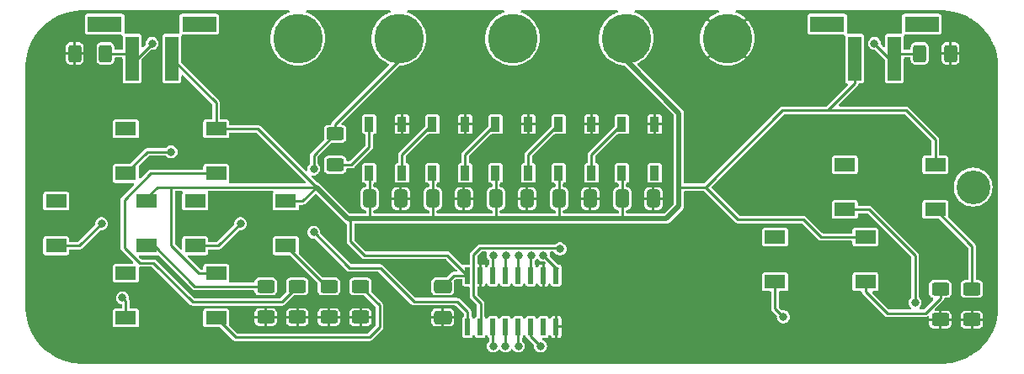
<source format=gtl>
G04 #@! TF.GenerationSoftware,KiCad,Pcbnew,8.0.0*
G04 #@! TF.CreationDate,2024-05-31T17:11:35+01:00*
G04 #@! TF.ProjectId,basic_kit_SMT_bumpers_D_pad,62617369-635f-46b6-9974-5f534d545f62,v1.4*
G04 #@! TF.SameCoordinates,Original*
G04 #@! TF.FileFunction,Copper,L1,Top*
G04 #@! TF.FilePolarity,Positive*
%FSLAX46Y46*%
G04 Gerber Fmt 4.6, Leading zero omitted, Abs format (unit mm)*
G04 Created by KiCad (PCBNEW 8.0.0) date 2024-05-31 17:11:35*
%MOMM*%
%LPD*%
G01*
G04 APERTURE LIST*
G04 Aperture macros list*
%AMRoundRect*
0 Rectangle with rounded corners*
0 $1 Rounding radius*
0 $2 $3 $4 $5 $6 $7 $8 $9 X,Y pos of 4 corners*
0 Add a 4 corners polygon primitive as box body*
4,1,4,$2,$3,$4,$5,$6,$7,$8,$9,$2,$3,0*
0 Add four circle primitives for the rounded corners*
1,1,$1+$1,$2,$3*
1,1,$1+$1,$4,$5*
1,1,$1+$1,$6,$7*
1,1,$1+$1,$8,$9*
0 Add four rect primitives between the rounded corners*
20,1,$1+$1,$2,$3,$4,$5,0*
20,1,$1+$1,$4,$5,$6,$7,0*
20,1,$1+$1,$6,$7,$8,$9,0*
20,1,$1+$1,$8,$9,$2,$3,0*%
G04 Aperture macros list end*
G04 #@! TA.AperFunction,SMDPad,CuDef*
%ADD10RoundRect,0.250000X-0.412500X-0.650000X0.412500X-0.650000X0.412500X0.650000X-0.412500X0.650000X0*%
G04 #@! TD*
G04 #@! TA.AperFunction,SMDPad,CuDef*
%ADD11RoundRect,0.250000X-0.625000X0.400000X-0.625000X-0.400000X0.625000X-0.400000X0.625000X0.400000X0*%
G04 #@! TD*
G04 #@! TA.AperFunction,SMDPad,CuDef*
%ADD12RoundRect,0.250000X-0.400000X-0.625000X0.400000X-0.625000X0.400000X0.625000X-0.400000X0.625000X0*%
G04 #@! TD*
G04 #@! TA.AperFunction,SMDPad,CuDef*
%ADD13RoundRect,0.250000X0.400000X0.625000X-0.400000X0.625000X-0.400000X-0.625000X0.400000X-0.625000X0*%
G04 #@! TD*
G04 #@! TA.AperFunction,SMDPad,CuDef*
%ADD14R,2.100000X1.400000*%
G04 #@! TD*
G04 #@! TA.AperFunction,SMDPad,CuDef*
%ADD15R,0.900000X1.500000*%
G04 #@! TD*
G04 #@! TA.AperFunction,SMDPad,CuDef*
%ADD16RoundRect,0.250000X0.650000X-0.412500X0.650000X0.412500X-0.650000X0.412500X-0.650000X-0.412500X0*%
G04 #@! TD*
G04 #@! TA.AperFunction,SMDPad,CuDef*
%ADD17R,1.400000X4.500000*%
G04 #@! TD*
G04 #@! TA.AperFunction,SMDPad,CuDef*
%ADD18R,3.500000X1.600000*%
G04 #@! TD*
G04 #@! TA.AperFunction,SMDPad,CuDef*
%ADD19R,0.533400X1.701800*%
G04 #@! TD*
G04 #@! TA.AperFunction,ComponentPad*
%ADD20C,5.000000*%
G04 #@! TD*
G04 #@! TA.AperFunction,ViaPad*
%ADD21C,3.400000*%
G04 #@! TD*
G04 #@! TA.AperFunction,ViaPad*
%ADD22C,0.800000*%
G04 #@! TD*
G04 #@! TA.AperFunction,Conductor*
%ADD23C,0.250000*%
G04 #@! TD*
G04 #@! TA.AperFunction,Conductor*
%ADD24C,0.500000*%
G04 #@! TD*
G04 APERTURE END LIST*
D10*
X113955000Y-68326000D03*
X117080000Y-68326000D03*
X107605000Y-68326000D03*
X110730000Y-68326000D03*
X101255000Y-68326000D03*
X104380000Y-68326000D03*
X94905000Y-68326000D03*
X98030000Y-68326000D03*
X88555000Y-68326000D03*
X91680000Y-68326000D03*
D11*
X85076000Y-61823000D03*
X85076000Y-64923000D03*
D12*
X58881000Y-53721000D03*
X61981000Y-53721000D03*
D13*
X146951000Y-53721000D03*
X143851000Y-53721000D03*
D11*
X78105000Y-77190000D03*
X78105000Y-80290000D03*
X81280000Y-77190000D03*
X81280000Y-80290000D03*
X84455000Y-77190000D03*
X84455000Y-80290000D03*
X87630000Y-77190000D03*
X87630000Y-80290000D03*
X149098000Y-77444000D03*
X149098000Y-80544000D03*
X145923000Y-77444000D03*
X145923000Y-80544000D03*
D14*
X129308000Y-72208000D03*
X129308000Y-76708000D03*
X138408000Y-72208000D03*
X138408000Y-76708000D03*
D15*
X113906000Y-65733000D03*
X117206000Y-65733000D03*
X117206000Y-60833000D03*
X113906000Y-60833000D03*
D16*
X95885000Y-77177500D03*
X95885000Y-80302500D03*
D15*
X88506000Y-65735200D03*
X91806000Y-65735200D03*
X91806000Y-60835200D03*
X88506000Y-60835200D03*
D17*
X141305000Y-54229000D03*
X137305000Y-54229000D03*
D18*
X144055000Y-50779000D03*
X134555000Y-50779000D03*
D14*
X136326500Y-64933000D03*
X136326500Y-69433000D03*
X145426500Y-64933000D03*
X145426500Y-69433000D03*
X57045000Y-68580000D03*
X57045000Y-73080000D03*
X66145000Y-68580000D03*
X66145000Y-73080000D03*
D17*
X64661000Y-54229000D03*
X68661000Y-54229000D03*
D18*
X71411000Y-50779000D03*
X61911000Y-50779000D03*
D19*
X98411000Y-81254600D03*
X99681000Y-81254600D03*
X100951000Y-81254600D03*
X102221000Y-81254600D03*
X103491000Y-81254600D03*
X104761000Y-81254600D03*
X106031000Y-81254600D03*
X107301000Y-81254600D03*
X107301000Y-76073000D03*
X106031000Y-76073000D03*
X104761000Y-76073000D03*
X103491000Y-76073000D03*
X102221000Y-76073000D03*
X100951000Y-76073000D03*
X99681000Y-76073000D03*
X98411000Y-76073000D03*
D14*
X64030000Y-61305000D03*
X64030000Y-65805000D03*
X73130000Y-61305000D03*
X73130000Y-65805000D03*
D15*
X94856000Y-65733000D03*
X98156000Y-65733000D03*
X98156000Y-60833000D03*
X94856000Y-60833000D03*
X101206000Y-65733000D03*
X104506000Y-65733000D03*
X104506000Y-60833000D03*
X101206000Y-60833000D03*
D14*
X64030000Y-75855000D03*
X64030000Y-80355000D03*
X73130000Y-75855000D03*
X73130000Y-80355000D03*
D15*
X107556000Y-65733000D03*
X110856000Y-65733000D03*
X110856000Y-60833000D03*
X107556000Y-60833000D03*
D14*
X71015000Y-68580000D03*
X71015000Y-73080000D03*
X80115000Y-68580000D03*
X80115000Y-73080000D03*
D20*
X81328500Y-52197000D03*
X91488500Y-52197000D03*
X102918500Y-52197000D03*
X114348500Y-52197000D03*
X124508500Y-52197000D03*
D21*
X149225000Y-67171400D03*
D22*
X102730000Y-61960000D03*
X130140000Y-80240000D03*
X103505000Y-83185000D03*
X107750000Y-83190000D03*
X82930000Y-71730000D03*
X82930000Y-65340000D03*
X106010000Y-74030000D03*
X107696000Y-73406000D03*
X100960000Y-83190000D03*
X61595000Y-70866000D03*
X68580000Y-63627000D03*
X100965000Y-74041000D03*
X75565000Y-70866000D03*
X102235000Y-74041000D03*
X63700000Y-78340000D03*
X102210000Y-83190000D03*
X105730000Y-83190000D03*
X143380000Y-78820000D03*
X66675000Y-52705000D03*
X103505000Y-74041000D03*
X139305000Y-52705000D03*
X104770000Y-74040000D03*
D23*
X103505000Y-83185000D02*
X103491000Y-83171000D01*
X103491000Y-83171000D02*
X103491000Y-81254600D01*
X129308000Y-76708000D02*
X129308000Y-79408000D01*
X129308000Y-79408000D02*
X130140000Y-80240000D01*
X96984500Y-76073000D02*
X96984500Y-76078000D01*
X96984500Y-76078000D02*
X95885000Y-77177500D01*
X125582000Y-70458000D02*
X122307000Y-67183000D01*
X134620000Y-59436000D02*
X130054000Y-59436000D01*
X130054000Y-59436000D02*
X122307000Y-67183000D01*
X122307000Y-67183000D02*
X119761000Y-67183000D01*
X119761000Y-67183000D02*
X119634000Y-67056000D01*
X138408000Y-76708000D02*
X138408000Y-77702000D01*
X138408000Y-77702000D02*
X140589000Y-79883000D01*
X140589000Y-79883000D02*
X144399000Y-79883000D01*
X145923000Y-78359000D02*
X145923000Y-77444000D01*
X144399000Y-79883000D02*
X145923000Y-78359000D01*
X125582000Y-70458000D02*
X132180000Y-70458000D01*
X132180000Y-70458000D02*
X133930000Y-72208000D01*
X133930000Y-72208000D02*
X138408000Y-72208000D01*
X134620000Y-59436000D02*
X142494000Y-59436000D01*
X142494000Y-59436000D02*
X145426500Y-62368500D01*
X145426500Y-62368500D02*
X145426500Y-64933000D01*
X143383000Y-78817000D02*
X143383000Y-74041000D01*
X143383000Y-74041000D02*
X138775000Y-69433000D01*
X138775000Y-69433000D02*
X136326500Y-69433000D01*
X149098000Y-77444000D02*
X149098000Y-73104500D01*
X149098000Y-73104500D02*
X145426500Y-69433000D01*
X143383000Y-78817000D02*
X143380000Y-78820000D01*
X143320000Y-78760000D02*
X143380000Y-78820000D01*
D24*
X119634000Y-59723500D02*
X119634000Y-67056000D01*
X119634000Y-67056000D02*
X119634000Y-69088000D01*
X119634000Y-69088000D02*
X118364000Y-70358000D01*
X94996000Y-70358000D02*
X88392000Y-70358000D01*
X101346000Y-70358000D02*
X94996000Y-70358000D01*
X107696000Y-70358000D02*
X101346000Y-70358000D01*
X114046000Y-70358000D02*
X107696000Y-70358000D01*
X88392000Y-70358000D02*
X86360000Y-70358000D01*
X118364000Y-70358000D02*
X114046000Y-70358000D01*
D23*
X113955000Y-68326000D02*
X113955000Y-70267000D01*
X113955000Y-70267000D02*
X114046000Y-70358000D01*
X107605000Y-70267000D02*
X107696000Y-70358000D01*
X107605000Y-68326000D02*
X107605000Y-70267000D01*
X101255000Y-70267000D02*
X101346000Y-70358000D01*
X101255000Y-68326000D02*
X101255000Y-70267000D01*
X113955000Y-68326000D02*
X113955000Y-65782000D01*
X113955000Y-65782000D02*
X113906000Y-65733000D01*
X107605000Y-68326000D02*
X107605000Y-65782000D01*
X107605000Y-65782000D02*
X107556000Y-65733000D01*
X101255000Y-68326000D02*
X101255000Y-65782000D01*
X101255000Y-65782000D02*
X101206000Y-65733000D01*
X94905000Y-68326000D02*
X94905000Y-65782000D01*
X94905000Y-65782000D02*
X94856000Y-65733000D01*
X94996000Y-70358000D02*
X94905000Y-70267000D01*
X94905000Y-70267000D02*
X94905000Y-68326000D01*
X88555000Y-68326000D02*
X88555000Y-65784200D01*
X88555000Y-65784200D02*
X88506000Y-65735200D01*
X88392000Y-70358000D02*
X88555000Y-70195000D01*
X88555000Y-70195000D02*
X88555000Y-68326000D01*
X86614000Y-72644000D02*
X86614000Y-70612000D01*
X86614000Y-70612000D02*
X86360000Y-70358000D01*
X77307000Y-61305000D02*
X83185000Y-67183000D01*
X99002700Y-73971300D02*
X99669000Y-73305000D01*
X99669000Y-73305000D02*
X107595000Y-73305000D01*
X107595000Y-73305000D02*
X107696000Y-73406000D01*
X99695000Y-78867000D02*
X99695000Y-81240600D01*
X107696000Y-73406000D02*
X107510000Y-73220000D01*
X99002700Y-78174700D02*
X99695000Y-78867000D01*
X99695000Y-81240600D02*
X99681000Y-81254600D01*
X99002700Y-73971300D02*
X99002700Y-78174700D01*
D24*
X114348500Y-54438000D02*
X119634000Y-59723500D01*
X86360000Y-70358000D02*
X83185000Y-67183000D01*
D23*
X81788000Y-68580000D02*
X83185000Y-67183000D01*
X83185000Y-67183000D02*
X68580000Y-67183000D01*
X86530000Y-75330000D02*
X82930000Y-71730000D01*
X93020000Y-78720000D02*
X89630000Y-75330000D01*
X89630000Y-75330000D02*
X86530000Y-75330000D01*
X97350000Y-78720000D02*
X93020000Y-78720000D01*
X98411000Y-79781000D02*
X97350000Y-78720000D01*
X98411000Y-81254600D02*
X98411000Y-79781000D01*
X98411000Y-76073000D02*
X96984500Y-76073000D01*
X80115000Y-68580000D02*
X81788000Y-68580000D01*
X73130000Y-58698000D02*
X73130000Y-60960000D01*
X68580000Y-67183000D02*
X67197000Y-67183000D01*
X73130000Y-58698000D02*
X68661000Y-54229000D01*
X137305000Y-56751000D02*
X137305000Y-54229000D01*
X101293500Y-65820500D02*
X101206000Y-65733000D01*
X107643500Y-65820500D02*
X107556000Y-65733000D01*
X73130000Y-61305000D02*
X77307000Y-61305000D01*
X67197000Y-67183000D02*
X66145000Y-68235000D01*
X68580000Y-73045000D02*
X68580000Y-67183000D01*
X94943500Y-65820500D02*
X94856000Y-65733000D01*
X98411000Y-76073000D02*
X96379000Y-74041000D01*
X96379000Y-74041000D02*
X88011000Y-74041000D01*
X73130000Y-75855000D02*
X71390000Y-75855000D01*
X88593500Y-65822700D02*
X88506000Y-65735200D01*
X71390000Y-75855000D02*
X68580000Y-73045000D01*
X134620000Y-59436000D02*
X137305000Y-56751000D01*
X88011000Y-74041000D02*
X86614000Y-72644000D01*
X113993500Y-65820500D02*
X113906000Y-65733000D01*
X91806000Y-65735200D02*
X91806000Y-63883000D01*
X91806000Y-63883000D02*
X94856000Y-60833000D01*
X88506000Y-63118000D02*
X88506000Y-60835200D01*
X85076000Y-64923000D02*
X86701000Y-64923000D01*
X85076000Y-64923000D02*
X85431000Y-64923000D01*
X86701000Y-64923000D02*
X88506000Y-63118000D01*
X98156000Y-65733000D02*
X98156000Y-63883000D01*
X98156000Y-63883000D02*
X101206000Y-60833000D01*
X104506000Y-65733000D02*
X104506000Y-63883000D01*
X104506000Y-63883000D02*
X107556000Y-60833000D01*
X110856000Y-63883000D02*
X113906000Y-60833000D01*
X110856000Y-65733000D02*
X110856000Y-63883000D01*
X66857000Y-73080000D02*
X66145000Y-73080000D01*
X78105000Y-77190000D02*
X70967000Y-77190000D01*
X70967000Y-77190000D02*
X66857000Y-73080000D01*
X70739000Y-78740000D02*
X66829000Y-74830000D01*
X65432000Y-74830000D02*
X63881000Y-73279000D01*
X66829000Y-74830000D02*
X65432000Y-74830000D01*
X63881000Y-68444000D02*
X66520000Y-65805000D01*
X63881000Y-73279000D02*
X63881000Y-68444000D01*
X66520000Y-65805000D02*
X73130000Y-65805000D01*
X81280000Y-77190000D02*
X79730000Y-78740000D01*
X79730000Y-78740000D02*
X70739000Y-78740000D01*
X84225000Y-77190000D02*
X80115000Y-73080000D01*
X84455000Y-77190000D02*
X84225000Y-77190000D01*
X87630000Y-77190000D02*
X89535000Y-79095000D01*
X89535000Y-81280000D02*
X88519000Y-82296000D01*
X88519000Y-82296000D02*
X75071000Y-82296000D01*
X75071000Y-82296000D02*
X73130000Y-80355000D01*
X89535000Y-79095000D02*
X89535000Y-81280000D01*
X82930000Y-63969000D02*
X85076000Y-61823000D01*
X91488500Y-54438000D02*
X85076000Y-60850500D01*
X85076000Y-60850500D02*
X85076000Y-61823000D01*
X98411000Y-81254600D02*
X98375600Y-81290000D01*
X82930000Y-65340000D02*
X82930000Y-63969000D01*
X81311000Y-54438000D02*
X81266000Y-54483000D01*
X107301000Y-75488800D02*
X107301000Y-76073000D01*
X106010000Y-74030000D02*
X107301000Y-75321000D01*
X107301000Y-75321000D02*
X107301000Y-76073000D01*
X107442000Y-75347800D02*
X107301000Y-75488800D01*
X81328500Y-54438000D02*
X81311000Y-54438000D01*
X100951000Y-81254600D02*
X100951000Y-83181000D01*
X61595000Y-70866000D02*
X59381000Y-73080000D01*
X59381000Y-73080000D02*
X57045000Y-73080000D01*
X100951000Y-83181000D02*
X100960000Y-83190000D01*
X68580000Y-63627000D02*
X66208000Y-63627000D01*
X100965000Y-74041000D02*
X100965000Y-73914000D01*
X100951000Y-74055000D02*
X100965000Y-74041000D01*
X66208000Y-63627000D02*
X64030000Y-65805000D01*
X100951000Y-76073000D02*
X100951000Y-74055000D01*
X102221000Y-76073000D02*
X102221000Y-74055000D01*
X102221000Y-74055000D02*
X102235000Y-74041000D01*
X75565000Y-70866000D02*
X73351000Y-73080000D01*
X73351000Y-73080000D02*
X71015000Y-73080000D01*
X64030000Y-78670000D02*
X63700000Y-78340000D01*
X102221000Y-83179000D02*
X102210000Y-83190000D01*
X64030000Y-80355000D02*
X64030000Y-78670000D01*
X102221000Y-81254600D02*
X102221000Y-83179000D01*
X102221000Y-83171000D02*
X102210000Y-83182000D01*
X102210000Y-83182000D02*
X102210000Y-83190000D01*
X104761000Y-81254600D02*
X104761000Y-82221000D01*
X104761000Y-82221000D02*
X105730000Y-83190000D01*
X61981000Y-53721000D02*
X62035000Y-53775000D01*
X66675000Y-52705000D02*
X65151000Y-54229000D01*
X61981000Y-53721000D02*
X64153000Y-53721000D01*
X62489000Y-54229000D02*
X61981000Y-53721000D01*
X64153000Y-53721000D02*
X64661000Y-54229000D01*
X65151000Y-54229000D02*
X64661000Y-54229000D01*
X103491000Y-74055000D02*
X103505000Y-74041000D01*
X103491000Y-76073000D02*
X103491000Y-74055000D01*
X104761000Y-76073000D02*
X104761000Y-74049000D01*
X139305000Y-52705000D02*
X140829000Y-54229000D01*
X143851000Y-53721000D02*
X141813000Y-53721000D01*
X104761000Y-74049000D02*
X104770000Y-74040000D01*
X141813000Y-53721000D02*
X141305000Y-54229000D01*
X140829000Y-54229000D02*
X141305000Y-54229000D01*
G04 #@! TA.AperFunction,Conductor*
G36*
X80449404Y-49376685D02*
G01*
X80495159Y-49429489D01*
X80505103Y-49498647D01*
X80476078Y-49562203D01*
X80419256Y-49599385D01*
X80351377Y-49620537D01*
X80158156Y-49707498D01*
X80068758Y-49747734D01*
X80047943Y-49757102D01*
X79979629Y-49798399D01*
X79763173Y-49929251D01*
X79501244Y-50134460D01*
X79265960Y-50369744D01*
X79060751Y-50631673D01*
X78888601Y-50916445D01*
X78888600Y-50916447D01*
X78752036Y-51219880D01*
X78752030Y-51219895D01*
X78653046Y-51537550D01*
X78653044Y-51537556D01*
X78653044Y-51537559D01*
X78613380Y-51754000D01*
X78593063Y-51864863D01*
X78572973Y-52197000D01*
X78593063Y-52529136D01*
X78593063Y-52529141D01*
X78593064Y-52529142D01*
X78653044Y-52856441D01*
X78653045Y-52856445D01*
X78653046Y-52856449D01*
X78752030Y-53174104D01*
X78752034Y-53174116D01*
X78752037Y-53174123D01*
X78888602Y-53477557D01*
X79025435Y-53703906D01*
X79060751Y-53762326D01*
X79265960Y-54024255D01*
X79501244Y-54259539D01*
X79763173Y-54464748D01*
X79763178Y-54464751D01*
X79763182Y-54464754D01*
X80047943Y-54636898D01*
X80351377Y-54773463D01*
X80351390Y-54773467D01*
X80351395Y-54773469D01*
X80435716Y-54799744D01*
X80669059Y-54872456D01*
X80996358Y-54932436D01*
X81328500Y-54952527D01*
X81660642Y-54932436D01*
X81987941Y-54872456D01*
X82305623Y-54773463D01*
X82609057Y-54636898D01*
X82893818Y-54464754D01*
X82894351Y-54464337D01*
X83027855Y-54359743D01*
X83155752Y-54259542D01*
X83391042Y-54024252D01*
X83596254Y-53762318D01*
X83768398Y-53477557D01*
X83904963Y-53174123D01*
X84003956Y-52856441D01*
X84063936Y-52529142D01*
X84084027Y-52197000D01*
X84063936Y-51864858D01*
X84003956Y-51537559D01*
X83955124Y-51380851D01*
X83904969Y-51219895D01*
X83904967Y-51219890D01*
X83904963Y-51219877D01*
X83768398Y-50916443D01*
X83596254Y-50631682D01*
X83596251Y-50631678D01*
X83596248Y-50631673D01*
X83391039Y-50369744D01*
X83155755Y-50134460D01*
X82893826Y-49929251D01*
X82893818Y-49929246D01*
X82609057Y-49757102D01*
X82305623Y-49620537D01*
X82237743Y-49599385D01*
X82179597Y-49560648D01*
X82151623Y-49496623D01*
X82162704Y-49427638D01*
X82209323Y-49375594D01*
X82274635Y-49357000D01*
X90542365Y-49357000D01*
X90609404Y-49376685D01*
X90655159Y-49429489D01*
X90665103Y-49498647D01*
X90636078Y-49562203D01*
X90579256Y-49599385D01*
X90511377Y-49620537D01*
X90318156Y-49707498D01*
X90228758Y-49747734D01*
X90207943Y-49757102D01*
X90139629Y-49798399D01*
X89923173Y-49929251D01*
X89661244Y-50134460D01*
X89425960Y-50369744D01*
X89220751Y-50631673D01*
X89048601Y-50916445D01*
X89048600Y-50916447D01*
X88912036Y-51219880D01*
X88912030Y-51219895D01*
X88813046Y-51537550D01*
X88813044Y-51537556D01*
X88813044Y-51537559D01*
X88773380Y-51754000D01*
X88753063Y-51864863D01*
X88732973Y-52197000D01*
X88753063Y-52529136D01*
X88753063Y-52529141D01*
X88753064Y-52529142D01*
X88813044Y-52856441D01*
X88813045Y-52856445D01*
X88813046Y-52856449D01*
X88912030Y-53174104D01*
X88912034Y-53174116D01*
X88912037Y-53174123D01*
X89048602Y-53477557D01*
X89185435Y-53703906D01*
X89220751Y-53762326D01*
X89425960Y-54024255D01*
X89661244Y-54259539D01*
X89923173Y-54464748D01*
X89923178Y-54464751D01*
X89923182Y-54464754D01*
X90207943Y-54636898D01*
X90423846Y-54734068D01*
X90476901Y-54779533D01*
X90496953Y-54846463D01*
X90477637Y-54913610D01*
X90460636Y-54934825D01*
X84845438Y-60550025D01*
X84775527Y-60619935D01*
X84775525Y-60619937D01*
X84775525Y-60619938D01*
X84726090Y-60705562D01*
X84726090Y-60705563D01*
X84707360Y-60775467D01*
X84704601Y-60785762D01*
X84704600Y-60785766D01*
X84700499Y-60801066D01*
X84699439Y-60809123D01*
X84697457Y-60808862D01*
X84680815Y-60865539D01*
X84628011Y-60911294D01*
X84576501Y-60922500D01*
X84403130Y-60922500D01*
X84403123Y-60922501D01*
X84343516Y-60928908D01*
X84208671Y-60979202D01*
X84208664Y-60979206D01*
X84093455Y-61065452D01*
X84093452Y-61065455D01*
X84007206Y-61180664D01*
X84007202Y-61180671D01*
X83956908Y-61315517D01*
X83950501Y-61375116D01*
X83950501Y-61375123D01*
X83950500Y-61375135D01*
X83950500Y-62270870D01*
X83950501Y-62270876D01*
X83957738Y-62338196D01*
X83955867Y-62338397D01*
X83952666Y-62398123D01*
X83923410Y-62444551D01*
X82699438Y-63668525D01*
X82629526Y-63738436D01*
X82580091Y-63824059D01*
X82580091Y-63824060D01*
X82580090Y-63824062D01*
X82554500Y-63919565D01*
X82554500Y-63919567D01*
X82554500Y-64747796D01*
X82534815Y-64814835D01*
X82512727Y-64840611D01*
X82439518Y-64905468D01*
X82349781Y-65035475D01*
X82349780Y-65035476D01*
X82293762Y-65183181D01*
X82274722Y-65339999D01*
X82274722Y-65340000D01*
X82286922Y-65440481D01*
X82275461Y-65509404D01*
X82228557Y-65561190D01*
X82161101Y-65579397D01*
X82094511Y-65558244D01*
X82076145Y-65543108D01*
X77537563Y-61004526D01*
X77537562Y-61004525D01*
X77451938Y-60955090D01*
X77404186Y-60942295D01*
X77404184Y-60942294D01*
X77404182Y-60942293D01*
X77356436Y-60929500D01*
X77356435Y-60929500D01*
X74554500Y-60929500D01*
X74487461Y-60909815D01*
X74441706Y-60857011D01*
X74430500Y-60805500D01*
X74430500Y-60580323D01*
X74430499Y-60580321D01*
X74415967Y-60507264D01*
X74415966Y-60507260D01*
X74360601Y-60424399D01*
X74277740Y-60369034D01*
X74277739Y-60369033D01*
X74277735Y-60369032D01*
X74204677Y-60354500D01*
X74204674Y-60354500D01*
X73629500Y-60354500D01*
X73562461Y-60334815D01*
X73516706Y-60282011D01*
X73505500Y-60230500D01*
X73505500Y-58648567D01*
X73505500Y-58648565D01*
X73479910Y-58553062D01*
X73430475Y-58467438D01*
X73360562Y-58397525D01*
X69647819Y-54684782D01*
X69614334Y-54623459D01*
X69611500Y-54597101D01*
X69611500Y-51953500D01*
X69631185Y-51886461D01*
X69683989Y-51840706D01*
X69735500Y-51829500D01*
X73185676Y-51829500D01*
X73185677Y-51829499D01*
X73258740Y-51814966D01*
X73341601Y-51759601D01*
X73396966Y-51676740D01*
X73411500Y-51603674D01*
X73411500Y-49954326D01*
X73411500Y-49954323D01*
X73411499Y-49954321D01*
X73396967Y-49881264D01*
X73396966Y-49881260D01*
X73341601Y-49798399D01*
X73279792Y-49757100D01*
X73258739Y-49743033D01*
X73258735Y-49743032D01*
X73185677Y-49728500D01*
X73185674Y-49728500D01*
X69636326Y-49728500D01*
X69636323Y-49728500D01*
X69563264Y-49743032D01*
X69563260Y-49743033D01*
X69480399Y-49798399D01*
X69425033Y-49881260D01*
X69425032Y-49881264D01*
X69410500Y-49954321D01*
X69410500Y-51604500D01*
X69390815Y-51671539D01*
X69338011Y-51717294D01*
X69286500Y-51728500D01*
X67936323Y-51728500D01*
X67863264Y-51743032D01*
X67863260Y-51743033D01*
X67780399Y-51798399D01*
X67725033Y-51881260D01*
X67725032Y-51881264D01*
X67710500Y-51954321D01*
X67710500Y-56503678D01*
X67725032Y-56576735D01*
X67725033Y-56576739D01*
X67725034Y-56576740D01*
X67780399Y-56659601D01*
X67863259Y-56714965D01*
X67863260Y-56714966D01*
X67863264Y-56714967D01*
X67936321Y-56729499D01*
X67936324Y-56729500D01*
X67936326Y-56729500D01*
X69385676Y-56729500D01*
X69385677Y-56729499D01*
X69458740Y-56714966D01*
X69541601Y-56659601D01*
X69596966Y-56576740D01*
X69611500Y-56503674D01*
X69611500Y-56009899D01*
X69631185Y-55942860D01*
X69683989Y-55897105D01*
X69753147Y-55887161D01*
X69816703Y-55916186D01*
X69823181Y-55922218D01*
X72718181Y-58817218D01*
X72751666Y-58878541D01*
X72754500Y-58904899D01*
X72754500Y-60230500D01*
X72734815Y-60297539D01*
X72682011Y-60343294D01*
X72630500Y-60354500D01*
X72055323Y-60354500D01*
X71982264Y-60369032D01*
X71982260Y-60369033D01*
X71899399Y-60424399D01*
X71844033Y-60507260D01*
X71844032Y-60507264D01*
X71829500Y-60580321D01*
X71829500Y-62029678D01*
X71844032Y-62102735D01*
X71844033Y-62102739D01*
X71844034Y-62102740D01*
X71899399Y-62185601D01*
X71956210Y-62223560D01*
X71982260Y-62240966D01*
X71982264Y-62240967D01*
X72055321Y-62255499D01*
X72055324Y-62255500D01*
X72055326Y-62255500D01*
X74204676Y-62255500D01*
X74204677Y-62255499D01*
X74277740Y-62240966D01*
X74360601Y-62185601D01*
X74415966Y-62102740D01*
X74430500Y-62029674D01*
X74430500Y-61804500D01*
X74450185Y-61737461D01*
X74502989Y-61691706D01*
X74554500Y-61680500D01*
X77100101Y-61680500D01*
X77167140Y-61700185D01*
X77187782Y-61716819D01*
X82066782Y-66595819D01*
X82100267Y-66657142D01*
X82095283Y-66726834D01*
X82053411Y-66782767D01*
X81987947Y-66807184D01*
X81979101Y-66807500D01*
X74511138Y-66807500D01*
X74444099Y-66787815D01*
X74398344Y-66735011D01*
X74388400Y-66665853D01*
X74408034Y-66614611D01*
X74415966Y-66602740D01*
X74430500Y-66529674D01*
X74430500Y-65080326D01*
X74430500Y-65080323D01*
X74430499Y-65080321D01*
X74415967Y-65007264D01*
X74415966Y-65007260D01*
X74410592Y-64999217D01*
X74360601Y-64924399D01*
X74277740Y-64869034D01*
X74277739Y-64869033D01*
X74277735Y-64869032D01*
X74204677Y-64854500D01*
X74204674Y-64854500D01*
X72055326Y-64854500D01*
X72055323Y-64854500D01*
X71982264Y-64869032D01*
X71982260Y-64869033D01*
X71899399Y-64924399D01*
X71844033Y-65007260D01*
X71844032Y-65007264D01*
X71829500Y-65080321D01*
X71829500Y-65305500D01*
X71809815Y-65372539D01*
X71757011Y-65418294D01*
X71705500Y-65429500D01*
X66470564Y-65429500D01*
X66375061Y-65455089D01*
X66289438Y-65504525D01*
X66289435Y-65504527D01*
X65542181Y-66251782D01*
X65480858Y-66285267D01*
X65411166Y-66280283D01*
X65355233Y-66238411D01*
X65330816Y-66172947D01*
X65330500Y-66164101D01*
X65330500Y-65086898D01*
X65350185Y-65019859D01*
X65366819Y-64999217D01*
X66327218Y-64038819D01*
X66388541Y-64005334D01*
X66414899Y-64002500D01*
X67983692Y-64002500D01*
X68050731Y-64022185D01*
X68085742Y-64056061D01*
X68088163Y-64059569D01*
X68089515Y-64061528D01*
X68089517Y-64061530D01*
X68207760Y-64166283D01*
X68207762Y-64166284D01*
X68347634Y-64239696D01*
X68501014Y-64277500D01*
X68501015Y-64277500D01*
X68658985Y-64277500D01*
X68812365Y-64239696D01*
X68952240Y-64166283D01*
X69070483Y-64061530D01*
X69160220Y-63931523D01*
X69216237Y-63783818D01*
X69235278Y-63627000D01*
X69216237Y-63470182D01*
X69160220Y-63322477D01*
X69070483Y-63192470D01*
X68952240Y-63087717D01*
X68952238Y-63087716D01*
X68952237Y-63087715D01*
X68812365Y-63014303D01*
X68658986Y-62976500D01*
X68658985Y-62976500D01*
X68501015Y-62976500D01*
X68501014Y-62976500D01*
X68347634Y-63014303D01*
X68207762Y-63087715D01*
X68089516Y-63192470D01*
X68087089Y-63195987D01*
X68085742Y-63197938D01*
X68031463Y-63241929D01*
X67983692Y-63251500D01*
X66158563Y-63251500D01*
X66115880Y-63262937D01*
X66115879Y-63262936D01*
X66063066Y-63277088D01*
X66063059Y-63277091D01*
X65977436Y-63326526D01*
X64485782Y-64818181D01*
X64424459Y-64851666D01*
X64398101Y-64854500D01*
X62955323Y-64854500D01*
X62882264Y-64869032D01*
X62882260Y-64869033D01*
X62799399Y-64924399D01*
X62744033Y-65007260D01*
X62744032Y-65007264D01*
X62729500Y-65080321D01*
X62729500Y-66529678D01*
X62744032Y-66602735D01*
X62744033Y-66602739D01*
X62744034Y-66602740D01*
X62799399Y-66685601D01*
X62859601Y-66725826D01*
X62882260Y-66740966D01*
X62882264Y-66740967D01*
X62955321Y-66755499D01*
X62955324Y-66755500D01*
X62955326Y-66755500D01*
X64739101Y-66755500D01*
X64806140Y-66775185D01*
X64851895Y-66827989D01*
X64861839Y-66897147D01*
X64832814Y-66960703D01*
X64826782Y-66967181D01*
X63580527Y-68213435D01*
X63580525Y-68213437D01*
X63580525Y-68213438D01*
X63531090Y-68299062D01*
X63531090Y-68299063D01*
X63509420Y-68379937D01*
X63505500Y-68394565D01*
X63505500Y-73328435D01*
X63529001Y-73416140D01*
X63531091Y-73423941D01*
X63575994Y-73501714D01*
X63580527Y-73509565D01*
X64763782Y-74692819D01*
X64797267Y-74754142D01*
X64792283Y-74823834D01*
X64750411Y-74879767D01*
X64684947Y-74904184D01*
X64676101Y-74904500D01*
X62955323Y-74904500D01*
X62882264Y-74919032D01*
X62882260Y-74919033D01*
X62799399Y-74974399D01*
X62744033Y-75057260D01*
X62744032Y-75057264D01*
X62729500Y-75130321D01*
X62729500Y-76579678D01*
X62744032Y-76652735D01*
X62744033Y-76652739D01*
X62744034Y-76652740D01*
X62799399Y-76735601D01*
X62858329Y-76774976D01*
X62882260Y-76790966D01*
X62882264Y-76790967D01*
X62955321Y-76805499D01*
X62955324Y-76805500D01*
X62955326Y-76805500D01*
X65104676Y-76805500D01*
X65104677Y-76805499D01*
X65177740Y-76790966D01*
X65260601Y-76735601D01*
X65315966Y-76652740D01*
X65330500Y-76579674D01*
X65330500Y-75329500D01*
X65350185Y-75262461D01*
X65402989Y-75216706D01*
X65454500Y-75205500D01*
X66622101Y-75205500D01*
X66689140Y-75225185D01*
X66709782Y-75241819D01*
X70438525Y-78970562D01*
X70508438Y-79040475D01*
X70581583Y-79082705D01*
X70594062Y-79089910D01*
X70641811Y-79102705D01*
X70641812Y-79102705D01*
X70651903Y-79105408D01*
X70689564Y-79115500D01*
X70689565Y-79115500D01*
X70689566Y-79115500D01*
X79779435Y-79115500D01*
X79779436Y-79115500D01*
X79827186Y-79102705D01*
X79874938Y-79089910D01*
X79960562Y-79040475D01*
X80030475Y-78970562D01*
X80874218Y-78126817D01*
X80935541Y-78093333D01*
X80961899Y-78090499D01*
X81952871Y-78090499D01*
X81952872Y-78090499D01*
X82012483Y-78084091D01*
X82147331Y-78033796D01*
X82262546Y-77947546D01*
X82348796Y-77832331D01*
X82399091Y-77697483D01*
X82405500Y-77637873D01*
X82405499Y-76742128D01*
X82399091Y-76682517D01*
X82392748Y-76665511D01*
X82348797Y-76547671D01*
X82348793Y-76547664D01*
X82262547Y-76432455D01*
X82262544Y-76432452D01*
X82147335Y-76346206D01*
X82147328Y-76346202D01*
X82012482Y-76295908D01*
X82012483Y-76295908D01*
X81952883Y-76289501D01*
X81952881Y-76289500D01*
X81952873Y-76289500D01*
X81952864Y-76289500D01*
X80607129Y-76289500D01*
X80607123Y-76289501D01*
X80547516Y-76295908D01*
X80412671Y-76346202D01*
X80412664Y-76346206D01*
X80297455Y-76432452D01*
X80297452Y-76432455D01*
X80211206Y-76547664D01*
X80211202Y-76547671D01*
X80160908Y-76682517D01*
X80154512Y-76742011D01*
X80154501Y-76742123D01*
X80154500Y-76742135D01*
X80154500Y-77637870D01*
X80154501Y-77637876D01*
X80161738Y-77705196D01*
X80159867Y-77705397D01*
X80156666Y-77765123D01*
X80127410Y-77811551D01*
X79610782Y-78328181D01*
X79549459Y-78361666D01*
X79523101Y-78364500D01*
X70945899Y-78364500D01*
X70878860Y-78344815D01*
X70858218Y-78328181D01*
X67059563Y-74529526D01*
X67059562Y-74529525D01*
X66973938Y-74480090D01*
X66926186Y-74467295D01*
X66926184Y-74467294D01*
X66926182Y-74467293D01*
X66878436Y-74454500D01*
X66878435Y-74454500D01*
X65638899Y-74454500D01*
X65571860Y-74434815D01*
X65551218Y-74418181D01*
X65375218Y-74242181D01*
X65341733Y-74180858D01*
X65346717Y-74111166D01*
X65388589Y-74055233D01*
X65454053Y-74030816D01*
X65462899Y-74030500D01*
X67225101Y-74030500D01*
X67292140Y-74050185D01*
X67312781Y-74066818D01*
X70736437Y-77490475D01*
X70822063Y-77539911D01*
X70917564Y-77565500D01*
X70917565Y-77565500D01*
X76860336Y-77565500D01*
X76927375Y-77585185D01*
X76973130Y-77637989D01*
X76983626Y-77676246D01*
X76985909Y-77697483D01*
X77036202Y-77832328D01*
X77036206Y-77832335D01*
X77122452Y-77947544D01*
X77122455Y-77947547D01*
X77237664Y-78033793D01*
X77237671Y-78033797D01*
X77372517Y-78084091D01*
X77372516Y-78084091D01*
X77379444Y-78084835D01*
X77432127Y-78090500D01*
X78777872Y-78090499D01*
X78837483Y-78084091D01*
X78972331Y-78033796D01*
X79087546Y-77947546D01*
X79173796Y-77832331D01*
X79224091Y-77697483D01*
X79230500Y-77637873D01*
X79230499Y-76742128D01*
X79224091Y-76682517D01*
X79217748Y-76665511D01*
X79173797Y-76547671D01*
X79173793Y-76547664D01*
X79087547Y-76432455D01*
X79087544Y-76432452D01*
X78972335Y-76346206D01*
X78972328Y-76346202D01*
X78837482Y-76295908D01*
X78837483Y-76295908D01*
X78777883Y-76289501D01*
X78777881Y-76289500D01*
X78777873Y-76289500D01*
X78777864Y-76289500D01*
X77432129Y-76289500D01*
X77432123Y-76289501D01*
X77372516Y-76295908D01*
X77237671Y-76346202D01*
X77237664Y-76346206D01*
X77122455Y-76432452D01*
X77122452Y-76432455D01*
X77036206Y-76547664D01*
X77036202Y-76547671D01*
X76985908Y-76682516D01*
X76983625Y-76703757D01*
X76956886Y-76768308D01*
X76899493Y-76808155D01*
X76860336Y-76814500D01*
X74534542Y-76814500D01*
X74467503Y-76794815D01*
X74421748Y-76742011D01*
X74411804Y-76672853D01*
X74414012Y-76664804D01*
X74413584Y-76664719D01*
X74430499Y-76579678D01*
X74430500Y-76579676D01*
X74430500Y-75130323D01*
X74430499Y-75130321D01*
X74415967Y-75057264D01*
X74415966Y-75057260D01*
X74397434Y-75029525D01*
X74360601Y-74974399D01*
X74277740Y-74919034D01*
X74277739Y-74919033D01*
X74277735Y-74919032D01*
X74204677Y-74904500D01*
X74204674Y-74904500D01*
X72055326Y-74904500D01*
X72055323Y-74904500D01*
X71982264Y-74919032D01*
X71982260Y-74919033D01*
X71899399Y-74974399D01*
X71844033Y-75057260D01*
X71844032Y-75057264D01*
X71829500Y-75130321D01*
X71829500Y-75355500D01*
X71809815Y-75422539D01*
X71757011Y-75468294D01*
X71705500Y-75479500D01*
X71596899Y-75479500D01*
X71529860Y-75459815D01*
X71509218Y-75443181D01*
X70308218Y-74242181D01*
X70274733Y-74180858D01*
X70279717Y-74111166D01*
X70321589Y-74055233D01*
X70387053Y-74030816D01*
X70395899Y-74030500D01*
X72089676Y-74030500D01*
X72089677Y-74030499D01*
X72162740Y-74015966D01*
X72245601Y-73960601D01*
X72300966Y-73877740D01*
X72315499Y-73804678D01*
X78814500Y-73804678D01*
X78829032Y-73877735D01*
X78829033Y-73877739D01*
X78841274Y-73896059D01*
X78884399Y-73960601D01*
X78930741Y-73991565D01*
X78967260Y-74015966D01*
X78967264Y-74015967D01*
X79040321Y-74030499D01*
X79040324Y-74030500D01*
X79040326Y-74030500D01*
X80483101Y-74030500D01*
X80550140Y-74050185D01*
X80570782Y-74066819D01*
X83293181Y-76789218D01*
X83326666Y-76850541D01*
X83329500Y-76876899D01*
X83329500Y-77637870D01*
X83329501Y-77637876D01*
X83335908Y-77697483D01*
X83386202Y-77832328D01*
X83386206Y-77832335D01*
X83472452Y-77947544D01*
X83472455Y-77947547D01*
X83587664Y-78033793D01*
X83587671Y-78033797D01*
X83722517Y-78084091D01*
X83722516Y-78084091D01*
X83729444Y-78084835D01*
X83782127Y-78090500D01*
X85127872Y-78090499D01*
X85187483Y-78084091D01*
X85322331Y-78033796D01*
X85437546Y-77947546D01*
X85523796Y-77832331D01*
X85574091Y-77697483D01*
X85580500Y-77637873D01*
X85580499Y-76742128D01*
X85574091Y-76682517D01*
X85567748Y-76665511D01*
X85523797Y-76547671D01*
X85523793Y-76547664D01*
X85437547Y-76432455D01*
X85437544Y-76432452D01*
X85322335Y-76346206D01*
X85322328Y-76346202D01*
X85187482Y-76295908D01*
X85187483Y-76295908D01*
X85127883Y-76289501D01*
X85127881Y-76289500D01*
X85127873Y-76289500D01*
X85127865Y-76289500D01*
X83906900Y-76289500D01*
X83839861Y-76269815D01*
X83819219Y-76253181D01*
X81451819Y-73885781D01*
X81418334Y-73824458D01*
X81415500Y-73798100D01*
X81415500Y-72355323D01*
X81415499Y-72355321D01*
X81400967Y-72282264D01*
X81400966Y-72282260D01*
X81392295Y-72269283D01*
X81345601Y-72199399D01*
X81262740Y-72144034D01*
X81262739Y-72144033D01*
X81262735Y-72144032D01*
X81189677Y-72129500D01*
X81189674Y-72129500D01*
X79040326Y-72129500D01*
X79040323Y-72129500D01*
X78967264Y-72144032D01*
X78967260Y-72144033D01*
X78884399Y-72199399D01*
X78829033Y-72282260D01*
X78829032Y-72282264D01*
X78814500Y-72355321D01*
X78814500Y-73804678D01*
X72315499Y-73804678D01*
X72315500Y-73804674D01*
X72315500Y-73579500D01*
X72335185Y-73512461D01*
X72387989Y-73466706D01*
X72439500Y-73455500D01*
X73400435Y-73455500D01*
X73400436Y-73455500D01*
X73448186Y-73442705D01*
X73495938Y-73429910D01*
X73581562Y-73380475D01*
X73651475Y-73310562D01*
X73651474Y-73310562D01*
X73710043Y-73251993D01*
X73710042Y-73251993D01*
X75409218Y-71552819D01*
X75470541Y-71519334D01*
X75496899Y-71516500D01*
X75643985Y-71516500D01*
X75797365Y-71478696D01*
X75937240Y-71405283D01*
X76055483Y-71300530D01*
X76145220Y-71170523D01*
X76201237Y-71022818D01*
X76220278Y-70866000D01*
X76214276Y-70816564D01*
X76201237Y-70709181D01*
X76179992Y-70653164D01*
X76145220Y-70561477D01*
X76055483Y-70431470D01*
X75937240Y-70326717D01*
X75937238Y-70326716D01*
X75937237Y-70326715D01*
X75797365Y-70253303D01*
X75643986Y-70215500D01*
X75643985Y-70215500D01*
X75486015Y-70215500D01*
X75486014Y-70215500D01*
X75332634Y-70253303D01*
X75192762Y-70326715D01*
X75074516Y-70431471D01*
X74984781Y-70561475D01*
X74984780Y-70561476D01*
X74928763Y-70709181D01*
X74909722Y-70866000D01*
X74915896Y-70916854D01*
X74904435Y-70985777D01*
X74880481Y-71019480D01*
X73231782Y-72668181D01*
X73170459Y-72701666D01*
X73144101Y-72704500D01*
X72439500Y-72704500D01*
X72372461Y-72684815D01*
X72326706Y-72632011D01*
X72315500Y-72580500D01*
X72315500Y-72355323D01*
X72315499Y-72355321D01*
X72300967Y-72282264D01*
X72300966Y-72282260D01*
X72292295Y-72269283D01*
X72245601Y-72199399D01*
X72162740Y-72144034D01*
X72162739Y-72144033D01*
X72162735Y-72144032D01*
X72089677Y-72129500D01*
X72089674Y-72129500D01*
X69940326Y-72129500D01*
X69940323Y-72129500D01*
X69867264Y-72144032D01*
X69867260Y-72144033D01*
X69784399Y-72199399D01*
X69729033Y-72282260D01*
X69729032Y-72282264D01*
X69714500Y-72355321D01*
X69714500Y-73349101D01*
X69694815Y-73416140D01*
X69642011Y-73461895D01*
X69572853Y-73471839D01*
X69509297Y-73442814D01*
X69502819Y-73436782D01*
X68991819Y-72925782D01*
X68958334Y-72864459D01*
X68955500Y-72838101D01*
X68955500Y-67682500D01*
X68975185Y-67615461D01*
X69027989Y-67569706D01*
X69079500Y-67558500D01*
X69646558Y-67558500D01*
X69713597Y-67578185D01*
X69759352Y-67630989D01*
X69769296Y-67700147D01*
X69749660Y-67751391D01*
X69729034Y-67782259D01*
X69729032Y-67782264D01*
X69714500Y-67855321D01*
X69714500Y-69304678D01*
X69729032Y-69377735D01*
X69729033Y-69377739D01*
X69729034Y-69377740D01*
X69784399Y-69460601D01*
X69844049Y-69500457D01*
X69867260Y-69515966D01*
X69867264Y-69515967D01*
X69940321Y-69530499D01*
X69940324Y-69530500D01*
X69940326Y-69530500D01*
X72089676Y-69530500D01*
X72089677Y-69530499D01*
X72162740Y-69515966D01*
X72245601Y-69460601D01*
X72300966Y-69377740D01*
X72315500Y-69304674D01*
X72315500Y-67855326D01*
X72315500Y-67855323D01*
X72315499Y-67855321D01*
X72300967Y-67782264D01*
X72300966Y-67782262D01*
X72300966Y-67782260D01*
X72280339Y-67751390D01*
X72259462Y-67684713D01*
X72277947Y-67617333D01*
X72329926Y-67570643D01*
X72383442Y-67558500D01*
X78746558Y-67558500D01*
X78813597Y-67578185D01*
X78859352Y-67630989D01*
X78869296Y-67700147D01*
X78849660Y-67751391D01*
X78829034Y-67782259D01*
X78829032Y-67782264D01*
X78814500Y-67855321D01*
X78814500Y-69304678D01*
X78829032Y-69377735D01*
X78829033Y-69377739D01*
X78829034Y-69377740D01*
X78884399Y-69460601D01*
X78944049Y-69500457D01*
X78967260Y-69515966D01*
X78967264Y-69515967D01*
X79040321Y-69530499D01*
X79040324Y-69530500D01*
X79040326Y-69530500D01*
X81189676Y-69530500D01*
X81189677Y-69530499D01*
X81262740Y-69515966D01*
X81345601Y-69460601D01*
X81400966Y-69377740D01*
X81415500Y-69304674D01*
X81415500Y-69079500D01*
X81435185Y-69012461D01*
X81487989Y-68966706D01*
X81539500Y-68955500D01*
X81837435Y-68955500D01*
X81837436Y-68955500D01*
X81885186Y-68942705D01*
X81932938Y-68929910D01*
X82018562Y-68880475D01*
X82088475Y-68810562D01*
X83008930Y-67890105D01*
X83070253Y-67856621D01*
X83139944Y-67861605D01*
X83184292Y-67890106D01*
X86052686Y-70758500D01*
X86138268Y-70807911D01*
X86173853Y-70828456D01*
X86172467Y-70830854D01*
X86216347Y-70866205D01*
X86238420Y-70932496D01*
X86238500Y-70936939D01*
X86238500Y-72693435D01*
X86264090Y-72788938D01*
X86313165Y-72873938D01*
X86313526Y-72874563D01*
X87710525Y-74271562D01*
X87780438Y-74341475D01*
X87857118Y-74385746D01*
X87866062Y-74390910D01*
X87913811Y-74403705D01*
X87913812Y-74403705D01*
X87923903Y-74406408D01*
X87961564Y-74416500D01*
X87961565Y-74416500D01*
X96172101Y-74416500D01*
X96239140Y-74436185D01*
X96259782Y-74452819D01*
X97292782Y-75485819D01*
X97326267Y-75547142D01*
X97321283Y-75616834D01*
X97279411Y-75672767D01*
X97213947Y-75697184D01*
X97205101Y-75697500D01*
X97033935Y-75697500D01*
X96935065Y-75697500D01*
X96839562Y-75723090D01*
X96839560Y-75723091D01*
X96839559Y-75723091D01*
X96753936Y-75772526D01*
X96684028Y-75842434D01*
X96679077Y-75848887D01*
X96678801Y-75848675D01*
X96665653Y-75865807D01*
X96303280Y-76228181D01*
X96241957Y-76261666D01*
X96215599Y-76264500D01*
X95187129Y-76264500D01*
X95187123Y-76264501D01*
X95127516Y-76270908D01*
X94992671Y-76321202D01*
X94992664Y-76321206D01*
X94877455Y-76407452D01*
X94877452Y-76407455D01*
X94791206Y-76522664D01*
X94791202Y-76522671D01*
X94740908Y-76657517D01*
X94734501Y-76717116D01*
X94734501Y-76717123D01*
X94734500Y-76717135D01*
X94734500Y-77637870D01*
X94734501Y-77637876D01*
X94740908Y-77697483D01*
X94791202Y-77832328D01*
X94791206Y-77832335D01*
X94877452Y-77947544D01*
X94877455Y-77947547D01*
X94992664Y-78033793D01*
X94992671Y-78033797D01*
X95127517Y-78084091D01*
X95127516Y-78084091D01*
X95134444Y-78084835D01*
X95187127Y-78090500D01*
X96582872Y-78090499D01*
X96642483Y-78084091D01*
X96777331Y-78033796D01*
X96892546Y-77947546D01*
X96978796Y-77832331D01*
X97029091Y-77697483D01*
X97035500Y-77637873D01*
X97035499Y-76717128D01*
X97029091Y-76657517D01*
X97029090Y-76657515D01*
X97029090Y-76657512D01*
X97027308Y-76649969D01*
X97030576Y-76649196D01*
X97026662Y-76594748D01*
X97060122Y-76533415D01*
X97071858Y-76521678D01*
X97108722Y-76484817D01*
X97170045Y-76451333D01*
X97196401Y-76448500D01*
X97769800Y-76448500D01*
X97836839Y-76468185D01*
X97882594Y-76520989D01*
X97893800Y-76572500D01*
X97893800Y-76948578D01*
X97908332Y-77021635D01*
X97908333Y-77021639D01*
X97908334Y-77021640D01*
X97963699Y-77104501D01*
X98045854Y-77159394D01*
X98046560Y-77159866D01*
X98046564Y-77159867D01*
X98119621Y-77174399D01*
X98119624Y-77174400D01*
X98119626Y-77174400D01*
X98503200Y-77174400D01*
X98570239Y-77194085D01*
X98615994Y-77246889D01*
X98627200Y-77298400D01*
X98627200Y-78224135D01*
X98652790Y-78319638D01*
X98652791Y-78319639D01*
X98652791Y-78319640D01*
X98663444Y-78338091D01*
X98681918Y-78370090D01*
X98702226Y-78405263D01*
X99283181Y-78986218D01*
X99316666Y-79047541D01*
X99319500Y-79073899D01*
X99319500Y-80099489D01*
X99299815Y-80166528D01*
X99264392Y-80202591D01*
X99233699Y-80223099D01*
X99178333Y-80305960D01*
X99178332Y-80305963D01*
X99167617Y-80359834D01*
X99135232Y-80421745D01*
X99074516Y-80456319D01*
X99004747Y-80452579D01*
X98948075Y-80411712D01*
X98924383Y-80359834D01*
X98913667Y-80305963D01*
X98913666Y-80305962D01*
X98913666Y-80305960D01*
X98858301Y-80223099D01*
X98841608Y-80211945D01*
X98796804Y-80158332D01*
X98786500Y-80108843D01*
X98786500Y-79731567D01*
X98786499Y-79731560D01*
X98780318Y-79708493D01*
X98780317Y-79708490D01*
X98780313Y-79708475D01*
X98760911Y-79636063D01*
X98711475Y-79550438D01*
X97580563Y-78419526D01*
X97580562Y-78419525D01*
X97494938Y-78370090D01*
X97447186Y-78357295D01*
X97447184Y-78357294D01*
X97447182Y-78357293D01*
X97399436Y-78344500D01*
X97399435Y-78344500D01*
X93226899Y-78344500D01*
X93159860Y-78324815D01*
X93139218Y-78308181D01*
X89860563Y-75029526D01*
X89860562Y-75029525D01*
X89774938Y-74980090D01*
X89727186Y-74967295D01*
X89727184Y-74967294D01*
X89727182Y-74967293D01*
X89679436Y-74954500D01*
X89679435Y-74954500D01*
X86736900Y-74954500D01*
X86669861Y-74934815D01*
X86649219Y-74918181D01*
X83614517Y-71883480D01*
X83581032Y-71822157D01*
X83579102Y-71780857D01*
X83585278Y-71730000D01*
X83566237Y-71573182D01*
X83510220Y-71425477D01*
X83420483Y-71295470D01*
X83302240Y-71190717D01*
X83302238Y-71190716D01*
X83302237Y-71190715D01*
X83162365Y-71117303D01*
X83008986Y-71079500D01*
X83008985Y-71079500D01*
X82851015Y-71079500D01*
X82851014Y-71079500D01*
X82697634Y-71117303D01*
X82557762Y-71190715D01*
X82439516Y-71295471D01*
X82349781Y-71425475D01*
X82349780Y-71425476D01*
X82293762Y-71573181D01*
X82274722Y-71729999D01*
X82274722Y-71730000D01*
X82293762Y-71886818D01*
X82349780Y-72034523D01*
X82439517Y-72164530D01*
X82557760Y-72269283D01*
X82557762Y-72269284D01*
X82697634Y-72342696D01*
X82851014Y-72380500D01*
X82998100Y-72380500D01*
X83065139Y-72400185D01*
X83085781Y-72416819D01*
X86299437Y-75630475D01*
X86385063Y-75679911D01*
X86480564Y-75705500D01*
X86480565Y-75705500D01*
X89423101Y-75705500D01*
X89490140Y-75725185D01*
X89510782Y-75741819D01*
X92719525Y-78950562D01*
X92789438Y-79020475D01*
X92875062Y-79069910D01*
X92922811Y-79082705D01*
X92922812Y-79082705D01*
X92932903Y-79085408D01*
X92970564Y-79095500D01*
X92970565Y-79095500D01*
X97143101Y-79095500D01*
X97210140Y-79115185D01*
X97230782Y-79131819D01*
X97999181Y-79900218D01*
X98032666Y-79961541D01*
X98035500Y-79987899D01*
X98035500Y-80108843D01*
X98015815Y-80175882D01*
X97980392Y-80211945D01*
X97963698Y-80223099D01*
X97908334Y-80305960D01*
X97908332Y-80305964D01*
X97893800Y-80379021D01*
X97893800Y-82130178D01*
X97908332Y-82203235D01*
X97908333Y-82203239D01*
X97908334Y-82203240D01*
X97963699Y-82286101D01*
X98035500Y-82334076D01*
X98046560Y-82341466D01*
X98046564Y-82341467D01*
X98119621Y-82355999D01*
X98119624Y-82356000D01*
X98119626Y-82356000D01*
X98702376Y-82356000D01*
X98702377Y-82355999D01*
X98775440Y-82341466D01*
X98858301Y-82286101D01*
X98913666Y-82203240D01*
X98915691Y-82193058D01*
X98924383Y-82149366D01*
X98956768Y-82087455D01*
X99017483Y-82052881D01*
X99087253Y-82056620D01*
X99143925Y-82097487D01*
X99167617Y-82149366D01*
X99178332Y-82203235D01*
X99178333Y-82203239D01*
X99178334Y-82203240D01*
X99233699Y-82286101D01*
X99305500Y-82334076D01*
X99316560Y-82341466D01*
X99316564Y-82341467D01*
X99389621Y-82355999D01*
X99389624Y-82356000D01*
X99389626Y-82356000D01*
X99972376Y-82356000D01*
X99972377Y-82355999D01*
X100045440Y-82341466D01*
X100128301Y-82286101D01*
X100183666Y-82203240D01*
X100185691Y-82193058D01*
X100194383Y-82149366D01*
X100226768Y-82087455D01*
X100287483Y-82052881D01*
X100357253Y-82056620D01*
X100413925Y-82097487D01*
X100437617Y-82149366D01*
X100448332Y-82203235D01*
X100448333Y-82203239D01*
X100448334Y-82203240D01*
X100503699Y-82286101D01*
X100520389Y-82297253D01*
X100565195Y-82350862D01*
X100575500Y-82400355D01*
X100575500Y-82605769D01*
X100555815Y-82672808D01*
X100533727Y-82698584D01*
X100469518Y-82755468D01*
X100379781Y-82885475D01*
X100379780Y-82885476D01*
X100323762Y-83033181D01*
X100304722Y-83189999D01*
X100304722Y-83190000D01*
X100323762Y-83346818D01*
X100377884Y-83489523D01*
X100379780Y-83494523D01*
X100469517Y-83624530D01*
X100587760Y-83729283D01*
X100587762Y-83729284D01*
X100727634Y-83802696D01*
X100881014Y-83840500D01*
X100881015Y-83840500D01*
X101038985Y-83840500D01*
X101192365Y-83802696D01*
X101201892Y-83797696D01*
X101332240Y-83729283D01*
X101450483Y-83624530D01*
X101482950Y-83577492D01*
X101537233Y-83533503D01*
X101606681Y-83525843D01*
X101669246Y-83556946D01*
X101687049Y-83577492D01*
X101719517Y-83624530D01*
X101837760Y-83729283D01*
X101837762Y-83729284D01*
X101977634Y-83802696D01*
X102131014Y-83840500D01*
X102131015Y-83840500D01*
X102288985Y-83840500D01*
X102442365Y-83802696D01*
X102451892Y-83797696D01*
X102582240Y-83729283D01*
X102700483Y-83624530D01*
X102757175Y-83542396D01*
X102811457Y-83498406D01*
X102880906Y-83490746D01*
X102943471Y-83521849D01*
X102961275Y-83542396D01*
X102985501Y-83577493D01*
X103014517Y-83619530D01*
X103132760Y-83724283D01*
X103144860Y-83730633D01*
X103272634Y-83797696D01*
X103426014Y-83835500D01*
X103426015Y-83835500D01*
X103583985Y-83835500D01*
X103737365Y-83797696D01*
X103877240Y-83724283D01*
X103995483Y-83619530D01*
X104085220Y-83489523D01*
X104141237Y-83341818D01*
X104160278Y-83185000D01*
X104152804Y-83123441D01*
X104141237Y-83028181D01*
X104087116Y-82885477D01*
X104085220Y-82880477D01*
X103995483Y-82750470D01*
X103908272Y-82673208D01*
X103871146Y-82614020D01*
X103866500Y-82580394D01*
X103866500Y-82400355D01*
X103886185Y-82333316D01*
X103921609Y-82297253D01*
X103938301Y-82286101D01*
X103993666Y-82203240D01*
X103995691Y-82193058D01*
X104004383Y-82149366D01*
X104036768Y-82087455D01*
X104097483Y-82052881D01*
X104167253Y-82056620D01*
X104223925Y-82097487D01*
X104247617Y-82149366D01*
X104258332Y-82203235D01*
X104258333Y-82203239D01*
X104258334Y-82203240D01*
X104313698Y-82286100D01*
X104313700Y-82286102D01*
X104373171Y-82325839D01*
X104411667Y-82366940D01*
X104460525Y-82451562D01*
X105045481Y-83036518D01*
X105078966Y-83097841D01*
X105080896Y-83139143D01*
X105074722Y-83189997D01*
X105074722Y-83190000D01*
X105093762Y-83346818D01*
X105147884Y-83489523D01*
X105149780Y-83494523D01*
X105239517Y-83624530D01*
X105357760Y-83729283D01*
X105357762Y-83729284D01*
X105497634Y-83802696D01*
X105651014Y-83840500D01*
X105651015Y-83840500D01*
X105808985Y-83840500D01*
X105962365Y-83802696D01*
X105971892Y-83797696D01*
X106102240Y-83729283D01*
X106220483Y-83624530D01*
X106310220Y-83494523D01*
X106366237Y-83346818D01*
X106385278Y-83190000D01*
X106366237Y-83033182D01*
X106364340Y-83028181D01*
X106339254Y-82962033D01*
X106310220Y-82885477D01*
X106220483Y-82755470D01*
X106102240Y-82650717D01*
X106102238Y-82650716D01*
X106102237Y-82650715D01*
X105986167Y-82589796D01*
X105935954Y-82541211D01*
X105919980Y-82473192D01*
X105943315Y-82407335D01*
X105998552Y-82364548D01*
X106043793Y-82356000D01*
X106322376Y-82356000D01*
X106322377Y-82355999D01*
X106395440Y-82341466D01*
X106478301Y-82286101D01*
X106533666Y-82203240D01*
X106544637Y-82148082D01*
X106577020Y-82086174D01*
X106637736Y-82051599D01*
X106707505Y-82055338D01*
X106764178Y-82096203D01*
X106787871Y-82148082D01*
X106798803Y-82203041D01*
X106798805Y-82203044D01*
X106854060Y-82285739D01*
X106936755Y-82340994D01*
X106936759Y-82340996D01*
X107009671Y-82355499D01*
X107009674Y-82355500D01*
X107176000Y-82355500D01*
X107176000Y-81379600D01*
X107426000Y-81379600D01*
X107426000Y-82355500D01*
X107592326Y-82355500D01*
X107592328Y-82355499D01*
X107665240Y-82340996D01*
X107665244Y-82340994D01*
X107747939Y-82285739D01*
X107803194Y-82203044D01*
X107803196Y-82203040D01*
X107817699Y-82130128D01*
X107817700Y-82130126D01*
X107817700Y-81379600D01*
X107426000Y-81379600D01*
X107176000Y-81379600D01*
X107176000Y-80153700D01*
X107426000Y-80153700D01*
X107426000Y-81129600D01*
X107817700Y-81129600D01*
X107817700Y-80379073D01*
X107817699Y-80379071D01*
X107803196Y-80306159D01*
X107803194Y-80306155D01*
X107747939Y-80223460D01*
X107665244Y-80168205D01*
X107665240Y-80168203D01*
X107592327Y-80153700D01*
X107426000Y-80153700D01*
X107176000Y-80153700D01*
X107009673Y-80153700D01*
X106936759Y-80168203D01*
X106936755Y-80168205D01*
X106854060Y-80223460D01*
X106798805Y-80306155D01*
X106798803Y-80306158D01*
X106787871Y-80361117D01*
X106755485Y-80423028D01*
X106694769Y-80457601D01*
X106624999Y-80453860D01*
X106568328Y-80412993D01*
X106544637Y-80361117D01*
X106533666Y-80305960D01*
X106478301Y-80223099D01*
X106420500Y-80184478D01*
X106395439Y-80167733D01*
X106395435Y-80167732D01*
X106322377Y-80153200D01*
X106322374Y-80153200D01*
X105739626Y-80153200D01*
X105739623Y-80153200D01*
X105666564Y-80167732D01*
X105666560Y-80167733D01*
X105583699Y-80223099D01*
X105528333Y-80305960D01*
X105528332Y-80305963D01*
X105517617Y-80359834D01*
X105485232Y-80421745D01*
X105424516Y-80456319D01*
X105354747Y-80452579D01*
X105298075Y-80411712D01*
X105274383Y-80359834D01*
X105263667Y-80305963D01*
X105263666Y-80305960D01*
X105260352Y-80301000D01*
X105208301Y-80223099D01*
X105150500Y-80184478D01*
X105125439Y-80167733D01*
X105125435Y-80167732D01*
X105052377Y-80153200D01*
X105052374Y-80153200D01*
X104469626Y-80153200D01*
X104469623Y-80153200D01*
X104396564Y-80167732D01*
X104396560Y-80167733D01*
X104313699Y-80223099D01*
X104258333Y-80305960D01*
X104258332Y-80305963D01*
X104247617Y-80359834D01*
X104215232Y-80421745D01*
X104154516Y-80456319D01*
X104084747Y-80452579D01*
X104028075Y-80411712D01*
X104004383Y-80359834D01*
X103993667Y-80305963D01*
X103993666Y-80305960D01*
X103990352Y-80301000D01*
X103938301Y-80223099D01*
X103880500Y-80184478D01*
X103855439Y-80167733D01*
X103855435Y-80167732D01*
X103782377Y-80153200D01*
X103782374Y-80153200D01*
X103199626Y-80153200D01*
X103199623Y-80153200D01*
X103126564Y-80167732D01*
X103126560Y-80167733D01*
X103043699Y-80223099D01*
X102988333Y-80305960D01*
X102988332Y-80305963D01*
X102977617Y-80359834D01*
X102945232Y-80421745D01*
X102884516Y-80456319D01*
X102814747Y-80452579D01*
X102758075Y-80411712D01*
X102734383Y-80359834D01*
X102723667Y-80305963D01*
X102723666Y-80305960D01*
X102720352Y-80301000D01*
X102668301Y-80223099D01*
X102610500Y-80184478D01*
X102585439Y-80167733D01*
X102585435Y-80167732D01*
X102512377Y-80153200D01*
X102512374Y-80153200D01*
X101929626Y-80153200D01*
X101929623Y-80153200D01*
X101856564Y-80167732D01*
X101856560Y-80167733D01*
X101773699Y-80223099D01*
X101718333Y-80305960D01*
X101718332Y-80305963D01*
X101707617Y-80359834D01*
X101675232Y-80421745D01*
X101614516Y-80456319D01*
X101544747Y-80452579D01*
X101488075Y-80411712D01*
X101464383Y-80359834D01*
X101453667Y-80305963D01*
X101453666Y-80305960D01*
X101450352Y-80301000D01*
X101398301Y-80223099D01*
X101340500Y-80184478D01*
X101315439Y-80167733D01*
X101315435Y-80167732D01*
X101242377Y-80153200D01*
X101242374Y-80153200D01*
X100659626Y-80153200D01*
X100659623Y-80153200D01*
X100586564Y-80167732D01*
X100586560Y-80167733D01*
X100503699Y-80223099D01*
X100448333Y-80305960D01*
X100448332Y-80305963D01*
X100437617Y-80359834D01*
X100405232Y-80421745D01*
X100344516Y-80456319D01*
X100274747Y-80452579D01*
X100218075Y-80411712D01*
X100194383Y-80359834D01*
X100183667Y-80305963D01*
X100183666Y-80305960D01*
X100180352Y-80301000D01*
X100128301Y-80223099D01*
X100128299Y-80223098D01*
X100128299Y-80223097D01*
X100125606Y-80221298D01*
X100121060Y-80215858D01*
X100119665Y-80214463D01*
X100119789Y-80214338D01*
X100080803Y-80167684D01*
X100070500Y-80118198D01*
X100070500Y-78817564D01*
X100064326Y-78794525D01*
X100064325Y-78794522D01*
X100044910Y-78722063D01*
X100044909Y-78722060D01*
X100039533Y-78712749D01*
X99995475Y-78636438D01*
X99925562Y-78566525D01*
X99414519Y-78055482D01*
X99381034Y-77994159D01*
X99378200Y-77967801D01*
X99378200Y-77432678D01*
X128007500Y-77432678D01*
X128022032Y-77505735D01*
X128022033Y-77505739D01*
X128022034Y-77505740D01*
X128077399Y-77588601D01*
X128151128Y-77637864D01*
X128160260Y-77643966D01*
X128160264Y-77643967D01*
X128233321Y-77658499D01*
X128233324Y-77658500D01*
X128233326Y-77658500D01*
X128808500Y-77658500D01*
X128875539Y-77678185D01*
X128921294Y-77730989D01*
X128932500Y-77782500D01*
X128932500Y-79457435D01*
X128958090Y-79552938D01*
X128958091Y-79552939D01*
X128958091Y-79552940D01*
X128967834Y-79569815D01*
X129006082Y-79636063D01*
X129007526Y-79638563D01*
X129455481Y-80086518D01*
X129488966Y-80147841D01*
X129490896Y-80189143D01*
X129484722Y-80239997D01*
X129484722Y-80240000D01*
X129503762Y-80396818D01*
X129559780Y-80544523D01*
X129649517Y-80674530D01*
X129767760Y-80779283D01*
X129767762Y-80779284D01*
X129907634Y-80852696D01*
X130061014Y-80890500D01*
X130061015Y-80890500D01*
X130218985Y-80890500D01*
X130372365Y-80852696D01*
X130430128Y-80822379D01*
X130512240Y-80779283D01*
X130630483Y-80674530D01*
X130634300Y-80669000D01*
X144798000Y-80669000D01*
X144798000Y-80991844D01*
X144804401Y-81051372D01*
X144804403Y-81051379D01*
X144854645Y-81186086D01*
X144854649Y-81186093D01*
X144940809Y-81301187D01*
X144940812Y-81301190D01*
X145055906Y-81387350D01*
X145055913Y-81387354D01*
X145190620Y-81437596D01*
X145190627Y-81437598D01*
X145250155Y-81443999D01*
X145250172Y-81444000D01*
X145798000Y-81444000D01*
X145798000Y-80669000D01*
X146048000Y-80669000D01*
X146048000Y-81444000D01*
X146595828Y-81444000D01*
X146595844Y-81443999D01*
X146655372Y-81437598D01*
X146655379Y-81437596D01*
X146790086Y-81387354D01*
X146790093Y-81387350D01*
X146905187Y-81301190D01*
X146905190Y-81301187D01*
X146991350Y-81186093D01*
X146991354Y-81186086D01*
X147041596Y-81051379D01*
X147041598Y-81051372D01*
X147047999Y-80991844D01*
X147048000Y-80991827D01*
X147048000Y-80669000D01*
X147973000Y-80669000D01*
X147973000Y-80991844D01*
X147979401Y-81051372D01*
X147979403Y-81051379D01*
X148029645Y-81186086D01*
X148029649Y-81186093D01*
X148115809Y-81301187D01*
X148115812Y-81301190D01*
X148230906Y-81387350D01*
X148230913Y-81387354D01*
X148365620Y-81437596D01*
X148365627Y-81437598D01*
X148425155Y-81443999D01*
X148425172Y-81444000D01*
X148973000Y-81444000D01*
X148973000Y-80669000D01*
X149223000Y-80669000D01*
X149223000Y-81444000D01*
X149770828Y-81444000D01*
X149770844Y-81443999D01*
X149830372Y-81437598D01*
X149830379Y-81437596D01*
X149965086Y-81387354D01*
X149965093Y-81387350D01*
X150080187Y-81301190D01*
X150080190Y-81301187D01*
X150166350Y-81186093D01*
X150166354Y-81186086D01*
X150216596Y-81051379D01*
X150216598Y-81051372D01*
X150222999Y-80991844D01*
X150223000Y-80991827D01*
X150223000Y-80669000D01*
X149223000Y-80669000D01*
X148973000Y-80669000D01*
X147973000Y-80669000D01*
X147048000Y-80669000D01*
X146048000Y-80669000D01*
X145798000Y-80669000D01*
X144798000Y-80669000D01*
X130634300Y-80669000D01*
X130720220Y-80544523D01*
X130776237Y-80396818D01*
X130795278Y-80240000D01*
X130788537Y-80184478D01*
X130776237Y-80083181D01*
X130740101Y-79987899D01*
X130720220Y-79935477D01*
X130630483Y-79805470D01*
X130512240Y-79700717D01*
X130512238Y-79700716D01*
X130512237Y-79700715D01*
X130372365Y-79627303D01*
X130218986Y-79589500D01*
X130218985Y-79589500D01*
X130071900Y-79589500D01*
X130004861Y-79569815D01*
X129984219Y-79553181D01*
X129719819Y-79288781D01*
X129686334Y-79227458D01*
X129683500Y-79201100D01*
X129683500Y-77782500D01*
X129703185Y-77715461D01*
X129755989Y-77669706D01*
X129807500Y-77658500D01*
X130382676Y-77658500D01*
X130382677Y-77658499D01*
X130455740Y-77643966D01*
X130538601Y-77588601D01*
X130593966Y-77505740D01*
X130608500Y-77432674D01*
X130608500Y-75983326D01*
X130608500Y-75983323D01*
X130608499Y-75983321D01*
X130593967Y-75910264D01*
X130593966Y-75910260D01*
X130538601Y-75827399D01*
X130483235Y-75790405D01*
X130455739Y-75772033D01*
X130455735Y-75772032D01*
X130382677Y-75757500D01*
X130382674Y-75757500D01*
X128233326Y-75757500D01*
X128233323Y-75757500D01*
X128160264Y-75772032D01*
X128160260Y-75772033D01*
X128077399Y-75827399D01*
X128022033Y-75910260D01*
X128022032Y-75910264D01*
X128007500Y-75983321D01*
X128007500Y-77432678D01*
X99378200Y-77432678D01*
X99378200Y-77297900D01*
X99397885Y-77230861D01*
X99450689Y-77185106D01*
X99502200Y-77173900D01*
X99556000Y-77173900D01*
X99556000Y-74972100D01*
X99502200Y-74972100D01*
X99435161Y-74952415D01*
X99389406Y-74899611D01*
X99378200Y-74848100D01*
X99378200Y-74178199D01*
X99397885Y-74111160D01*
X99414519Y-74090518D01*
X99788218Y-73716819D01*
X99849541Y-73683334D01*
X99875899Y-73680500D01*
X100226364Y-73680500D01*
X100293403Y-73700185D01*
X100339158Y-73752989D01*
X100349102Y-73822147D01*
X100342306Y-73848471D01*
X100328763Y-73884181D01*
X100309722Y-74040999D01*
X100309722Y-74041000D01*
X100328762Y-74197818D01*
X100347756Y-74247899D01*
X100384780Y-74345523D01*
X100407257Y-74378086D01*
X100474517Y-74475531D01*
X100533726Y-74527984D01*
X100570853Y-74587173D01*
X100575500Y-74620800D01*
X100575500Y-74927243D01*
X100555815Y-74994282D01*
X100520392Y-75030345D01*
X100503698Y-75041499D01*
X100448334Y-75124360D01*
X100448332Y-75124363D01*
X100437362Y-75179516D01*
X100404977Y-75241427D01*
X100344261Y-75276001D01*
X100274492Y-75272261D01*
X100217820Y-75231394D01*
X100194128Y-75179515D01*
X100183196Y-75124559D01*
X100183194Y-75124555D01*
X100127939Y-75041860D01*
X100045244Y-74986605D01*
X100045240Y-74986603D01*
X99972327Y-74972100D01*
X99806000Y-74972100D01*
X99806000Y-77173900D01*
X99972326Y-77173900D01*
X99972328Y-77173899D01*
X100045240Y-77159396D01*
X100045244Y-77159394D01*
X100127939Y-77104139D01*
X100183194Y-77021444D01*
X100183196Y-77021440D01*
X100194128Y-76966484D01*
X100226512Y-76904573D01*
X100287228Y-76869999D01*
X100356998Y-76873738D01*
X100413670Y-76914604D01*
X100437362Y-76966484D01*
X100448332Y-77021635D01*
X100448333Y-77021639D01*
X100448334Y-77021640D01*
X100503699Y-77104501D01*
X100585854Y-77159394D01*
X100586560Y-77159866D01*
X100586564Y-77159867D01*
X100659621Y-77174399D01*
X100659624Y-77174400D01*
X100659626Y-77174400D01*
X101242376Y-77174400D01*
X101242377Y-77174399D01*
X101315440Y-77159866D01*
X101398301Y-77104501D01*
X101453666Y-77021640D01*
X101453706Y-77021440D01*
X101464383Y-76967766D01*
X101496768Y-76905855D01*
X101557483Y-76871281D01*
X101627253Y-76875020D01*
X101683925Y-76915887D01*
X101707617Y-76967766D01*
X101718332Y-77021635D01*
X101718333Y-77021639D01*
X101718334Y-77021640D01*
X101773699Y-77104501D01*
X101855854Y-77159394D01*
X101856560Y-77159866D01*
X101856564Y-77159867D01*
X101929621Y-77174399D01*
X101929624Y-77174400D01*
X101929626Y-77174400D01*
X102512376Y-77174400D01*
X102512377Y-77174399D01*
X102585440Y-77159866D01*
X102668301Y-77104501D01*
X102723666Y-77021640D01*
X102723706Y-77021440D01*
X102734383Y-76967766D01*
X102766768Y-76905855D01*
X102827483Y-76871281D01*
X102897253Y-76875020D01*
X102953925Y-76915887D01*
X102977617Y-76967766D01*
X102988332Y-77021635D01*
X102988333Y-77021639D01*
X102988334Y-77021640D01*
X103043699Y-77104501D01*
X103125854Y-77159394D01*
X103126560Y-77159866D01*
X103126564Y-77159867D01*
X103199621Y-77174399D01*
X103199624Y-77174400D01*
X103199626Y-77174400D01*
X103782376Y-77174400D01*
X103782377Y-77174399D01*
X103855440Y-77159866D01*
X103938301Y-77104501D01*
X103993666Y-77021640D01*
X103993706Y-77021440D01*
X104004383Y-76967766D01*
X104036768Y-76905855D01*
X104097483Y-76871281D01*
X104167253Y-76875020D01*
X104223925Y-76915887D01*
X104247617Y-76967766D01*
X104258332Y-77021635D01*
X104258333Y-77021639D01*
X104258334Y-77021640D01*
X104313699Y-77104501D01*
X104395854Y-77159394D01*
X104396560Y-77159866D01*
X104396564Y-77159867D01*
X104469621Y-77174399D01*
X104469624Y-77174400D01*
X104469626Y-77174400D01*
X105052376Y-77174400D01*
X105052377Y-77174399D01*
X105125440Y-77159866D01*
X105208301Y-77104501D01*
X105263666Y-77021640D01*
X105274637Y-76966482D01*
X105307020Y-76904574D01*
X105367736Y-76869999D01*
X105437505Y-76873738D01*
X105494178Y-76914603D01*
X105517871Y-76966482D01*
X105528803Y-77021441D01*
X105528805Y-77021444D01*
X105584060Y-77104139D01*
X105666755Y-77159394D01*
X105666759Y-77159396D01*
X105739671Y-77173899D01*
X105739674Y-77173900D01*
X105906000Y-77173900D01*
X105906000Y-74972100D01*
X105739673Y-74972100D01*
X105666759Y-74986603D01*
X105666755Y-74986605D01*
X105584060Y-75041860D01*
X105528805Y-75124555D01*
X105528803Y-75124558D01*
X105517871Y-75179517D01*
X105485485Y-75241428D01*
X105424769Y-75276001D01*
X105354999Y-75272260D01*
X105298328Y-75231393D01*
X105274637Y-75179517D01*
X105263666Y-75124360D01*
X105208301Y-75041499D01*
X105191608Y-75030345D01*
X105146804Y-74976732D01*
X105136500Y-74927243D01*
X105136500Y-74640176D01*
X105156185Y-74573137D01*
X105178274Y-74547360D01*
X105260481Y-74474532D01*
X105260481Y-74474531D01*
X105260483Y-74474530D01*
X105291402Y-74429734D01*
X105345682Y-74385746D01*
X105415131Y-74378086D01*
X105477696Y-74409188D01*
X105495498Y-74429732D01*
X105519517Y-74464530D01*
X105637760Y-74569283D01*
X105637762Y-74569284D01*
X105777634Y-74642696D01*
X105931014Y-74680500D01*
X106078100Y-74680500D01*
X106145139Y-74700185D01*
X106165781Y-74716819D01*
X106209381Y-74760419D01*
X106242866Y-74821742D01*
X106237882Y-74891434D01*
X106196010Y-74947367D01*
X106171645Y-74956454D01*
X106156000Y-74972100D01*
X106156000Y-77173900D01*
X106322326Y-77173900D01*
X106322328Y-77173899D01*
X106395240Y-77159396D01*
X106395244Y-77159394D01*
X106477939Y-77104139D01*
X106533194Y-77021444D01*
X106533196Y-77021440D01*
X106544128Y-76966484D01*
X106576512Y-76904573D01*
X106637228Y-76869999D01*
X106706998Y-76873738D01*
X106763670Y-76914604D01*
X106787362Y-76966484D01*
X106798332Y-77021635D01*
X106798333Y-77021639D01*
X106798334Y-77021640D01*
X106853699Y-77104501D01*
X106935854Y-77159394D01*
X106936560Y-77159866D01*
X106936564Y-77159867D01*
X107009621Y-77174399D01*
X107009624Y-77174400D01*
X107009626Y-77174400D01*
X107592376Y-77174400D01*
X107592377Y-77174399D01*
X107665440Y-77159866D01*
X107748301Y-77104501D01*
X107803666Y-77021640D01*
X107818200Y-76948574D01*
X107818200Y-75197426D01*
X107818200Y-75197423D01*
X107818199Y-75197421D01*
X107803667Y-75124364D01*
X107803666Y-75124360D01*
X107748301Y-75041499D01*
X107666142Y-74986603D01*
X107665439Y-74986133D01*
X107665435Y-74986132D01*
X107592377Y-74971600D01*
X107592374Y-74971600D01*
X107534000Y-74971600D01*
X107466961Y-74951915D01*
X107446319Y-74935281D01*
X106694517Y-74183480D01*
X106661032Y-74122157D01*
X106659102Y-74080857D01*
X106665278Y-74030000D01*
X106646237Y-73873182D01*
X106646236Y-73873179D01*
X106646236Y-73873178D01*
X106636866Y-73848470D01*
X106631499Y-73778807D01*
X106664647Y-73717301D01*
X106725786Y-73683480D01*
X106752808Y-73680500D01*
X107029976Y-73680500D01*
X107097015Y-73700185D01*
X107132026Y-73734060D01*
X107136636Y-73740738D01*
X107205517Y-73840530D01*
X107323760Y-73945283D01*
X107323762Y-73945284D01*
X107463634Y-74018696D01*
X107617014Y-74056500D01*
X107617015Y-74056500D01*
X107774985Y-74056500D01*
X107928365Y-74018696D01*
X107933565Y-74015967D01*
X108068240Y-73945283D01*
X108186483Y-73840530D01*
X108276220Y-73710523D01*
X108332237Y-73562818D01*
X108351278Y-73406000D01*
X108339792Y-73311399D01*
X108332237Y-73249181D01*
X108297846Y-73158500D01*
X108276220Y-73101477D01*
X108186483Y-72971470D01*
X108142695Y-72932678D01*
X128007500Y-72932678D01*
X128022032Y-73005735D01*
X128022033Y-73005739D01*
X128022034Y-73005740D01*
X128077399Y-73088601D01*
X128145439Y-73134063D01*
X128160260Y-73143966D01*
X128160264Y-73143967D01*
X128233321Y-73158499D01*
X128233324Y-73158500D01*
X128233326Y-73158500D01*
X130382676Y-73158500D01*
X130382677Y-73158499D01*
X130455740Y-73143966D01*
X130538601Y-73088601D01*
X130593966Y-73005740D01*
X130608500Y-72932674D01*
X130608500Y-71483326D01*
X130608500Y-71483323D01*
X130608499Y-71483321D01*
X130593967Y-71410264D01*
X130593966Y-71410260D01*
X130590641Y-71405284D01*
X130538601Y-71327399D01*
X130455740Y-71272034D01*
X130455739Y-71272033D01*
X130455735Y-71272032D01*
X130382677Y-71257500D01*
X130382674Y-71257500D01*
X128233326Y-71257500D01*
X128233323Y-71257500D01*
X128160264Y-71272032D01*
X128160260Y-71272033D01*
X128077399Y-71327399D01*
X128022033Y-71410260D01*
X128022032Y-71410264D01*
X128007500Y-71483321D01*
X128007500Y-72932678D01*
X108142695Y-72932678D01*
X108068240Y-72866717D01*
X108068238Y-72866716D01*
X108068237Y-72866715D01*
X107928365Y-72793303D01*
X107774986Y-72755500D01*
X107774985Y-72755500D01*
X107617015Y-72755500D01*
X107617014Y-72755500D01*
X107463634Y-72793303D01*
X107323761Y-72866715D01*
X107323759Y-72866717D01*
X107288091Y-72898316D01*
X107224858Y-72928037D01*
X107205865Y-72929500D01*
X99619564Y-72929500D01*
X99571812Y-72942295D01*
X99571811Y-72942294D01*
X99524063Y-72955089D01*
X99524062Y-72955089D01*
X99438435Y-73004527D01*
X98702227Y-73740735D01*
X98655224Y-73822147D01*
X98652790Y-73826362D01*
X98652790Y-73826363D01*
X98640245Y-73873182D01*
X98630364Y-73910059D01*
X98630363Y-73910063D01*
X98627200Y-73921865D01*
X98627200Y-74847600D01*
X98607515Y-74914639D01*
X98554711Y-74960394D01*
X98503200Y-74971600D01*
X98119623Y-74971600D01*
X98046564Y-74986132D01*
X98046557Y-74986135D01*
X98016442Y-75006257D01*
X97949764Y-75027134D01*
X97882385Y-75008648D01*
X97859872Y-74990835D01*
X96609563Y-73740526D01*
X96609562Y-73740525D01*
X96523938Y-73691090D01*
X96476186Y-73678295D01*
X96476184Y-73678294D01*
X96476182Y-73678293D01*
X96428436Y-73665500D01*
X96428435Y-73665500D01*
X88217899Y-73665500D01*
X88150860Y-73645815D01*
X88130218Y-73629181D01*
X87025819Y-72524782D01*
X86992334Y-72463459D01*
X86989500Y-72437101D01*
X86989500Y-70982500D01*
X87009185Y-70915461D01*
X87061989Y-70869706D01*
X87113500Y-70858500D01*
X118429890Y-70858500D01*
X118429892Y-70858500D01*
X118557186Y-70824392D01*
X118671314Y-70758500D01*
X119931104Y-69498707D01*
X119931109Y-69498704D01*
X119941312Y-69488500D01*
X119941314Y-69488500D01*
X120034500Y-69395314D01*
X120100392Y-69281186D01*
X120134500Y-69153892D01*
X120134500Y-67682500D01*
X120154185Y-67615461D01*
X120206989Y-67569706D01*
X120258500Y-67558500D01*
X122100101Y-67558500D01*
X122167140Y-67578185D01*
X122187782Y-67594819D01*
X125281525Y-70688562D01*
X125351438Y-70758475D01*
X125437062Y-70807910D01*
X125437066Y-70807911D01*
X125469357Y-70816564D01*
X125469358Y-70816564D01*
X125482715Y-70820142D01*
X125532564Y-70833500D01*
X125532565Y-70833500D01*
X131973101Y-70833500D01*
X132040140Y-70853185D01*
X132060781Y-70869818D01*
X133699437Y-72508475D01*
X133785063Y-72557911D01*
X133880564Y-72583500D01*
X133880565Y-72583500D01*
X136983500Y-72583500D01*
X137050539Y-72603185D01*
X137096294Y-72655989D01*
X137107500Y-72707500D01*
X137107500Y-72932678D01*
X137122032Y-73005735D01*
X137122033Y-73005739D01*
X137122034Y-73005740D01*
X137177399Y-73088601D01*
X137245439Y-73134063D01*
X137260260Y-73143966D01*
X137260264Y-73143967D01*
X137333321Y-73158499D01*
X137333324Y-73158500D01*
X137333326Y-73158500D01*
X139482676Y-73158500D01*
X139482677Y-73158499D01*
X139555740Y-73143966D01*
X139638601Y-73088601D01*
X139693966Y-73005740D01*
X139708500Y-72932674D01*
X139708500Y-71483326D01*
X139708500Y-71483323D01*
X139708499Y-71483321D01*
X139693967Y-71410264D01*
X139693966Y-71410260D01*
X139690641Y-71405284D01*
X139638601Y-71327399D01*
X139555740Y-71272034D01*
X139555739Y-71272033D01*
X139555735Y-71272032D01*
X139482677Y-71257500D01*
X139482674Y-71257500D01*
X137333326Y-71257500D01*
X137333323Y-71257500D01*
X137260264Y-71272032D01*
X137260260Y-71272033D01*
X137177399Y-71327399D01*
X137122033Y-71410260D01*
X137122032Y-71410264D01*
X137107500Y-71483321D01*
X137107500Y-71708500D01*
X137087815Y-71775539D01*
X137035011Y-71821294D01*
X136983500Y-71832500D01*
X134136900Y-71832500D01*
X134069861Y-71812815D01*
X134049219Y-71796181D01*
X132410715Y-70157678D01*
X135026000Y-70157678D01*
X135040532Y-70230735D01*
X135040533Y-70230739D01*
X135058905Y-70258235D01*
X135095899Y-70313601D01*
X135178760Y-70368966D01*
X135178764Y-70368967D01*
X135251821Y-70383499D01*
X135251824Y-70383500D01*
X135251826Y-70383500D01*
X137401176Y-70383500D01*
X137401177Y-70383499D01*
X137474240Y-70368966D01*
X137557101Y-70313601D01*
X137612466Y-70230740D01*
X137627000Y-70157674D01*
X137627000Y-69932500D01*
X137646685Y-69865461D01*
X137699489Y-69819706D01*
X137751000Y-69808500D01*
X138568101Y-69808500D01*
X138635140Y-69828185D01*
X138655782Y-69844819D01*
X142971181Y-74160218D01*
X143004666Y-74221541D01*
X143007500Y-74247899D01*
X143007500Y-78225138D01*
X142987815Y-78292177D01*
X142965727Y-78317953D01*
X142889518Y-78385468D01*
X142799781Y-78515475D01*
X142799780Y-78515476D01*
X142743762Y-78663181D01*
X142724722Y-78819999D01*
X142724722Y-78820000D01*
X142743762Y-78976818D01*
X142799780Y-79124523D01*
X142799781Y-79124524D01*
X142889518Y-79254531D01*
X142930327Y-79290685D01*
X142967454Y-79349874D01*
X142966686Y-79419740D01*
X142928269Y-79478099D01*
X142864398Y-79506424D01*
X142848100Y-79507500D01*
X140795900Y-79507500D01*
X140728861Y-79487815D01*
X140708219Y-79471181D01*
X139959098Y-78722060D01*
X139107217Y-77870180D01*
X139073733Y-77808858D01*
X139078717Y-77739166D01*
X139120589Y-77683233D01*
X139186053Y-77658816D01*
X139194899Y-77658500D01*
X139482676Y-77658500D01*
X139482677Y-77658499D01*
X139555740Y-77643966D01*
X139638601Y-77588601D01*
X139693966Y-77505740D01*
X139708500Y-77432674D01*
X139708500Y-75983326D01*
X139708500Y-75983323D01*
X139708499Y-75983321D01*
X139693967Y-75910264D01*
X139693966Y-75910260D01*
X139638601Y-75827399D01*
X139583235Y-75790405D01*
X139555739Y-75772033D01*
X139555735Y-75772032D01*
X139482677Y-75757500D01*
X139482674Y-75757500D01*
X137333326Y-75757500D01*
X137333323Y-75757500D01*
X137260264Y-75772032D01*
X137260260Y-75772033D01*
X137177399Y-75827399D01*
X137122033Y-75910260D01*
X137122032Y-75910264D01*
X137107500Y-75983321D01*
X137107500Y-77432678D01*
X137122032Y-77505735D01*
X137122033Y-77505739D01*
X137122034Y-77505740D01*
X137177399Y-77588601D01*
X137251128Y-77637864D01*
X137260260Y-77643966D01*
X137260264Y-77643967D01*
X137333321Y-77658499D01*
X137333324Y-77658500D01*
X137333326Y-77658500D01*
X137912450Y-77658500D01*
X137979489Y-77678185D01*
X138025244Y-77730989D01*
X138032225Y-77750407D01*
X138032500Y-77751433D01*
X138032500Y-77751435D01*
X138058090Y-77846938D01*
X138107525Y-77932562D01*
X138107526Y-77932563D01*
X140358437Y-80183475D01*
X140444063Y-80232911D01*
X140539564Y-80258500D01*
X140539565Y-80258500D01*
X140539566Y-80258500D01*
X144448435Y-80258500D01*
X144448436Y-80258500D01*
X144496186Y-80245705D01*
X144543938Y-80232910D01*
X144612002Y-80193612D01*
X144679898Y-80177140D01*
X144745926Y-80199992D01*
X144789117Y-80254912D01*
X144798000Y-80301000D01*
X144798000Y-80419000D01*
X145798000Y-80419000D01*
X145798000Y-79644000D01*
X146048000Y-79644000D01*
X146048000Y-80419000D01*
X147048000Y-80419000D01*
X147973000Y-80419000D01*
X148973000Y-80419000D01*
X148973000Y-79644000D01*
X149223000Y-79644000D01*
X149223000Y-80419000D01*
X150223000Y-80419000D01*
X150223000Y-80096172D01*
X150222999Y-80096155D01*
X150216598Y-80036627D01*
X150216596Y-80036620D01*
X150166354Y-79901913D01*
X150166350Y-79901906D01*
X150080190Y-79786812D01*
X150080187Y-79786809D01*
X149965093Y-79700649D01*
X149965086Y-79700645D01*
X149830379Y-79650403D01*
X149830372Y-79650401D01*
X149770844Y-79644000D01*
X149223000Y-79644000D01*
X148973000Y-79644000D01*
X148425155Y-79644000D01*
X148365627Y-79650401D01*
X148365620Y-79650403D01*
X148230913Y-79700645D01*
X148230906Y-79700649D01*
X148115812Y-79786809D01*
X148115809Y-79786812D01*
X148029649Y-79901906D01*
X148029645Y-79901913D01*
X147979403Y-80036620D01*
X147979401Y-80036627D01*
X147973000Y-80096155D01*
X147973000Y-80419000D01*
X147048000Y-80419000D01*
X147048000Y-80096172D01*
X147047999Y-80096155D01*
X147041598Y-80036627D01*
X147041596Y-80036620D01*
X146991354Y-79901913D01*
X146991350Y-79901906D01*
X146905190Y-79786812D01*
X146905187Y-79786809D01*
X146790093Y-79700649D01*
X146790086Y-79700645D01*
X146655379Y-79650403D01*
X146655372Y-79650401D01*
X146595844Y-79644000D01*
X146048000Y-79644000D01*
X145798000Y-79644000D01*
X145468398Y-79644000D01*
X145401359Y-79624315D01*
X145355604Y-79571511D01*
X145345660Y-79502353D01*
X145374685Y-79438797D01*
X145380703Y-79432333D01*
X146223474Y-78589563D01*
X146231846Y-78575063D01*
X146272910Y-78503938D01*
X146289640Y-78441500D01*
X146289640Y-78441499D01*
X146289646Y-78441500D01*
X146289646Y-78441474D01*
X146291013Y-78436375D01*
X146327393Y-78376725D01*
X146390247Y-78346211D01*
X146410780Y-78344499D01*
X146595871Y-78344499D01*
X146595872Y-78344499D01*
X146655483Y-78338091D01*
X146790331Y-78287796D01*
X146905546Y-78201546D01*
X146991796Y-78086331D01*
X147042091Y-77951483D01*
X147048500Y-77891873D01*
X147048499Y-76996128D01*
X147042091Y-76936517D01*
X147017281Y-76869999D01*
X146991797Y-76801671D01*
X146991793Y-76801664D01*
X146905547Y-76686455D01*
X146905544Y-76686452D01*
X146790335Y-76600206D01*
X146790328Y-76600202D01*
X146655482Y-76549908D01*
X146655483Y-76549908D01*
X146595883Y-76543501D01*
X146595881Y-76543500D01*
X146595873Y-76543500D01*
X146595864Y-76543500D01*
X145250129Y-76543500D01*
X145250123Y-76543501D01*
X145190516Y-76549908D01*
X145055671Y-76600202D01*
X145055664Y-76600206D01*
X144940455Y-76686452D01*
X144940452Y-76686455D01*
X144854206Y-76801664D01*
X144854202Y-76801671D01*
X144803908Y-76936517D01*
X144800549Y-76967766D01*
X144797501Y-76996123D01*
X144797500Y-76996135D01*
X144797500Y-77891870D01*
X144797501Y-77891876D01*
X144803908Y-77951483D01*
X144854202Y-78086328D01*
X144854206Y-78086335D01*
X144940452Y-78201544D01*
X144940455Y-78201547D01*
X145055664Y-78287793D01*
X145055671Y-78287797D01*
X145171684Y-78331067D01*
X145227618Y-78372938D01*
X145252035Y-78438402D01*
X145237184Y-78506675D01*
X145216032Y-78534930D01*
X144279782Y-79471181D01*
X144218459Y-79504666D01*
X144192101Y-79507500D01*
X143911900Y-79507500D01*
X143844861Y-79487815D01*
X143799106Y-79435011D01*
X143789162Y-79365853D01*
X143818187Y-79302297D01*
X143829673Y-79290685D01*
X143852768Y-79270224D01*
X143870483Y-79254530D01*
X143960220Y-79124523D01*
X144016237Y-78976818D01*
X144035278Y-78820000D01*
X144032185Y-78794522D01*
X144016237Y-78663181D01*
X143994992Y-78607164D01*
X143960220Y-78515477D01*
X143870483Y-78385470D01*
X143860612Y-78376725D01*
X143800273Y-78323269D01*
X143763146Y-78264080D01*
X143758500Y-78230454D01*
X143758500Y-73991567D01*
X143758500Y-73991565D01*
X143732910Y-73896062D01*
X143683475Y-73810438D01*
X143613562Y-73740525D01*
X140030715Y-70157678D01*
X144126000Y-70157678D01*
X144140532Y-70230735D01*
X144140533Y-70230739D01*
X144158905Y-70258235D01*
X144195899Y-70313601D01*
X144278760Y-70368966D01*
X144278764Y-70368967D01*
X144351821Y-70383499D01*
X144351824Y-70383500D01*
X144351826Y-70383500D01*
X145794601Y-70383500D01*
X145861640Y-70403185D01*
X145882282Y-70419819D01*
X148686181Y-73223718D01*
X148719666Y-73285041D01*
X148722500Y-73311399D01*
X148722500Y-76419500D01*
X148702815Y-76486539D01*
X148650011Y-76532294D01*
X148598501Y-76543500D01*
X148425130Y-76543500D01*
X148425123Y-76543501D01*
X148365516Y-76549908D01*
X148230671Y-76600202D01*
X148230664Y-76600206D01*
X148115455Y-76686452D01*
X148115452Y-76686455D01*
X148029206Y-76801664D01*
X148029202Y-76801671D01*
X147978908Y-76936517D01*
X147975549Y-76967766D01*
X147972501Y-76996123D01*
X147972500Y-76996135D01*
X147972500Y-77891870D01*
X147972501Y-77891876D01*
X147978908Y-77951483D01*
X148029202Y-78086328D01*
X148029206Y-78086335D01*
X148115452Y-78201544D01*
X148115455Y-78201547D01*
X148230664Y-78287793D01*
X148230671Y-78287797D01*
X148365517Y-78338091D01*
X148365516Y-78338091D01*
X148372444Y-78338835D01*
X148425127Y-78344500D01*
X149770872Y-78344499D01*
X149830483Y-78338091D01*
X149965331Y-78287796D01*
X150080546Y-78201546D01*
X150166796Y-78086331D01*
X150217091Y-77951483D01*
X150223500Y-77891873D01*
X150223499Y-76996128D01*
X150217091Y-76936517D01*
X150192281Y-76869999D01*
X150166797Y-76801671D01*
X150166793Y-76801664D01*
X150080547Y-76686455D01*
X150080544Y-76686452D01*
X149965335Y-76600206D01*
X149965328Y-76600202D01*
X149830482Y-76549908D01*
X149830483Y-76549908D01*
X149770883Y-76543501D01*
X149770881Y-76543500D01*
X149770873Y-76543500D01*
X149770865Y-76543500D01*
X149597500Y-76543500D01*
X149530461Y-76523815D01*
X149484706Y-76471011D01*
X149473500Y-76419500D01*
X149473500Y-73055067D01*
X149473500Y-73055065D01*
X149447910Y-72959562D01*
X149398475Y-72873938D01*
X149328562Y-72804025D01*
X146763319Y-70238782D01*
X146729834Y-70177459D01*
X146727000Y-70151101D01*
X146727000Y-68708323D01*
X146726999Y-68708321D01*
X146712467Y-68635264D01*
X146712466Y-68635260D01*
X146678122Y-68583860D01*
X146657101Y-68552399D01*
X146574240Y-68497034D01*
X146574239Y-68497033D01*
X146574235Y-68497032D01*
X146501177Y-68482500D01*
X146501174Y-68482500D01*
X144351826Y-68482500D01*
X144351823Y-68482500D01*
X144278764Y-68497032D01*
X144278760Y-68497033D01*
X144195899Y-68552399D01*
X144140533Y-68635260D01*
X144140532Y-68635264D01*
X144126000Y-68708321D01*
X144126000Y-70157678D01*
X140030715Y-70157678D01*
X139005563Y-69132526D01*
X139005562Y-69132525D01*
X138920439Y-69083379D01*
X138919940Y-69083091D01*
X138919939Y-69083090D01*
X138919938Y-69083090D01*
X138872186Y-69070295D01*
X138872184Y-69070294D01*
X138872182Y-69070293D01*
X138824436Y-69057500D01*
X138824435Y-69057500D01*
X137751000Y-69057500D01*
X137683961Y-69037815D01*
X137638206Y-68985011D01*
X137627000Y-68933500D01*
X137627000Y-68708323D01*
X137626999Y-68708321D01*
X137612467Y-68635264D01*
X137612466Y-68635260D01*
X137578122Y-68583860D01*
X137557101Y-68552399D01*
X137474240Y-68497034D01*
X137474239Y-68497033D01*
X137474235Y-68497032D01*
X137401177Y-68482500D01*
X137401174Y-68482500D01*
X135251826Y-68482500D01*
X135251823Y-68482500D01*
X135178764Y-68497032D01*
X135178760Y-68497033D01*
X135095899Y-68552399D01*
X135040533Y-68635260D01*
X135040532Y-68635264D01*
X135026000Y-68708321D01*
X135026000Y-70157678D01*
X132410715Y-70157678D01*
X132410563Y-70157526D01*
X132410562Y-70157525D01*
X132324938Y-70108090D01*
X132277186Y-70095295D01*
X132277184Y-70095294D01*
X132277182Y-70095293D01*
X132229436Y-70082500D01*
X132229435Y-70082500D01*
X125788899Y-70082500D01*
X125721860Y-70062815D01*
X125701218Y-70046181D01*
X122925718Y-67270681D01*
X122892233Y-67209358D01*
X122894947Y-67171401D01*
X147269518Y-67171401D01*
X147289422Y-67449699D01*
X147348727Y-67722316D01*
X147348729Y-67722323D01*
X147398335Y-67855323D01*
X147446231Y-67983738D01*
X147446233Y-67983742D01*
X147579940Y-68228607D01*
X147579945Y-68228615D01*
X147747138Y-68451960D01*
X147747154Y-68451978D01*
X147944421Y-68649245D01*
X147944439Y-68649261D01*
X148167784Y-68816454D01*
X148167792Y-68816459D01*
X148412657Y-68950166D01*
X148412661Y-68950168D01*
X148412663Y-68950169D01*
X148674077Y-69047671D01*
X148778078Y-69070295D01*
X148946700Y-69106977D01*
X148946702Y-69106977D01*
X148946706Y-69106978D01*
X149194014Y-69124665D01*
X149224999Y-69126882D01*
X149225000Y-69126882D01*
X149225001Y-69126882D01*
X149252881Y-69124887D01*
X149503294Y-69106978D01*
X149775923Y-69047671D01*
X150037337Y-68950169D01*
X150282213Y-68816456D01*
X150505568Y-68649255D01*
X150702855Y-68451968D01*
X150870056Y-68228613D01*
X151003769Y-67983737D01*
X151101271Y-67722323D01*
X151160578Y-67449694D01*
X151180482Y-67171400D01*
X151160578Y-66893106D01*
X151158276Y-66882526D01*
X151125858Y-66733500D01*
X151101271Y-66620477D01*
X151003769Y-66359063D01*
X150907813Y-66183334D01*
X150870059Y-66114192D01*
X150870054Y-66114184D01*
X150702861Y-65890839D01*
X150702845Y-65890821D01*
X150505578Y-65693554D01*
X150505560Y-65693538D01*
X150282215Y-65526345D01*
X150282207Y-65526340D01*
X150037342Y-65392633D01*
X150037338Y-65392631D01*
X149896227Y-65340000D01*
X149775923Y-65295129D01*
X149775919Y-65295128D01*
X149775916Y-65295127D01*
X149503299Y-65235822D01*
X149225001Y-65215918D01*
X149224999Y-65215918D01*
X148946700Y-65235822D01*
X148674083Y-65295127D01*
X148674078Y-65295128D01*
X148674077Y-65295129D01*
X148610875Y-65318701D01*
X148412661Y-65392631D01*
X148412657Y-65392633D01*
X148167792Y-65526340D01*
X148167784Y-65526345D01*
X147944439Y-65693538D01*
X147944421Y-65693554D01*
X147747154Y-65890821D01*
X147747138Y-65890839D01*
X147579945Y-66114184D01*
X147579940Y-66114192D01*
X147446233Y-66359057D01*
X147446231Y-66359061D01*
X147389981Y-66509876D01*
X147355347Y-66602735D01*
X147348727Y-66620483D01*
X147289422Y-66893100D01*
X147269518Y-67171398D01*
X147269518Y-67171401D01*
X122894947Y-67171401D01*
X122897217Y-67139666D01*
X122925718Y-67095319D01*
X124363359Y-65657678D01*
X135026000Y-65657678D01*
X135040532Y-65730735D01*
X135040533Y-65730739D01*
X135040534Y-65730740D01*
X135095899Y-65813601D01*
X135178760Y-65868966D01*
X135178764Y-65868967D01*
X135251821Y-65883499D01*
X135251824Y-65883500D01*
X135251826Y-65883500D01*
X137401176Y-65883500D01*
X137401177Y-65883499D01*
X137474240Y-65868966D01*
X137557101Y-65813601D01*
X137612466Y-65730740D01*
X137627000Y-65657674D01*
X137627000Y-64208326D01*
X137627000Y-64208323D01*
X137626999Y-64208321D01*
X137612467Y-64135264D01*
X137612466Y-64135260D01*
X137605301Y-64124537D01*
X137557101Y-64052399D01*
X137474240Y-63997034D01*
X137474239Y-63997033D01*
X137474235Y-63997032D01*
X137401177Y-63982500D01*
X137401174Y-63982500D01*
X135251826Y-63982500D01*
X135251823Y-63982500D01*
X135178764Y-63997032D01*
X135178760Y-63997033D01*
X135095899Y-64052399D01*
X135040533Y-64135260D01*
X135040532Y-64135264D01*
X135026000Y-64208321D01*
X135026000Y-65657678D01*
X124363359Y-65657678D01*
X130173218Y-59847819D01*
X130234541Y-59814334D01*
X130260899Y-59811500D01*
X134570564Y-59811500D01*
X134570565Y-59811500D01*
X142287101Y-59811500D01*
X142354140Y-59831185D01*
X142374782Y-59847819D01*
X145014681Y-62487718D01*
X145048166Y-62549041D01*
X145051000Y-62575399D01*
X145051000Y-63858500D01*
X145031315Y-63925539D01*
X144978511Y-63971294D01*
X144927000Y-63982500D01*
X144351823Y-63982500D01*
X144278764Y-63997032D01*
X144278760Y-63997033D01*
X144195899Y-64052399D01*
X144140533Y-64135260D01*
X144140532Y-64135264D01*
X144126000Y-64208321D01*
X144126000Y-65657678D01*
X144140532Y-65730735D01*
X144140533Y-65730739D01*
X144140534Y-65730740D01*
X144195899Y-65813601D01*
X144278760Y-65868966D01*
X144278764Y-65868967D01*
X144351821Y-65883499D01*
X144351824Y-65883500D01*
X144351826Y-65883500D01*
X146501176Y-65883500D01*
X146501177Y-65883499D01*
X146574240Y-65868966D01*
X146657101Y-65813601D01*
X146712466Y-65730740D01*
X146727000Y-65657674D01*
X146727000Y-64208326D01*
X146727000Y-64208323D01*
X146726999Y-64208321D01*
X146712467Y-64135264D01*
X146712466Y-64135260D01*
X146705301Y-64124537D01*
X146657101Y-64052399D01*
X146574240Y-63997034D01*
X146574239Y-63997033D01*
X146574235Y-63997032D01*
X146501177Y-63982500D01*
X146501174Y-63982500D01*
X145926000Y-63982500D01*
X145858961Y-63962815D01*
X145813206Y-63910011D01*
X145802000Y-63858500D01*
X145802000Y-62319067D01*
X145802000Y-62319065D01*
X145776410Y-62223562D01*
X145726975Y-62137938D01*
X145657062Y-62068025D01*
X142724563Y-59135526D01*
X142724562Y-59135525D01*
X142638938Y-59086090D01*
X142591186Y-59073295D01*
X142591184Y-59073294D01*
X142591182Y-59073293D01*
X142543436Y-59060500D01*
X142543435Y-59060500D01*
X135825899Y-59060500D01*
X135758860Y-59040815D01*
X135713105Y-58988011D01*
X135703161Y-58918853D01*
X135732186Y-58855297D01*
X135738218Y-58848819D01*
X136189512Y-58397525D01*
X137605474Y-56981563D01*
X137605475Y-56981562D01*
X137654910Y-56895938D01*
X137674880Y-56821405D01*
X137711245Y-56761746D01*
X137774092Y-56731217D01*
X137794655Y-56729500D01*
X138029676Y-56729500D01*
X138029677Y-56729499D01*
X138102740Y-56714966D01*
X138185601Y-56659601D01*
X138240966Y-56576740D01*
X138255500Y-56503674D01*
X138255500Y-52705000D01*
X138649722Y-52705000D01*
X138668762Y-52861818D01*
X138716855Y-52988627D01*
X138724780Y-53009523D01*
X138814517Y-53139530D01*
X138932760Y-53244283D01*
X138932762Y-53244284D01*
X139072634Y-53317696D01*
X139226014Y-53355500D01*
X139373101Y-53355500D01*
X139440140Y-53375185D01*
X139460782Y-53391819D01*
X140318181Y-54249218D01*
X140351666Y-54310541D01*
X140354500Y-54336899D01*
X140354500Y-56503678D01*
X140369032Y-56576735D01*
X140369033Y-56576739D01*
X140369034Y-56576740D01*
X140424399Y-56659601D01*
X140507259Y-56714965D01*
X140507260Y-56714966D01*
X140507264Y-56714967D01*
X140580321Y-56729499D01*
X140580324Y-56729500D01*
X140580326Y-56729500D01*
X142029676Y-56729500D01*
X142029677Y-56729499D01*
X142102740Y-56714966D01*
X142185601Y-56659601D01*
X142240966Y-56576740D01*
X142255500Y-56503674D01*
X142255500Y-54220500D01*
X142275185Y-54153461D01*
X142327989Y-54107706D01*
X142379500Y-54096500D01*
X142826501Y-54096500D01*
X142893540Y-54116185D01*
X142939295Y-54168989D01*
X142950501Y-54220500D01*
X142950501Y-54393876D01*
X142956908Y-54453483D01*
X143007202Y-54588328D01*
X143007206Y-54588335D01*
X143093452Y-54703544D01*
X143093455Y-54703547D01*
X143208664Y-54789793D01*
X143208671Y-54789797D01*
X143343517Y-54840091D01*
X143343516Y-54840091D01*
X143344642Y-54840212D01*
X143403127Y-54846500D01*
X144298872Y-54846499D01*
X144358483Y-54840091D01*
X144493331Y-54789796D01*
X144608546Y-54703546D01*
X144694796Y-54588331D01*
X144745091Y-54453483D01*
X144751500Y-54393873D01*
X144751499Y-53846000D01*
X146051000Y-53846000D01*
X146051000Y-54393844D01*
X146057401Y-54453372D01*
X146057403Y-54453379D01*
X146107645Y-54588086D01*
X146107649Y-54588093D01*
X146193809Y-54703187D01*
X146193812Y-54703190D01*
X146308906Y-54789350D01*
X146308913Y-54789354D01*
X146443620Y-54839596D01*
X146443627Y-54839598D01*
X146503155Y-54845999D01*
X146503172Y-54846000D01*
X146826000Y-54846000D01*
X146826000Y-53846000D01*
X147076000Y-53846000D01*
X147076000Y-54846000D01*
X147398828Y-54846000D01*
X147398844Y-54845999D01*
X147458372Y-54839598D01*
X147458379Y-54839596D01*
X147593086Y-54789354D01*
X147593093Y-54789350D01*
X147708187Y-54703190D01*
X147708190Y-54703187D01*
X147794350Y-54588093D01*
X147794354Y-54588086D01*
X147844596Y-54453379D01*
X147844598Y-54453372D01*
X147850999Y-54393844D01*
X147851000Y-54393827D01*
X147851000Y-53846000D01*
X147076000Y-53846000D01*
X146826000Y-53846000D01*
X146051000Y-53846000D01*
X144751499Y-53846000D01*
X144751499Y-53596000D01*
X146051000Y-53596000D01*
X146826000Y-53596000D01*
X146826000Y-52596000D01*
X147076000Y-52596000D01*
X147076000Y-53596000D01*
X147851000Y-53596000D01*
X147851000Y-53048172D01*
X147850999Y-53048155D01*
X147844598Y-52988627D01*
X147844596Y-52988620D01*
X147794354Y-52853913D01*
X147794350Y-52853906D01*
X147708190Y-52738812D01*
X147708187Y-52738809D01*
X147593093Y-52652649D01*
X147593086Y-52652645D01*
X147458379Y-52602403D01*
X147458372Y-52602401D01*
X147398844Y-52596000D01*
X147076000Y-52596000D01*
X146826000Y-52596000D01*
X146503155Y-52596000D01*
X146443627Y-52602401D01*
X146443620Y-52602403D01*
X146308913Y-52652645D01*
X146308906Y-52652649D01*
X146193812Y-52738809D01*
X146193809Y-52738812D01*
X146107649Y-52853906D01*
X146107645Y-52853913D01*
X146057403Y-52988620D01*
X146057401Y-52988627D01*
X146051000Y-53048155D01*
X146051000Y-53596000D01*
X144751499Y-53596000D01*
X144751499Y-53048128D01*
X144745091Y-52988517D01*
X144721065Y-52924101D01*
X144694797Y-52853671D01*
X144694793Y-52853664D01*
X144608547Y-52738455D01*
X144608544Y-52738452D01*
X144493335Y-52652206D01*
X144493328Y-52652202D01*
X144358482Y-52601908D01*
X144358483Y-52601908D01*
X144298883Y-52595501D01*
X144298881Y-52595500D01*
X144298873Y-52595500D01*
X144298864Y-52595500D01*
X143403129Y-52595500D01*
X143403123Y-52595501D01*
X143343516Y-52601908D01*
X143208671Y-52652202D01*
X143208664Y-52652206D01*
X143093455Y-52738452D01*
X143093452Y-52738455D01*
X143007206Y-52853664D01*
X143007202Y-52853671D01*
X142956908Y-52988517D01*
X142950638Y-53046839D01*
X142950501Y-53048123D01*
X142950500Y-53048135D01*
X142950500Y-53221500D01*
X142930815Y-53288539D01*
X142878011Y-53334294D01*
X142826500Y-53345500D01*
X142379500Y-53345500D01*
X142312461Y-53325815D01*
X142266706Y-53273011D01*
X142255500Y-53221500D01*
X142255500Y-51953500D01*
X142275185Y-51886461D01*
X142327989Y-51840706D01*
X142379500Y-51829500D01*
X145829676Y-51829500D01*
X145829677Y-51829499D01*
X145902740Y-51814966D01*
X145985601Y-51759601D01*
X146040966Y-51676740D01*
X146055500Y-51603674D01*
X146055500Y-49954326D01*
X146055500Y-49954323D01*
X146055499Y-49954321D01*
X146040967Y-49881264D01*
X146040966Y-49881260D01*
X145985601Y-49798399D01*
X145923792Y-49757100D01*
X145902739Y-49743033D01*
X145902735Y-49743032D01*
X145829677Y-49728500D01*
X145829674Y-49728500D01*
X142280326Y-49728500D01*
X142280323Y-49728500D01*
X142207264Y-49743032D01*
X142207260Y-49743033D01*
X142124399Y-49798399D01*
X142069033Y-49881260D01*
X142069032Y-49881264D01*
X142054500Y-49954321D01*
X142054500Y-51604500D01*
X142034815Y-51671539D01*
X141982011Y-51717294D01*
X141930500Y-51728500D01*
X140580323Y-51728500D01*
X140507264Y-51743032D01*
X140507260Y-51743033D01*
X140424399Y-51798399D01*
X140369033Y-51881260D01*
X140369032Y-51881264D01*
X140354500Y-51954321D01*
X140354500Y-52924101D01*
X140334815Y-52991140D01*
X140282011Y-53036895D01*
X140212853Y-53046839D01*
X140149297Y-53017814D01*
X140142819Y-53011782D01*
X139989517Y-52858480D01*
X139956032Y-52797157D01*
X139954102Y-52755857D01*
X139960278Y-52705000D01*
X139941237Y-52548182D01*
X139885220Y-52400477D01*
X139795483Y-52270470D01*
X139677240Y-52165717D01*
X139677238Y-52165716D01*
X139677237Y-52165715D01*
X139537365Y-52092303D01*
X139383986Y-52054500D01*
X139383985Y-52054500D01*
X139226015Y-52054500D01*
X139226014Y-52054500D01*
X139072634Y-52092303D01*
X138932762Y-52165715D01*
X138814516Y-52270471D01*
X138724781Y-52400475D01*
X138724780Y-52400476D01*
X138668762Y-52548181D01*
X138649722Y-52704999D01*
X138649722Y-52705000D01*
X138255500Y-52705000D01*
X138255500Y-51954326D01*
X138255500Y-51954323D01*
X138255499Y-51954321D01*
X138240967Y-51881264D01*
X138240966Y-51881260D01*
X138230007Y-51864858D01*
X138185601Y-51798399D01*
X138106715Y-51745690D01*
X138102739Y-51743033D01*
X138102735Y-51743032D01*
X138029677Y-51728500D01*
X138029674Y-51728500D01*
X136679500Y-51728500D01*
X136612461Y-51708815D01*
X136566706Y-51656011D01*
X136555500Y-51604500D01*
X136555500Y-49954323D01*
X136555499Y-49954321D01*
X136540967Y-49881264D01*
X136540966Y-49881260D01*
X136485601Y-49798399D01*
X136423792Y-49757100D01*
X136402739Y-49743033D01*
X136402735Y-49743032D01*
X136329677Y-49728500D01*
X136329674Y-49728500D01*
X132780326Y-49728500D01*
X132780323Y-49728500D01*
X132707264Y-49743032D01*
X132707260Y-49743033D01*
X132624399Y-49798399D01*
X132569033Y-49881260D01*
X132569032Y-49881264D01*
X132554500Y-49954321D01*
X132554500Y-51603678D01*
X132569032Y-51676735D01*
X132569033Y-51676739D01*
X132569034Y-51676740D01*
X132624399Y-51759601D01*
X132707260Y-51814966D01*
X132707264Y-51814967D01*
X132780321Y-51829499D01*
X132780324Y-51829500D01*
X136230500Y-51829500D01*
X136297539Y-51849185D01*
X136343294Y-51901989D01*
X136354500Y-51953500D01*
X136354500Y-56503678D01*
X136369032Y-56576735D01*
X136369033Y-56576739D01*
X136369034Y-56576740D01*
X136424399Y-56659601D01*
X136507260Y-56714966D01*
X136532239Y-56719934D01*
X136594149Y-56752319D01*
X136628724Y-56813034D01*
X136624985Y-56882804D01*
X136595729Y-56929233D01*
X134500782Y-59024181D01*
X134439459Y-59057666D01*
X134413101Y-59060500D01*
X130004564Y-59060500D01*
X129956812Y-59073295D01*
X129956811Y-59073294D01*
X129909063Y-59086089D01*
X129909062Y-59086089D01*
X129823435Y-59135527D01*
X122187782Y-66771181D01*
X122126459Y-66804666D01*
X122100101Y-66807500D01*
X120258500Y-66807500D01*
X120191461Y-66787815D01*
X120145706Y-66735011D01*
X120134500Y-66683500D01*
X120134500Y-59657610D01*
X120134500Y-59657608D01*
X120100392Y-59530314D01*
X120034500Y-59416186D01*
X119941314Y-59323000D01*
X115498272Y-54879958D01*
X115464787Y-54818635D01*
X115469771Y-54748943D01*
X115511643Y-54693010D01*
X115535057Y-54679203D01*
X115629057Y-54636898D01*
X115913818Y-54464754D01*
X115914351Y-54464337D01*
X116047855Y-54359743D01*
X116175752Y-54259542D01*
X116411042Y-54024252D01*
X116616254Y-53762318D01*
X116788398Y-53477557D01*
X116924963Y-53174123D01*
X117023956Y-52856441D01*
X117083936Y-52529142D01*
X117104027Y-52197000D01*
X117083936Y-51864858D01*
X117023956Y-51537559D01*
X116975124Y-51380851D01*
X116924969Y-51219895D01*
X116924967Y-51219890D01*
X116924963Y-51219877D01*
X116788398Y-50916443D01*
X116616254Y-50631682D01*
X116616251Y-50631678D01*
X116616248Y-50631673D01*
X116411039Y-50369744D01*
X116175755Y-50134460D01*
X115913826Y-49929251D01*
X115913818Y-49929246D01*
X115629057Y-49757102D01*
X115325623Y-49620537D01*
X115257743Y-49599385D01*
X115199597Y-49560648D01*
X115171623Y-49496623D01*
X115182704Y-49427638D01*
X115229323Y-49375594D01*
X115294635Y-49357000D01*
X123564046Y-49357000D01*
X123631085Y-49376685D01*
X123676840Y-49429489D01*
X123686784Y-49498647D01*
X123657759Y-49562203D01*
X123600936Y-49599386D01*
X123531556Y-49621005D01*
X123228180Y-49757543D01*
X123228178Y-49757545D01*
X122943468Y-49929657D01*
X122943459Y-49929662D01*
X122681581Y-50134832D01*
X122652345Y-50164068D01*
X123182675Y-50694398D01*
X123005898Y-50871175D01*
X122475568Y-50340845D01*
X122446332Y-50370081D01*
X122241162Y-50631959D01*
X122241157Y-50631968D01*
X122069045Y-50916678D01*
X122069043Y-50916680D01*
X121932505Y-51220056D01*
X121932499Y-51220071D01*
X121833532Y-51537670D01*
X121773560Y-51864923D01*
X121753474Y-52197000D01*
X121773560Y-52529076D01*
X121833532Y-52856329D01*
X121932499Y-53173928D01*
X121932505Y-53173943D01*
X122069043Y-53477319D01*
X122069045Y-53477321D01*
X122241157Y-53762031D01*
X122241162Y-53762040D01*
X122446332Y-54023918D01*
X122475568Y-54053154D01*
X123005897Y-53522824D01*
X123182674Y-53699601D01*
X122652345Y-54229931D01*
X122681581Y-54259167D01*
X122943459Y-54464337D01*
X122943468Y-54464342D01*
X123228178Y-54636454D01*
X123228180Y-54636456D01*
X123531556Y-54772994D01*
X123531571Y-54773000D01*
X123849170Y-54871967D01*
X124176423Y-54931939D01*
X124508500Y-54952025D01*
X124840576Y-54931939D01*
X125167829Y-54871967D01*
X125485428Y-54773000D01*
X125485443Y-54772994D01*
X125788819Y-54636456D01*
X125788821Y-54636454D01*
X126073531Y-54464342D01*
X126073540Y-54464337D01*
X126335418Y-54259167D01*
X126364654Y-54229931D01*
X125834325Y-53699602D01*
X126011102Y-53522825D01*
X126541431Y-54053154D01*
X126570667Y-54023918D01*
X126775837Y-53762040D01*
X126775842Y-53762031D01*
X126947954Y-53477321D01*
X126947956Y-53477319D01*
X127084494Y-53173943D01*
X127084500Y-53173928D01*
X127183467Y-52856329D01*
X127243439Y-52529076D01*
X127263525Y-52197000D01*
X127243439Y-51864923D01*
X127183467Y-51537670D01*
X127084500Y-51220071D01*
X127084494Y-51220056D01*
X126947956Y-50916680D01*
X126947954Y-50916678D01*
X126775842Y-50631968D01*
X126775837Y-50631959D01*
X126570667Y-50370081D01*
X126541432Y-50340845D01*
X126011102Y-50871175D01*
X125834325Y-50694398D01*
X126364655Y-50164068D01*
X126335418Y-50134832D01*
X126073540Y-49929662D01*
X126073531Y-49929657D01*
X125788821Y-49757545D01*
X125788819Y-49757543D01*
X125485443Y-49621005D01*
X125416064Y-49599386D01*
X125357916Y-49560648D01*
X125329942Y-49496623D01*
X125341023Y-49427637D01*
X125387642Y-49375594D01*
X125452954Y-49357000D01*
X146035397Y-49357000D01*
X146036677Y-49357006D01*
X146267805Y-49359394D01*
X146276728Y-49359810D01*
X146738103Y-49398041D01*
X146748239Y-49399303D01*
X147204261Y-49475400D01*
X147214263Y-49477497D01*
X147662437Y-49590989D01*
X147672241Y-49593909D01*
X148109495Y-49744019D01*
X148119017Y-49747734D01*
X148542397Y-49933446D01*
X148551577Y-49937934D01*
X148958166Y-50157968D01*
X148966953Y-50163203D01*
X149233613Y-50337421D01*
X149353991Y-50416068D01*
X149362320Y-50422015D01*
X149727151Y-50705974D01*
X149734933Y-50712566D01*
X149956405Y-50916445D01*
X150075069Y-51025683D01*
X150082316Y-51032930D01*
X150395431Y-51373064D01*
X150402026Y-51380851D01*
X150683924Y-51743032D01*
X150685976Y-51745668D01*
X150691931Y-51754008D01*
X150944790Y-52141037D01*
X150950035Y-52149840D01*
X151155266Y-52529076D01*
X151170058Y-52556408D01*
X151174557Y-52565612D01*
X151235699Y-52705000D01*
X151360260Y-52988970D01*
X151363985Y-52998517D01*
X151514087Y-53435748D01*
X151517012Y-53445571D01*
X151630499Y-53893722D01*
X151632602Y-53903752D01*
X151708693Y-54359743D01*
X151709960Y-54369913D01*
X151748188Y-54831253D01*
X151748605Y-54840212D01*
X151750993Y-55071322D01*
X151751000Y-55072603D01*
X151751000Y-79270224D01*
X151750994Y-79271478D01*
X151748655Y-79502671D01*
X151748238Y-79511643D01*
X151710010Y-79972999D01*
X151708745Y-79983149D01*
X151632654Y-80439143D01*
X151630551Y-80449174D01*
X151517062Y-80897334D01*
X151514137Y-80907156D01*
X151364037Y-81344386D01*
X151360312Y-81353934D01*
X151174609Y-81777297D01*
X151170108Y-81786504D01*
X150950081Y-82193080D01*
X150944835Y-82201884D01*
X150691986Y-82588899D01*
X150686031Y-82597240D01*
X150402084Y-82962057D01*
X150395460Y-82969878D01*
X150082357Y-83309999D01*
X150075110Y-83317245D01*
X149734983Y-83630356D01*
X149727174Y-83636970D01*
X149472104Y-83835500D01*
X149362365Y-83920913D01*
X149354025Y-83926867D01*
X148966996Y-84179727D01*
X148958192Y-84184974D01*
X148551613Y-84405004D01*
X148542405Y-84409505D01*
X148119051Y-84595206D01*
X148109504Y-84598931D01*
X147672268Y-84749034D01*
X147662445Y-84751959D01*
X147214289Y-84865448D01*
X147204259Y-84867551D01*
X146748263Y-84943643D01*
X146738093Y-84944910D01*
X146276775Y-84983136D01*
X146267782Y-84983554D01*
X146036597Y-84985879D01*
X146035350Y-84985885D01*
X59676608Y-84985885D01*
X59675324Y-84985878D01*
X59444210Y-84983485D01*
X59435254Y-84983068D01*
X58973914Y-84944840D01*
X58963744Y-84943573D01*
X58507753Y-84867482D01*
X58497723Y-84865379D01*
X58049572Y-84751892D01*
X58039749Y-84748967D01*
X57602518Y-84598865D01*
X57592971Y-84595140D01*
X57528733Y-84566962D01*
X57169613Y-84409438D01*
X57160409Y-84404939D01*
X56753844Y-84184917D01*
X56745039Y-84179671D01*
X56358010Y-83926812D01*
X56349677Y-83920862D01*
X55984853Y-83636907D01*
X55977066Y-83630312D01*
X55636932Y-83317197D01*
X55629685Y-83309950D01*
X55514659Y-83184999D01*
X55316568Y-82969815D01*
X55309976Y-82962033D01*
X55026017Y-82597202D01*
X55020070Y-82588873D01*
X54867926Y-82356000D01*
X54767206Y-82201835D01*
X54761976Y-82193058D01*
X54541940Y-81786470D01*
X54537439Y-81777262D01*
X54351735Y-81353901D01*
X54348020Y-81344379D01*
X54257148Y-81079678D01*
X62729500Y-81079678D01*
X62744032Y-81152735D01*
X62744033Y-81152739D01*
X62744034Y-81152740D01*
X62799399Y-81235601D01*
X62882260Y-81290966D01*
X62882264Y-81290967D01*
X62955321Y-81305499D01*
X62955324Y-81305500D01*
X62955326Y-81305500D01*
X65104676Y-81305500D01*
X65104677Y-81305499D01*
X65177740Y-81290966D01*
X65260601Y-81235601D01*
X65315966Y-81152740D01*
X65330499Y-81079678D01*
X71829500Y-81079678D01*
X71844032Y-81152735D01*
X71844033Y-81152739D01*
X71844034Y-81152740D01*
X71899399Y-81235601D01*
X71982260Y-81290966D01*
X71982264Y-81290967D01*
X72055321Y-81305499D01*
X72055324Y-81305500D01*
X72055326Y-81305500D01*
X73498101Y-81305500D01*
X73565140Y-81325185D01*
X73585782Y-81341819D01*
X74840438Y-82596475D01*
X74914589Y-82639286D01*
X74926059Y-82645909D01*
X74926063Y-82645911D01*
X75021564Y-82671500D01*
X75021565Y-82671500D01*
X75021566Y-82671500D01*
X88568435Y-82671500D01*
X88568436Y-82671500D01*
X88616186Y-82658705D01*
X88663938Y-82645910D01*
X88749562Y-82596475D01*
X88819475Y-82526562D01*
X89835474Y-81510563D01*
X89850139Y-81485163D01*
X89884910Y-81424938D01*
X89910500Y-81329435D01*
X89910500Y-80427500D01*
X94735000Y-80427500D01*
X94735000Y-80762844D01*
X94741401Y-80822372D01*
X94741403Y-80822379D01*
X94791645Y-80957086D01*
X94791649Y-80957093D01*
X94877809Y-81072187D01*
X94877812Y-81072190D01*
X94992906Y-81158350D01*
X94992913Y-81158354D01*
X95127620Y-81208596D01*
X95127627Y-81208598D01*
X95187155Y-81214999D01*
X95187172Y-81215000D01*
X95760000Y-81215000D01*
X95760000Y-80427500D01*
X96010000Y-80427500D01*
X96010000Y-81215000D01*
X96582828Y-81215000D01*
X96582844Y-81214999D01*
X96642372Y-81208598D01*
X96642379Y-81208596D01*
X96777086Y-81158354D01*
X96777093Y-81158350D01*
X96892187Y-81072190D01*
X96892190Y-81072187D01*
X96978350Y-80957093D01*
X96978354Y-80957086D01*
X97028596Y-80822379D01*
X97028598Y-80822372D01*
X97034999Y-80762844D01*
X97035000Y-80762827D01*
X97035000Y-80427500D01*
X96010000Y-80427500D01*
X95760000Y-80427500D01*
X94735000Y-80427500D01*
X89910500Y-80427500D01*
X89910500Y-80177500D01*
X94735000Y-80177500D01*
X95760000Y-80177500D01*
X95760000Y-79390000D01*
X96010000Y-79390000D01*
X96010000Y-80177500D01*
X97035000Y-80177500D01*
X97035000Y-79842172D01*
X97034999Y-79842155D01*
X97028598Y-79782627D01*
X97028596Y-79782620D01*
X96978354Y-79647913D01*
X96978350Y-79647906D01*
X96892190Y-79532812D01*
X96892187Y-79532809D01*
X96777093Y-79446649D01*
X96777086Y-79446645D01*
X96642379Y-79396403D01*
X96642372Y-79396401D01*
X96582844Y-79390000D01*
X96010000Y-79390000D01*
X95760000Y-79390000D01*
X95187155Y-79390000D01*
X95127627Y-79396401D01*
X95127620Y-79396403D01*
X94992913Y-79446645D01*
X94992906Y-79446649D01*
X94877812Y-79532809D01*
X94877809Y-79532812D01*
X94791649Y-79647906D01*
X94791645Y-79647913D01*
X94741403Y-79782620D01*
X94741401Y-79782627D01*
X94735000Y-79842155D01*
X94735000Y-80177500D01*
X89910500Y-80177500D01*
X89910500Y-79045565D01*
X89884910Y-78950062D01*
X89836629Y-78866436D01*
X89835475Y-78864437D01*
X88782588Y-77811551D01*
X88749104Y-77750229D01*
X88749505Y-77705329D01*
X88748262Y-77705196D01*
X88753282Y-77658499D01*
X88755500Y-77637873D01*
X88755499Y-76742128D01*
X88749091Y-76682517D01*
X88742748Y-76665511D01*
X88698797Y-76547671D01*
X88698793Y-76547664D01*
X88612547Y-76432455D01*
X88612544Y-76432452D01*
X88497335Y-76346206D01*
X88497328Y-76346202D01*
X88362482Y-76295908D01*
X88362483Y-76295908D01*
X88302883Y-76289501D01*
X88302881Y-76289500D01*
X88302873Y-76289500D01*
X88302864Y-76289500D01*
X86957129Y-76289500D01*
X86957123Y-76289501D01*
X86897516Y-76295908D01*
X86762671Y-76346202D01*
X86762664Y-76346206D01*
X86647455Y-76432452D01*
X86647452Y-76432455D01*
X86561206Y-76547664D01*
X86561202Y-76547671D01*
X86510908Y-76682517D01*
X86504512Y-76742011D01*
X86504501Y-76742123D01*
X86504500Y-76742135D01*
X86504500Y-77637870D01*
X86504501Y-77637876D01*
X86510908Y-77697483D01*
X86561202Y-77832328D01*
X86561206Y-77832335D01*
X86647452Y-77947544D01*
X86647455Y-77947547D01*
X86762664Y-78033793D01*
X86762671Y-78033797D01*
X86897517Y-78084091D01*
X86897516Y-78084091D01*
X86904444Y-78084835D01*
X86957127Y-78090500D01*
X87948099Y-78090499D01*
X88015138Y-78110183D01*
X88035780Y-78126818D01*
X89123181Y-79214218D01*
X89156666Y-79275541D01*
X89159500Y-79301899D01*
X89159500Y-81073101D01*
X89139815Y-81140140D01*
X89123181Y-81160782D01*
X88399782Y-81884181D01*
X88338459Y-81917666D01*
X88312101Y-81920500D01*
X75277899Y-81920500D01*
X75210860Y-81900815D01*
X75190218Y-81884181D01*
X74466819Y-81160782D01*
X74433334Y-81099459D01*
X74430500Y-81073101D01*
X74430500Y-80415000D01*
X76980000Y-80415000D01*
X76980000Y-80737844D01*
X76986401Y-80797372D01*
X76986403Y-80797379D01*
X77036645Y-80932086D01*
X77036649Y-80932093D01*
X77122809Y-81047187D01*
X77122812Y-81047190D01*
X77237906Y-81133350D01*
X77237913Y-81133354D01*
X77372620Y-81183596D01*
X77372627Y-81183598D01*
X77432155Y-81189999D01*
X77432172Y-81190000D01*
X77980000Y-81190000D01*
X77980000Y-80415000D01*
X78230000Y-80415000D01*
X78230000Y-81190000D01*
X78777828Y-81190000D01*
X78777844Y-81189999D01*
X78837372Y-81183598D01*
X78837379Y-81183596D01*
X78972086Y-81133354D01*
X78972093Y-81133350D01*
X79087187Y-81047190D01*
X79087190Y-81047187D01*
X79173350Y-80932093D01*
X79173354Y-80932086D01*
X79223596Y-80797379D01*
X79223598Y-80797372D01*
X79229999Y-80737844D01*
X79230000Y-80737827D01*
X79230000Y-80415000D01*
X80155000Y-80415000D01*
X80155000Y-80737844D01*
X80161401Y-80797372D01*
X80161403Y-80797379D01*
X80211645Y-80932086D01*
X80211649Y-80932093D01*
X80297809Y-81047187D01*
X80297812Y-81047190D01*
X80412906Y-81133350D01*
X80412913Y-81133354D01*
X80547620Y-81183596D01*
X80547627Y-81183598D01*
X80607155Y-81189999D01*
X80607172Y-81190000D01*
X81155000Y-81190000D01*
X81155000Y-80415000D01*
X81405000Y-80415000D01*
X81405000Y-81190000D01*
X81952828Y-81190000D01*
X81952844Y-81189999D01*
X82012372Y-81183598D01*
X82012379Y-81183596D01*
X82147086Y-81133354D01*
X82147093Y-81133350D01*
X82262187Y-81047190D01*
X82262190Y-81047187D01*
X82348350Y-80932093D01*
X82348354Y-80932086D01*
X82398596Y-80797379D01*
X82398598Y-80797372D01*
X82404999Y-80737844D01*
X82405000Y-80737827D01*
X82405000Y-80415000D01*
X83330000Y-80415000D01*
X83330000Y-80737844D01*
X83336401Y-80797372D01*
X83336403Y-80797379D01*
X83386645Y-80932086D01*
X83386649Y-80932093D01*
X83472809Y-81047187D01*
X83472812Y-81047190D01*
X83587906Y-81133350D01*
X83587913Y-81133354D01*
X83722620Y-81183596D01*
X83722627Y-81183598D01*
X83782155Y-81189999D01*
X83782172Y-81190000D01*
X84330000Y-81190000D01*
X84330000Y-80415000D01*
X84580000Y-80415000D01*
X84580000Y-81190000D01*
X85127828Y-81190000D01*
X85127844Y-81189999D01*
X85187372Y-81183598D01*
X85187379Y-81183596D01*
X85322086Y-81133354D01*
X85322093Y-81133350D01*
X85437187Y-81047190D01*
X85437190Y-81047187D01*
X85523350Y-80932093D01*
X85523354Y-80932086D01*
X85573596Y-80797379D01*
X85573598Y-80797372D01*
X85579999Y-80737844D01*
X85580000Y-80737827D01*
X85580000Y-80415000D01*
X86505000Y-80415000D01*
X86505000Y-80737844D01*
X86511401Y-80797372D01*
X86511403Y-80797379D01*
X86561645Y-80932086D01*
X86561649Y-80932093D01*
X86647809Y-81047187D01*
X86647812Y-81047190D01*
X86762906Y-81133350D01*
X86762913Y-81133354D01*
X86897620Y-81183596D01*
X86897627Y-81183598D01*
X86957155Y-81189999D01*
X86957172Y-81190000D01*
X87505000Y-81190000D01*
X87505000Y-80415000D01*
X87755000Y-80415000D01*
X87755000Y-81190000D01*
X88302828Y-81190000D01*
X88302844Y-81189999D01*
X88362372Y-81183598D01*
X88362379Y-81183596D01*
X88497086Y-81133354D01*
X88497093Y-81133350D01*
X88612187Y-81047190D01*
X88612190Y-81047187D01*
X88698350Y-80932093D01*
X88698354Y-80932086D01*
X88748596Y-80797379D01*
X88748598Y-80797372D01*
X88754999Y-80737844D01*
X88755000Y-80737827D01*
X88755000Y-80415000D01*
X87755000Y-80415000D01*
X87505000Y-80415000D01*
X86505000Y-80415000D01*
X85580000Y-80415000D01*
X84580000Y-80415000D01*
X84330000Y-80415000D01*
X83330000Y-80415000D01*
X82405000Y-80415000D01*
X81405000Y-80415000D01*
X81155000Y-80415000D01*
X80155000Y-80415000D01*
X79230000Y-80415000D01*
X78230000Y-80415000D01*
X77980000Y-80415000D01*
X76980000Y-80415000D01*
X74430500Y-80415000D01*
X74430500Y-80165000D01*
X76980000Y-80165000D01*
X77980000Y-80165000D01*
X77980000Y-79390000D01*
X78230000Y-79390000D01*
X78230000Y-80165000D01*
X79230000Y-80165000D01*
X80155000Y-80165000D01*
X81155000Y-80165000D01*
X81155000Y-79390000D01*
X81405000Y-79390000D01*
X81405000Y-80165000D01*
X82405000Y-80165000D01*
X83330000Y-80165000D01*
X84330000Y-80165000D01*
X84330000Y-79390000D01*
X84580000Y-79390000D01*
X84580000Y-80165000D01*
X85580000Y-80165000D01*
X86505000Y-80165000D01*
X87505000Y-80165000D01*
X87505000Y-79390000D01*
X87755000Y-79390000D01*
X87755000Y-80165000D01*
X88755000Y-80165000D01*
X88755000Y-79842172D01*
X88754999Y-79842155D01*
X88748598Y-79782627D01*
X88748596Y-79782620D01*
X88698354Y-79647913D01*
X88698350Y-79647906D01*
X88612190Y-79532812D01*
X88612187Y-79532809D01*
X88497093Y-79446649D01*
X88497086Y-79446645D01*
X88362379Y-79396403D01*
X88362372Y-79396401D01*
X88302844Y-79390000D01*
X87755000Y-79390000D01*
X87505000Y-79390000D01*
X86957155Y-79390000D01*
X86897627Y-79396401D01*
X86897620Y-79396403D01*
X86762913Y-79446645D01*
X86762906Y-79446649D01*
X86647812Y-79532809D01*
X86647809Y-79532812D01*
X86561649Y-79647906D01*
X86561645Y-79647913D01*
X86511403Y-79782620D01*
X86511401Y-79782627D01*
X86505000Y-79842155D01*
X86505000Y-80165000D01*
X85580000Y-80165000D01*
X85580000Y-79842172D01*
X85579999Y-79842155D01*
X85573598Y-79782627D01*
X85573596Y-79782620D01*
X85523354Y-79647913D01*
X85523350Y-79647906D01*
X85437190Y-79532812D01*
X85437187Y-79532809D01*
X85322093Y-79446649D01*
X85322086Y-79446645D01*
X85187379Y-79396403D01*
X85187372Y-79396401D01*
X85127844Y-79390000D01*
X84580000Y-79390000D01*
X84330000Y-79390000D01*
X83782155Y-79390000D01*
X83722627Y-79396401D01*
X83722620Y-79396403D01*
X83587913Y-79446645D01*
X83587906Y-79446649D01*
X83472812Y-79532809D01*
X83472809Y-79532812D01*
X83386649Y-79647906D01*
X83386645Y-79647913D01*
X83336403Y-79782620D01*
X83336401Y-79782627D01*
X83330000Y-79842155D01*
X83330000Y-80165000D01*
X82405000Y-80165000D01*
X82405000Y-79842172D01*
X82404999Y-79842155D01*
X82398598Y-79782627D01*
X82398596Y-79782620D01*
X82348354Y-79647913D01*
X82348350Y-79647906D01*
X82262190Y-79532812D01*
X82262187Y-79532809D01*
X82147093Y-79446649D01*
X82147086Y-79446645D01*
X82012379Y-79396403D01*
X82012372Y-79396401D01*
X81952844Y-79390000D01*
X81405000Y-79390000D01*
X81155000Y-79390000D01*
X80607155Y-79390000D01*
X80547627Y-79396401D01*
X80547620Y-79396403D01*
X80412913Y-79446645D01*
X80412906Y-79446649D01*
X80297812Y-79532809D01*
X80297809Y-79532812D01*
X80211649Y-79647906D01*
X80211645Y-79647913D01*
X80161403Y-79782620D01*
X80161401Y-79782627D01*
X80155000Y-79842155D01*
X80155000Y-80165000D01*
X79230000Y-80165000D01*
X79230000Y-79842172D01*
X79229999Y-79842155D01*
X79223598Y-79782627D01*
X79223596Y-79782620D01*
X79173354Y-79647913D01*
X79173350Y-79647906D01*
X79087190Y-79532812D01*
X79087187Y-79532809D01*
X78972093Y-79446649D01*
X78972086Y-79446645D01*
X78837379Y-79396403D01*
X78837372Y-79396401D01*
X78777844Y-79390000D01*
X78230000Y-79390000D01*
X77980000Y-79390000D01*
X77432155Y-79390000D01*
X77372627Y-79396401D01*
X77372620Y-79396403D01*
X77237913Y-79446645D01*
X77237906Y-79446649D01*
X77122812Y-79532809D01*
X77122809Y-79532812D01*
X77036649Y-79647906D01*
X77036645Y-79647913D01*
X76986403Y-79782620D01*
X76986401Y-79782627D01*
X76980000Y-79842155D01*
X76980000Y-80165000D01*
X74430500Y-80165000D01*
X74430500Y-79630323D01*
X74430499Y-79630321D01*
X74415967Y-79557264D01*
X74415966Y-79557260D01*
X74360601Y-79474399D01*
X74277740Y-79419034D01*
X74277739Y-79419033D01*
X74277735Y-79419032D01*
X74204677Y-79404500D01*
X74204674Y-79404500D01*
X72055326Y-79404500D01*
X72055323Y-79404500D01*
X71982264Y-79419032D01*
X71982260Y-79419033D01*
X71899399Y-79474399D01*
X71844033Y-79557260D01*
X71844032Y-79557264D01*
X71829500Y-79630321D01*
X71829500Y-81079678D01*
X65330499Y-81079678D01*
X65330500Y-81079674D01*
X65330500Y-79630326D01*
X65330500Y-79630323D01*
X65330499Y-79630321D01*
X65315967Y-79557264D01*
X65315966Y-79557260D01*
X65260601Y-79474399D01*
X65177740Y-79419034D01*
X65177739Y-79419033D01*
X65177735Y-79419032D01*
X65104677Y-79404500D01*
X65104674Y-79404500D01*
X64529500Y-79404500D01*
X64462461Y-79384815D01*
X64416706Y-79332011D01*
X64405500Y-79280500D01*
X64405500Y-78620564D01*
X64398666Y-78595062D01*
X64398665Y-78595059D01*
X64397192Y-78589563D01*
X64379910Y-78525063D01*
X64379910Y-78525062D01*
X64361690Y-78493504D01*
X64345217Y-78425607D01*
X64345978Y-78416588D01*
X64355278Y-78340000D01*
X64336237Y-78183182D01*
X64280220Y-78035477D01*
X64190483Y-77905470D01*
X64072240Y-77800717D01*
X64072238Y-77800716D01*
X64072237Y-77800715D01*
X63932365Y-77727303D01*
X63778986Y-77689500D01*
X63778985Y-77689500D01*
X63621015Y-77689500D01*
X63621014Y-77689500D01*
X63467634Y-77727303D01*
X63327762Y-77800715D01*
X63209516Y-77905471D01*
X63119781Y-78035475D01*
X63119780Y-78035476D01*
X63063762Y-78183181D01*
X63044722Y-78339999D01*
X63044722Y-78340000D01*
X63063762Y-78496818D01*
X63110694Y-78620565D01*
X63119780Y-78644523D01*
X63209517Y-78774530D01*
X63327760Y-78879283D01*
X63327762Y-78879284D01*
X63467634Y-78952696D01*
X63506027Y-78962158D01*
X63560175Y-78975504D01*
X63620555Y-79010659D01*
X63652344Y-79072878D01*
X63654500Y-79095901D01*
X63654500Y-79280500D01*
X63634815Y-79347539D01*
X63582011Y-79393294D01*
X63530500Y-79404500D01*
X62955323Y-79404500D01*
X62882264Y-79419032D01*
X62882260Y-79419033D01*
X62799399Y-79474399D01*
X62744033Y-79557260D01*
X62744032Y-79557264D01*
X62729500Y-79630321D01*
X62729500Y-81079678D01*
X54257148Y-81079678D01*
X54197911Y-80907126D01*
X54194989Y-80897312D01*
X54183691Y-80852696D01*
X54081498Y-80449147D01*
X54079401Y-80439143D01*
X54003303Y-79983123D01*
X54002040Y-79972979D01*
X53963810Y-79511613D01*
X53963394Y-79502690D01*
X53961007Y-79271562D01*
X53961000Y-79270281D01*
X53961000Y-73804678D01*
X55744500Y-73804678D01*
X55759032Y-73877735D01*
X55759033Y-73877739D01*
X55771274Y-73896059D01*
X55814399Y-73960601D01*
X55860741Y-73991565D01*
X55897260Y-74015966D01*
X55897264Y-74015967D01*
X55970321Y-74030499D01*
X55970324Y-74030500D01*
X55970326Y-74030500D01*
X58119676Y-74030500D01*
X58119677Y-74030499D01*
X58192740Y-74015966D01*
X58275601Y-73960601D01*
X58330966Y-73877740D01*
X58345500Y-73804674D01*
X58345500Y-73579500D01*
X58365185Y-73512461D01*
X58417989Y-73466706D01*
X58469500Y-73455500D01*
X59430435Y-73455500D01*
X59430436Y-73455500D01*
X59478186Y-73442705D01*
X59525938Y-73429910D01*
X59611562Y-73380475D01*
X59681475Y-73310562D01*
X59681474Y-73310562D01*
X59740043Y-73251993D01*
X59740042Y-73251993D01*
X61439218Y-71552819D01*
X61500541Y-71519334D01*
X61526899Y-71516500D01*
X61673985Y-71516500D01*
X61827365Y-71478696D01*
X61967240Y-71405283D01*
X62085483Y-71300530D01*
X62175220Y-71170523D01*
X62231237Y-71022818D01*
X62250278Y-70866000D01*
X62244276Y-70816564D01*
X62231237Y-70709181D01*
X62209992Y-70653164D01*
X62175220Y-70561477D01*
X62085483Y-70431470D01*
X61967240Y-70326717D01*
X61967238Y-70326716D01*
X61967237Y-70326715D01*
X61827365Y-70253303D01*
X61673986Y-70215500D01*
X61673985Y-70215500D01*
X61516015Y-70215500D01*
X61516014Y-70215500D01*
X61362634Y-70253303D01*
X61222762Y-70326715D01*
X61104516Y-70431471D01*
X61014781Y-70561475D01*
X61014780Y-70561476D01*
X60958763Y-70709181D01*
X60939722Y-70866000D01*
X60945896Y-70916854D01*
X60934435Y-70985777D01*
X60910481Y-71019480D01*
X59261782Y-72668181D01*
X59200459Y-72701666D01*
X59174101Y-72704500D01*
X58469500Y-72704500D01*
X58402461Y-72684815D01*
X58356706Y-72632011D01*
X58345500Y-72580500D01*
X58345500Y-72355323D01*
X58345499Y-72355321D01*
X58330967Y-72282264D01*
X58330966Y-72282260D01*
X58322295Y-72269283D01*
X58275601Y-72199399D01*
X58192740Y-72144034D01*
X58192739Y-72144033D01*
X58192735Y-72144032D01*
X58119677Y-72129500D01*
X58119674Y-72129500D01*
X55970326Y-72129500D01*
X55970323Y-72129500D01*
X55897264Y-72144032D01*
X55897260Y-72144033D01*
X55814399Y-72199399D01*
X55759033Y-72282260D01*
X55759032Y-72282264D01*
X55744500Y-72355321D01*
X55744500Y-73804678D01*
X53961000Y-73804678D01*
X53961000Y-69304678D01*
X55744500Y-69304678D01*
X55759032Y-69377735D01*
X55759033Y-69377739D01*
X55759034Y-69377740D01*
X55814399Y-69460601D01*
X55874049Y-69500457D01*
X55897260Y-69515966D01*
X55897264Y-69515967D01*
X55970321Y-69530499D01*
X55970324Y-69530500D01*
X55970326Y-69530500D01*
X58119676Y-69530500D01*
X58119677Y-69530499D01*
X58192740Y-69515966D01*
X58275601Y-69460601D01*
X58330966Y-69377740D01*
X58345500Y-69304674D01*
X58345500Y-67855326D01*
X58345500Y-67855323D01*
X58345499Y-67855321D01*
X58330967Y-67782264D01*
X58330966Y-67782260D01*
X58310340Y-67751391D01*
X58275601Y-67699399D01*
X58192740Y-67644034D01*
X58192739Y-67644033D01*
X58192735Y-67644032D01*
X58119677Y-67629500D01*
X58119674Y-67629500D01*
X55970326Y-67629500D01*
X55970323Y-67629500D01*
X55897264Y-67644032D01*
X55897260Y-67644033D01*
X55814399Y-67699399D01*
X55759033Y-67782260D01*
X55759032Y-67782264D01*
X55744500Y-67855321D01*
X55744500Y-69304678D01*
X53961000Y-69304678D01*
X53961000Y-62029678D01*
X62729500Y-62029678D01*
X62744032Y-62102735D01*
X62744033Y-62102739D01*
X62744034Y-62102740D01*
X62799399Y-62185601D01*
X62856210Y-62223560D01*
X62882260Y-62240966D01*
X62882264Y-62240967D01*
X62955321Y-62255499D01*
X62955324Y-62255500D01*
X62955326Y-62255500D01*
X65104676Y-62255500D01*
X65104677Y-62255499D01*
X65177740Y-62240966D01*
X65260601Y-62185601D01*
X65315966Y-62102740D01*
X65330500Y-62029674D01*
X65330500Y-60580326D01*
X65330500Y-60580323D01*
X65330499Y-60580321D01*
X65315967Y-60507264D01*
X65315966Y-60507260D01*
X65260601Y-60424399D01*
X65177740Y-60369034D01*
X65177739Y-60369033D01*
X65177735Y-60369032D01*
X65104677Y-60354500D01*
X65104674Y-60354500D01*
X62955326Y-60354500D01*
X62955323Y-60354500D01*
X62882264Y-60369032D01*
X62882260Y-60369033D01*
X62799399Y-60424399D01*
X62744033Y-60507260D01*
X62744032Y-60507264D01*
X62729500Y-60580321D01*
X62729500Y-62029678D01*
X53961000Y-62029678D01*
X53961000Y-55072603D01*
X53961007Y-55071322D01*
X53963394Y-54840193D01*
X53963810Y-54831273D01*
X54002041Y-54369893D01*
X54003303Y-54359763D01*
X54079400Y-53903733D01*
X54081496Y-53893740D01*
X54093585Y-53846000D01*
X57981000Y-53846000D01*
X57981000Y-54393844D01*
X57987401Y-54453372D01*
X57987403Y-54453379D01*
X58037645Y-54588086D01*
X58037649Y-54588093D01*
X58123809Y-54703187D01*
X58123812Y-54703190D01*
X58238906Y-54789350D01*
X58238913Y-54789354D01*
X58373620Y-54839596D01*
X58373627Y-54839598D01*
X58433155Y-54845999D01*
X58433172Y-54846000D01*
X58756000Y-54846000D01*
X58756000Y-53846000D01*
X59006000Y-53846000D01*
X59006000Y-54846000D01*
X59328828Y-54846000D01*
X59328844Y-54845999D01*
X59388372Y-54839598D01*
X59388379Y-54839596D01*
X59523086Y-54789354D01*
X59523093Y-54789350D01*
X59638187Y-54703190D01*
X59638190Y-54703187D01*
X59724350Y-54588093D01*
X59724354Y-54588086D01*
X59774596Y-54453379D01*
X59774598Y-54453372D01*
X59780999Y-54393844D01*
X59781000Y-54393827D01*
X59781000Y-53846000D01*
X59006000Y-53846000D01*
X58756000Y-53846000D01*
X57981000Y-53846000D01*
X54093585Y-53846000D01*
X54156893Y-53596000D01*
X57981000Y-53596000D01*
X58756000Y-53596000D01*
X58756000Y-52596000D01*
X59006000Y-52596000D01*
X59006000Y-53596000D01*
X59781000Y-53596000D01*
X59781000Y-53048172D01*
X59780999Y-53048155D01*
X59774598Y-52988627D01*
X59774596Y-52988620D01*
X59724354Y-52853913D01*
X59724350Y-52853906D01*
X59638190Y-52738812D01*
X59638187Y-52738809D01*
X59523093Y-52652649D01*
X59523086Y-52652645D01*
X59388379Y-52602403D01*
X59388372Y-52602401D01*
X59328844Y-52596000D01*
X59006000Y-52596000D01*
X58756000Y-52596000D01*
X58433155Y-52596000D01*
X58373627Y-52602401D01*
X58373620Y-52602403D01*
X58238913Y-52652645D01*
X58238906Y-52652649D01*
X58123812Y-52738809D01*
X58123809Y-52738812D01*
X58037649Y-52853906D01*
X58037645Y-52853913D01*
X57987403Y-52988620D01*
X57987401Y-52988627D01*
X57981000Y-53048155D01*
X57981000Y-53596000D01*
X54156893Y-53596000D01*
X54194991Y-53445555D01*
X54197907Y-53435764D01*
X54348021Y-52998496D01*
X54351731Y-52988990D01*
X54537451Y-52565592D01*
X54541929Y-52556431D01*
X54761974Y-52149822D01*
X54767197Y-52141056D01*
X55020073Y-51754000D01*
X55026006Y-51745690D01*
X55136539Y-51603678D01*
X59910500Y-51603678D01*
X59925032Y-51676735D01*
X59925033Y-51676739D01*
X59925034Y-51676740D01*
X59980399Y-51759601D01*
X60063260Y-51814966D01*
X60063264Y-51814967D01*
X60136321Y-51829499D01*
X60136324Y-51829500D01*
X63586500Y-51829500D01*
X63653539Y-51849185D01*
X63699294Y-51901989D01*
X63710500Y-51953500D01*
X63710500Y-53221500D01*
X63690815Y-53288539D01*
X63638011Y-53334294D01*
X63586500Y-53345500D01*
X63005499Y-53345500D01*
X62938460Y-53325815D01*
X62892705Y-53273011D01*
X62881499Y-53221500D01*
X62881499Y-53048129D01*
X62881498Y-53048123D01*
X62881497Y-53048116D01*
X62875091Y-52988517D01*
X62851065Y-52924101D01*
X62824797Y-52853671D01*
X62824793Y-52853664D01*
X62738547Y-52738455D01*
X62738544Y-52738452D01*
X62623335Y-52652206D01*
X62623328Y-52652202D01*
X62488482Y-52601908D01*
X62488483Y-52601908D01*
X62428883Y-52595501D01*
X62428881Y-52595500D01*
X62428873Y-52595500D01*
X62428864Y-52595500D01*
X61533129Y-52595500D01*
X61533123Y-52595501D01*
X61473516Y-52601908D01*
X61338671Y-52652202D01*
X61338664Y-52652206D01*
X61223455Y-52738452D01*
X61223452Y-52738455D01*
X61137206Y-52853664D01*
X61137202Y-52853671D01*
X61086908Y-52988517D01*
X61080638Y-53046839D01*
X61080501Y-53048123D01*
X61080500Y-53048135D01*
X61080500Y-54393870D01*
X61080501Y-54393876D01*
X61086908Y-54453483D01*
X61137202Y-54588328D01*
X61137206Y-54588335D01*
X61223452Y-54703544D01*
X61223455Y-54703547D01*
X61338664Y-54789793D01*
X61338671Y-54789797D01*
X61473517Y-54840091D01*
X61473516Y-54840091D01*
X61474642Y-54840212D01*
X61533127Y-54846500D01*
X62428872Y-54846499D01*
X62488483Y-54840091D01*
X62623331Y-54789796D01*
X62738546Y-54703546D01*
X62824796Y-54588331D01*
X62875091Y-54453483D01*
X62881500Y-54393873D01*
X62881500Y-54220500D01*
X62901185Y-54153461D01*
X62953989Y-54107706D01*
X63005500Y-54096500D01*
X63586500Y-54096500D01*
X63653539Y-54116185D01*
X63699294Y-54168989D01*
X63710500Y-54220500D01*
X63710500Y-56503678D01*
X63725032Y-56576735D01*
X63725033Y-56576739D01*
X63725034Y-56576740D01*
X63780399Y-56659601D01*
X63863259Y-56714965D01*
X63863260Y-56714966D01*
X63863264Y-56714967D01*
X63936321Y-56729499D01*
X63936324Y-56729500D01*
X63936326Y-56729500D01*
X65385676Y-56729500D01*
X65385677Y-56729499D01*
X65458740Y-56714966D01*
X65541601Y-56659601D01*
X65596966Y-56576740D01*
X65611500Y-56503674D01*
X65611500Y-54350898D01*
X65631185Y-54283859D01*
X65647815Y-54263221D01*
X66519217Y-53391818D01*
X66580540Y-53358334D01*
X66606898Y-53355500D01*
X66753985Y-53355500D01*
X66907365Y-53317696D01*
X66962918Y-53288539D01*
X67047240Y-53244283D01*
X67165483Y-53139530D01*
X67255220Y-53009523D01*
X67311237Y-52861818D01*
X67330278Y-52705000D01*
X67323922Y-52652649D01*
X67311237Y-52548181D01*
X67289992Y-52492164D01*
X67255220Y-52400477D01*
X67165483Y-52270470D01*
X67047240Y-52165717D01*
X67047238Y-52165716D01*
X67047237Y-52165715D01*
X66907365Y-52092303D01*
X66753986Y-52054500D01*
X66753985Y-52054500D01*
X66596015Y-52054500D01*
X66596014Y-52054500D01*
X66442634Y-52092303D01*
X66302762Y-52165715D01*
X66184516Y-52270471D01*
X66094781Y-52400475D01*
X66094780Y-52400476D01*
X66038763Y-52548181D01*
X66019722Y-52705000D01*
X66019722Y-52705001D01*
X66025896Y-52755854D01*
X66014435Y-52824777D01*
X65990481Y-52858480D01*
X65823180Y-53025781D01*
X65761858Y-53059266D01*
X65692167Y-53054282D01*
X65636233Y-53012411D01*
X65611816Y-52946946D01*
X65611500Y-52938100D01*
X65611500Y-51954323D01*
X65611499Y-51954321D01*
X65596967Y-51881264D01*
X65596966Y-51881260D01*
X65586007Y-51864858D01*
X65541601Y-51798399D01*
X65462715Y-51745690D01*
X65458739Y-51743033D01*
X65458735Y-51743032D01*
X65385677Y-51728500D01*
X65385674Y-51728500D01*
X64035500Y-51728500D01*
X63968461Y-51708815D01*
X63922706Y-51656011D01*
X63911500Y-51604500D01*
X63911500Y-49954323D01*
X63911499Y-49954321D01*
X63896967Y-49881264D01*
X63896966Y-49881260D01*
X63841601Y-49798399D01*
X63779792Y-49757100D01*
X63758739Y-49743033D01*
X63758735Y-49743032D01*
X63685677Y-49728500D01*
X63685674Y-49728500D01*
X60136326Y-49728500D01*
X60136323Y-49728500D01*
X60063264Y-49743032D01*
X60063260Y-49743033D01*
X59980399Y-49798399D01*
X59925033Y-49881260D01*
X59925032Y-49881264D01*
X59910500Y-49954321D01*
X59910500Y-51603678D01*
X55136539Y-51603678D01*
X55309984Y-51380836D01*
X55316555Y-51373077D01*
X55629691Y-51032921D01*
X55636921Y-51025691D01*
X55977077Y-50712555D01*
X55984836Y-50705984D01*
X56349690Y-50422006D01*
X56358000Y-50416073D01*
X56745056Y-50163197D01*
X56753822Y-50157974D01*
X57160431Y-49937929D01*
X57169592Y-49933451D01*
X57592990Y-49747731D01*
X57602496Y-49744021D01*
X58039764Y-49593907D01*
X58049555Y-49590991D01*
X58497740Y-49477496D01*
X58507733Y-49475400D01*
X58963763Y-49399303D01*
X58973893Y-49398041D01*
X59435273Y-49359810D01*
X59444193Y-49359394D01*
X59675322Y-49357006D01*
X59676603Y-49357000D01*
X80382365Y-49357000D01*
X80449404Y-49376685D01*
G37*
G04 #@! TD.AperFunction*
G04 #@! TA.AperFunction,Conductor*
G36*
X102039404Y-49376685D02*
G01*
X102085159Y-49429489D01*
X102095103Y-49498647D01*
X102066078Y-49562203D01*
X102009256Y-49599385D01*
X101941377Y-49620537D01*
X101748156Y-49707498D01*
X101658758Y-49747734D01*
X101637943Y-49757102D01*
X101569629Y-49798399D01*
X101353173Y-49929251D01*
X101091244Y-50134460D01*
X100855960Y-50369744D01*
X100650751Y-50631673D01*
X100478601Y-50916445D01*
X100478600Y-50916447D01*
X100342036Y-51219880D01*
X100342030Y-51219895D01*
X100243046Y-51537550D01*
X100243044Y-51537556D01*
X100243044Y-51537559D01*
X100203380Y-51754000D01*
X100183063Y-51864863D01*
X100162973Y-52197000D01*
X100183063Y-52529136D01*
X100183063Y-52529141D01*
X100183064Y-52529142D01*
X100243044Y-52856441D01*
X100243045Y-52856445D01*
X100243046Y-52856449D01*
X100342030Y-53174104D01*
X100342034Y-53174116D01*
X100342037Y-53174123D01*
X100478602Y-53477557D01*
X100615435Y-53703906D01*
X100650751Y-53762326D01*
X100855960Y-54024255D01*
X101091244Y-54259539D01*
X101353173Y-54464748D01*
X101353178Y-54464751D01*
X101353182Y-54464754D01*
X101637943Y-54636898D01*
X101941377Y-54773463D01*
X101941390Y-54773467D01*
X101941395Y-54773469D01*
X102025716Y-54799744D01*
X102259059Y-54872456D01*
X102586358Y-54932436D01*
X102918500Y-54952527D01*
X103250642Y-54932436D01*
X103577941Y-54872456D01*
X103895623Y-54773463D01*
X104199057Y-54636898D01*
X104483818Y-54464754D01*
X104484351Y-54464337D01*
X104617855Y-54359743D01*
X104745752Y-54259542D01*
X104981042Y-54024252D01*
X105186254Y-53762318D01*
X105358398Y-53477557D01*
X105494963Y-53174123D01*
X105593956Y-52856441D01*
X105653936Y-52529142D01*
X105674027Y-52197000D01*
X105653936Y-51864858D01*
X105593956Y-51537559D01*
X105545124Y-51380851D01*
X105494969Y-51219895D01*
X105494967Y-51219890D01*
X105494963Y-51219877D01*
X105358398Y-50916443D01*
X105186254Y-50631682D01*
X105186251Y-50631678D01*
X105186248Y-50631673D01*
X104981039Y-50369744D01*
X104745755Y-50134460D01*
X104483826Y-49929251D01*
X104483818Y-49929246D01*
X104199057Y-49757102D01*
X103895623Y-49620537D01*
X103827743Y-49599385D01*
X103769597Y-49560648D01*
X103741623Y-49496623D01*
X103752704Y-49427638D01*
X103799323Y-49375594D01*
X103864635Y-49357000D01*
X113402365Y-49357000D01*
X113469404Y-49376685D01*
X113515159Y-49429489D01*
X113525103Y-49498647D01*
X113496078Y-49562203D01*
X113439256Y-49599385D01*
X113371377Y-49620537D01*
X113178156Y-49707498D01*
X113088758Y-49747734D01*
X113067943Y-49757102D01*
X112999629Y-49798399D01*
X112783173Y-49929251D01*
X112521244Y-50134460D01*
X112285960Y-50369744D01*
X112080751Y-50631673D01*
X111908601Y-50916445D01*
X111908600Y-50916447D01*
X111772036Y-51219880D01*
X111772030Y-51219895D01*
X111673046Y-51537550D01*
X111673044Y-51537556D01*
X111673044Y-51537559D01*
X111633380Y-51754000D01*
X111613063Y-51864863D01*
X111592973Y-52197000D01*
X111613063Y-52529136D01*
X111613063Y-52529141D01*
X111613064Y-52529142D01*
X111673044Y-52856441D01*
X111673045Y-52856445D01*
X111673046Y-52856449D01*
X111772030Y-53174104D01*
X111772034Y-53174116D01*
X111772037Y-53174123D01*
X111908602Y-53477557D01*
X112045435Y-53703906D01*
X112080751Y-53762326D01*
X112285960Y-54024255D01*
X112521244Y-54259539D01*
X112783173Y-54464748D01*
X112783178Y-54464751D01*
X112783182Y-54464754D01*
X113067943Y-54636898D01*
X113371377Y-54773463D01*
X113371390Y-54773467D01*
X113371395Y-54773469D01*
X113455716Y-54799744D01*
X113689059Y-54872456D01*
X114016358Y-54932436D01*
X114095827Y-54937242D01*
X114161554Y-54960938D01*
X114176021Y-54973335D01*
X119097181Y-59894495D01*
X119130666Y-59955818D01*
X119133500Y-59982176D01*
X119133500Y-68829324D01*
X119113815Y-68896363D01*
X119097181Y-68917005D01*
X118193005Y-69821181D01*
X118131682Y-69854666D01*
X118105324Y-69857500D01*
X114454500Y-69857500D01*
X114387461Y-69837815D01*
X114341706Y-69785011D01*
X114330500Y-69733500D01*
X114330500Y-69597007D01*
X114350185Y-69529968D01*
X114402989Y-69484213D01*
X114441247Y-69473717D01*
X114474983Y-69470091D01*
X114609831Y-69419796D01*
X114725046Y-69333546D01*
X114811296Y-69218331D01*
X114861591Y-69083483D01*
X114868000Y-69023873D01*
X114867999Y-68451000D01*
X116167500Y-68451000D01*
X116167500Y-69023844D01*
X116173901Y-69083372D01*
X116173903Y-69083379D01*
X116224145Y-69218086D01*
X116224149Y-69218093D01*
X116310309Y-69333187D01*
X116310312Y-69333190D01*
X116425406Y-69419350D01*
X116425413Y-69419354D01*
X116560120Y-69469596D01*
X116560127Y-69469598D01*
X116619655Y-69475999D01*
X116619672Y-69476000D01*
X116955000Y-69476000D01*
X116955000Y-68451000D01*
X117205000Y-68451000D01*
X117205000Y-69476000D01*
X117540328Y-69476000D01*
X117540344Y-69475999D01*
X117599872Y-69469598D01*
X117599879Y-69469596D01*
X117734586Y-69419354D01*
X117734593Y-69419350D01*
X117849687Y-69333190D01*
X117849690Y-69333187D01*
X117935850Y-69218093D01*
X117935854Y-69218086D01*
X117986096Y-69083379D01*
X117986098Y-69083372D01*
X117992499Y-69023844D01*
X117992500Y-69023827D01*
X117992500Y-68451000D01*
X117205000Y-68451000D01*
X116955000Y-68451000D01*
X116167500Y-68451000D01*
X114867999Y-68451000D01*
X114867999Y-68201000D01*
X116167500Y-68201000D01*
X116955000Y-68201000D01*
X116955000Y-67176000D01*
X117205000Y-67176000D01*
X117205000Y-68201000D01*
X117992500Y-68201000D01*
X117992500Y-67628172D01*
X117992499Y-67628155D01*
X117986098Y-67568627D01*
X117986096Y-67568620D01*
X117935854Y-67433913D01*
X117935850Y-67433906D01*
X117849690Y-67318812D01*
X117849687Y-67318809D01*
X117734593Y-67232649D01*
X117734586Y-67232645D01*
X117599879Y-67182403D01*
X117599872Y-67182401D01*
X117540344Y-67176000D01*
X117205000Y-67176000D01*
X116955000Y-67176000D01*
X116619655Y-67176000D01*
X116560127Y-67182401D01*
X116560120Y-67182403D01*
X116425413Y-67232645D01*
X116425406Y-67232649D01*
X116310312Y-67318809D01*
X116310309Y-67318812D01*
X116224149Y-67433906D01*
X116224145Y-67433913D01*
X116173903Y-67568620D01*
X116173901Y-67568627D01*
X116167500Y-67628155D01*
X116167500Y-68201000D01*
X114867999Y-68201000D01*
X114867999Y-67628128D01*
X114861591Y-67568517D01*
X114831505Y-67487853D01*
X114811297Y-67433671D01*
X114811293Y-67433664D01*
X114725047Y-67318455D01*
X114725044Y-67318452D01*
X114609835Y-67232206D01*
X114609828Y-67232202D01*
X114474983Y-67181908D01*
X114441243Y-67178281D01*
X114376693Y-67151543D01*
X114336845Y-67094150D01*
X114330500Y-67054992D01*
X114330500Y-66845244D01*
X114350185Y-66778205D01*
X114402989Y-66732450D01*
X114430305Y-66723627D01*
X114453740Y-66718966D01*
X114536601Y-66663601D01*
X114591966Y-66580740D01*
X114606499Y-66507678D01*
X116505500Y-66507678D01*
X116520032Y-66580735D01*
X116520033Y-66580739D01*
X116521503Y-66582939D01*
X116575399Y-66663601D01*
X116654731Y-66716608D01*
X116658260Y-66718966D01*
X116658264Y-66718967D01*
X116731321Y-66733499D01*
X116731324Y-66733500D01*
X116731326Y-66733500D01*
X117680676Y-66733500D01*
X117680677Y-66733499D01*
X117753740Y-66718966D01*
X117836601Y-66663601D01*
X117891966Y-66580740D01*
X117906500Y-66507674D01*
X117906500Y-64958326D01*
X117906500Y-64958323D01*
X117906499Y-64958321D01*
X117891967Y-64885264D01*
X117891966Y-64885260D01*
X117881124Y-64869034D01*
X117836601Y-64802399D01*
X117757033Y-64749234D01*
X117753739Y-64747033D01*
X117753735Y-64747032D01*
X117680677Y-64732500D01*
X117680674Y-64732500D01*
X116731326Y-64732500D01*
X116731323Y-64732500D01*
X116658264Y-64747032D01*
X116658260Y-64747033D01*
X116575399Y-64802399D01*
X116520033Y-64885260D01*
X116520032Y-64885264D01*
X116505500Y-64958321D01*
X116505500Y-66507678D01*
X114606499Y-66507678D01*
X114606500Y-66507674D01*
X114606500Y-64958326D01*
X114606500Y-64958323D01*
X114606499Y-64958321D01*
X114591967Y-64885264D01*
X114591966Y-64885260D01*
X114581124Y-64869034D01*
X114536601Y-64802399D01*
X114457033Y-64749234D01*
X114453739Y-64747033D01*
X114453735Y-64747032D01*
X114380677Y-64732500D01*
X114380674Y-64732500D01*
X113431326Y-64732500D01*
X113431323Y-64732500D01*
X113358264Y-64747032D01*
X113358260Y-64747033D01*
X113275399Y-64802399D01*
X113220033Y-64885260D01*
X113220032Y-64885264D01*
X113205500Y-64958321D01*
X113205500Y-66507678D01*
X113220032Y-66580735D01*
X113220033Y-66580739D01*
X113221503Y-66582939D01*
X113275399Y-66663601D01*
X113354731Y-66716608D01*
X113358260Y-66718966D01*
X113358264Y-66718967D01*
X113431321Y-66733499D01*
X113431324Y-66733500D01*
X113431326Y-66733500D01*
X113455500Y-66733500D01*
X113522539Y-66753185D01*
X113568294Y-66805989D01*
X113579500Y-66857500D01*
X113579500Y-67054992D01*
X113559815Y-67122031D01*
X113507011Y-67167786D01*
X113468754Y-67178282D01*
X113435016Y-67181908D01*
X113300171Y-67232202D01*
X113300164Y-67232206D01*
X113184955Y-67318452D01*
X113184952Y-67318455D01*
X113098706Y-67433664D01*
X113098702Y-67433671D01*
X113048408Y-67568517D01*
X113042157Y-67626666D01*
X113042001Y-67628123D01*
X113042000Y-67628135D01*
X113042000Y-69023870D01*
X113042001Y-69023876D01*
X113048408Y-69083483D01*
X113098702Y-69218328D01*
X113098706Y-69218335D01*
X113184952Y-69333544D01*
X113184955Y-69333547D01*
X113300164Y-69419793D01*
X113300171Y-69419797D01*
X113435016Y-69470091D01*
X113468757Y-69473719D01*
X113533307Y-69500457D01*
X113573155Y-69557850D01*
X113579500Y-69597008D01*
X113579500Y-69733500D01*
X113559815Y-69800539D01*
X113507011Y-69846294D01*
X113455500Y-69857500D01*
X108104500Y-69857500D01*
X108037461Y-69837815D01*
X107991706Y-69785011D01*
X107980500Y-69733500D01*
X107980500Y-69597007D01*
X108000185Y-69529968D01*
X108052989Y-69484213D01*
X108091247Y-69473717D01*
X108124983Y-69470091D01*
X108259831Y-69419796D01*
X108375046Y-69333546D01*
X108461296Y-69218331D01*
X108511591Y-69083483D01*
X108518000Y-69023873D01*
X108517999Y-68451000D01*
X109817500Y-68451000D01*
X109817500Y-69023844D01*
X109823901Y-69083372D01*
X109823903Y-69083379D01*
X109874145Y-69218086D01*
X109874149Y-69218093D01*
X109960309Y-69333187D01*
X109960312Y-69333190D01*
X110075406Y-69419350D01*
X110075413Y-69419354D01*
X110210120Y-69469596D01*
X110210127Y-69469598D01*
X110269655Y-69475999D01*
X110269672Y-69476000D01*
X110605000Y-69476000D01*
X110605000Y-68451000D01*
X110855000Y-68451000D01*
X110855000Y-69476000D01*
X111190328Y-69476000D01*
X111190344Y-69475999D01*
X111249872Y-69469598D01*
X111249879Y-69469596D01*
X111384586Y-69419354D01*
X111384593Y-69419350D01*
X111499687Y-69333190D01*
X111499690Y-69333187D01*
X111585850Y-69218093D01*
X111585854Y-69218086D01*
X111636096Y-69083379D01*
X111636098Y-69083372D01*
X111642499Y-69023844D01*
X111642500Y-69023827D01*
X111642500Y-68451000D01*
X110855000Y-68451000D01*
X110605000Y-68451000D01*
X109817500Y-68451000D01*
X108517999Y-68451000D01*
X108517999Y-68201000D01*
X109817500Y-68201000D01*
X110605000Y-68201000D01*
X110605000Y-67176000D01*
X110855000Y-67176000D01*
X110855000Y-68201000D01*
X111642500Y-68201000D01*
X111642500Y-67628172D01*
X111642499Y-67628155D01*
X111636098Y-67568627D01*
X111636096Y-67568620D01*
X111585854Y-67433913D01*
X111585850Y-67433906D01*
X111499690Y-67318812D01*
X111499687Y-67318809D01*
X111384593Y-67232649D01*
X111384586Y-67232645D01*
X111249879Y-67182403D01*
X111249872Y-67182401D01*
X111190344Y-67176000D01*
X110855000Y-67176000D01*
X110605000Y-67176000D01*
X110269655Y-67176000D01*
X110210127Y-67182401D01*
X110210120Y-67182403D01*
X110075413Y-67232645D01*
X110075406Y-67232649D01*
X109960312Y-67318809D01*
X109960309Y-67318812D01*
X109874149Y-67433906D01*
X109874145Y-67433913D01*
X109823903Y-67568620D01*
X109823901Y-67568627D01*
X109817500Y-67628155D01*
X109817500Y-68201000D01*
X108517999Y-68201000D01*
X108517999Y-67628128D01*
X108511591Y-67568517D01*
X108481505Y-67487853D01*
X108461297Y-67433671D01*
X108461293Y-67433664D01*
X108375047Y-67318455D01*
X108375044Y-67318452D01*
X108259835Y-67232206D01*
X108259828Y-67232202D01*
X108124983Y-67181908D01*
X108091243Y-67178281D01*
X108026693Y-67151543D01*
X107986845Y-67094150D01*
X107980500Y-67054992D01*
X107980500Y-66845244D01*
X108000185Y-66778205D01*
X108052989Y-66732450D01*
X108080305Y-66723627D01*
X108103740Y-66718966D01*
X108186601Y-66663601D01*
X108241966Y-66580740D01*
X108256499Y-66507678D01*
X110155500Y-66507678D01*
X110170032Y-66580735D01*
X110170033Y-66580739D01*
X110171503Y-66582939D01*
X110225399Y-66663601D01*
X110304731Y-66716608D01*
X110308260Y-66718966D01*
X110308264Y-66718967D01*
X110381321Y-66733499D01*
X110381324Y-66733500D01*
X110381326Y-66733500D01*
X111330676Y-66733500D01*
X111330677Y-66733499D01*
X111403740Y-66718966D01*
X111486601Y-66663601D01*
X111541966Y-66580740D01*
X111556500Y-66507674D01*
X111556500Y-64958326D01*
X111556500Y-64958323D01*
X111556499Y-64958321D01*
X111541967Y-64885264D01*
X111541966Y-64885260D01*
X111531124Y-64869034D01*
X111486601Y-64802399D01*
X111407033Y-64749234D01*
X111403739Y-64747033D01*
X111403736Y-64747032D01*
X111331308Y-64732625D01*
X111269397Y-64700240D01*
X111234823Y-64639523D01*
X111231500Y-64611008D01*
X111231500Y-64089899D01*
X111251185Y-64022860D01*
X111267819Y-64002218D01*
X113400218Y-61869819D01*
X113461541Y-61836334D01*
X113487899Y-61833500D01*
X114380676Y-61833500D01*
X114380677Y-61833499D01*
X114453740Y-61818966D01*
X114536601Y-61763601D01*
X114591966Y-61680740D01*
X114606500Y-61607674D01*
X114606500Y-60958000D01*
X116506000Y-60958000D01*
X116506000Y-61607628D01*
X116520503Y-61680540D01*
X116520505Y-61680544D01*
X116575760Y-61763239D01*
X116658455Y-61818494D01*
X116658459Y-61818496D01*
X116731371Y-61832999D01*
X116731374Y-61833000D01*
X117081000Y-61833000D01*
X117081000Y-60958000D01*
X117331000Y-60958000D01*
X117331000Y-61833000D01*
X117680626Y-61833000D01*
X117680628Y-61832999D01*
X117753540Y-61818496D01*
X117753544Y-61818494D01*
X117836239Y-61763239D01*
X117891494Y-61680544D01*
X117891496Y-61680540D01*
X117905999Y-61607628D01*
X117906000Y-61607626D01*
X117906000Y-60958000D01*
X117331000Y-60958000D01*
X117081000Y-60958000D01*
X116506000Y-60958000D01*
X114606500Y-60958000D01*
X114606500Y-60708000D01*
X116506000Y-60708000D01*
X117081000Y-60708000D01*
X117081000Y-59833000D01*
X117331000Y-59833000D01*
X117331000Y-60708000D01*
X117906000Y-60708000D01*
X117906000Y-60058373D01*
X117905999Y-60058371D01*
X117891496Y-59985459D01*
X117891494Y-59985455D01*
X117836239Y-59902760D01*
X117753544Y-59847505D01*
X117753540Y-59847503D01*
X117680627Y-59833000D01*
X117331000Y-59833000D01*
X117081000Y-59833000D01*
X116731373Y-59833000D01*
X116658459Y-59847503D01*
X116658455Y-59847505D01*
X116575760Y-59902760D01*
X116520505Y-59985455D01*
X116520503Y-59985459D01*
X116506000Y-60058371D01*
X116506000Y-60708000D01*
X114606500Y-60708000D01*
X114606500Y-60058326D01*
X114606500Y-60058323D01*
X114606499Y-60058321D01*
X114591967Y-59985264D01*
X114591966Y-59985260D01*
X114589905Y-59982176D01*
X114536601Y-59902399D01*
X114457033Y-59849234D01*
X114453739Y-59847033D01*
X114453735Y-59847032D01*
X114380677Y-59832500D01*
X114380674Y-59832500D01*
X113431326Y-59832500D01*
X113431323Y-59832500D01*
X113358264Y-59847032D01*
X113358260Y-59847033D01*
X113275399Y-59902399D01*
X113220033Y-59985260D01*
X113220032Y-59985264D01*
X113205500Y-60058321D01*
X113205500Y-60951101D01*
X113185815Y-61018140D01*
X113169181Y-61038782D01*
X110555526Y-63652436D01*
X110506091Y-63738059D01*
X110506091Y-63738060D01*
X110506090Y-63738062D01*
X110480500Y-63833565D01*
X110480500Y-63833567D01*
X110480500Y-64611008D01*
X110460815Y-64678047D01*
X110408011Y-64723802D01*
X110380692Y-64732625D01*
X110308263Y-64747032D01*
X110308260Y-64747033D01*
X110225399Y-64802399D01*
X110170033Y-64885260D01*
X110170032Y-64885264D01*
X110155500Y-64958321D01*
X110155500Y-66507678D01*
X108256499Y-66507678D01*
X108256500Y-66507674D01*
X108256500Y-64958326D01*
X108256500Y-64958323D01*
X108256499Y-64958321D01*
X108241967Y-64885264D01*
X108241966Y-64885260D01*
X108231124Y-64869034D01*
X108186601Y-64802399D01*
X108107033Y-64749234D01*
X108103739Y-64747033D01*
X108103735Y-64747032D01*
X108030677Y-64732500D01*
X108030674Y-64732500D01*
X107081326Y-64732500D01*
X107081323Y-64732500D01*
X107008264Y-64747032D01*
X107008260Y-64747033D01*
X106925399Y-64802399D01*
X106870033Y-64885260D01*
X106870032Y-64885264D01*
X106855500Y-64958321D01*
X106855500Y-66507678D01*
X106870032Y-66580735D01*
X106870033Y-66580739D01*
X106871503Y-66582939D01*
X106925399Y-66663601D01*
X107004731Y-66716608D01*
X107008260Y-66718966D01*
X107008264Y-66718967D01*
X107081321Y-66733499D01*
X107081324Y-66733500D01*
X107081326Y-66733500D01*
X107105500Y-66733500D01*
X107172539Y-66753185D01*
X107218294Y-66805989D01*
X107229500Y-66857500D01*
X107229500Y-67054992D01*
X107209815Y-67122031D01*
X107157011Y-67167786D01*
X107118754Y-67178282D01*
X107085016Y-67181908D01*
X106950171Y-67232202D01*
X106950164Y-67232206D01*
X106834955Y-67318452D01*
X106834952Y-67318455D01*
X106748706Y-67433664D01*
X106748702Y-67433671D01*
X106698408Y-67568517D01*
X106692157Y-67626666D01*
X106692001Y-67628123D01*
X106692000Y-67628135D01*
X106692000Y-69023870D01*
X106692001Y-69023876D01*
X106698408Y-69083483D01*
X106748702Y-69218328D01*
X106748706Y-69218335D01*
X106834952Y-69333544D01*
X106834955Y-69333547D01*
X106950164Y-69419793D01*
X106950171Y-69419797D01*
X107085016Y-69470091D01*
X107118757Y-69473719D01*
X107183307Y-69500457D01*
X107223155Y-69557850D01*
X107229500Y-69597008D01*
X107229500Y-69733500D01*
X107209815Y-69800539D01*
X107157011Y-69846294D01*
X107105500Y-69857500D01*
X101754500Y-69857500D01*
X101687461Y-69837815D01*
X101641706Y-69785011D01*
X101630500Y-69733500D01*
X101630500Y-69597007D01*
X101650185Y-69529968D01*
X101702989Y-69484213D01*
X101741247Y-69473717D01*
X101774983Y-69470091D01*
X101909831Y-69419796D01*
X102025046Y-69333546D01*
X102111296Y-69218331D01*
X102161591Y-69083483D01*
X102168000Y-69023873D01*
X102167999Y-68451000D01*
X103467500Y-68451000D01*
X103467500Y-69023844D01*
X103473901Y-69083372D01*
X103473903Y-69083379D01*
X103524145Y-69218086D01*
X103524149Y-69218093D01*
X103610309Y-69333187D01*
X103610312Y-69333190D01*
X103725406Y-69419350D01*
X103725413Y-69419354D01*
X103860120Y-69469596D01*
X103860127Y-69469598D01*
X103919655Y-69475999D01*
X103919672Y-69476000D01*
X104255000Y-69476000D01*
X104255000Y-68451000D01*
X104505000Y-68451000D01*
X104505000Y-69476000D01*
X104840328Y-69476000D01*
X104840344Y-69475999D01*
X104899872Y-69469598D01*
X104899879Y-69469596D01*
X105034586Y-69419354D01*
X105034593Y-69419350D01*
X105149687Y-69333190D01*
X105149690Y-69333187D01*
X105235850Y-69218093D01*
X105235854Y-69218086D01*
X105286096Y-69083379D01*
X105286098Y-69083372D01*
X105292499Y-69023844D01*
X105292500Y-69023827D01*
X105292500Y-68451000D01*
X104505000Y-68451000D01*
X104255000Y-68451000D01*
X103467500Y-68451000D01*
X102167999Y-68451000D01*
X102167999Y-68201000D01*
X103467500Y-68201000D01*
X104255000Y-68201000D01*
X104255000Y-67176000D01*
X104505000Y-67176000D01*
X104505000Y-68201000D01*
X105292500Y-68201000D01*
X105292500Y-67628172D01*
X105292499Y-67628155D01*
X105286098Y-67568627D01*
X105286096Y-67568620D01*
X105235854Y-67433913D01*
X105235850Y-67433906D01*
X105149690Y-67318812D01*
X105149687Y-67318809D01*
X105034593Y-67232649D01*
X105034586Y-67232645D01*
X104899879Y-67182403D01*
X104899872Y-67182401D01*
X104840344Y-67176000D01*
X104505000Y-67176000D01*
X104255000Y-67176000D01*
X103919655Y-67176000D01*
X103860127Y-67182401D01*
X103860120Y-67182403D01*
X103725413Y-67232645D01*
X103725406Y-67232649D01*
X103610312Y-67318809D01*
X103610309Y-67318812D01*
X103524149Y-67433906D01*
X103524145Y-67433913D01*
X103473903Y-67568620D01*
X103473901Y-67568627D01*
X103467500Y-67628155D01*
X103467500Y-68201000D01*
X102167999Y-68201000D01*
X102167999Y-67628128D01*
X102161591Y-67568517D01*
X102131505Y-67487853D01*
X102111297Y-67433671D01*
X102111293Y-67433664D01*
X102025047Y-67318455D01*
X102025044Y-67318452D01*
X101909835Y-67232206D01*
X101909828Y-67232202D01*
X101774983Y-67181908D01*
X101741243Y-67178281D01*
X101676693Y-67151543D01*
X101636845Y-67094150D01*
X101630500Y-67054992D01*
X101630500Y-66845244D01*
X101650185Y-66778205D01*
X101702989Y-66732450D01*
X101730305Y-66723627D01*
X101753740Y-66718966D01*
X101836601Y-66663601D01*
X101891966Y-66580740D01*
X101906499Y-66507678D01*
X103805500Y-66507678D01*
X103820032Y-66580735D01*
X103820033Y-66580739D01*
X103821503Y-66582939D01*
X103875399Y-66663601D01*
X103954731Y-66716608D01*
X103958260Y-66718966D01*
X103958264Y-66718967D01*
X104031321Y-66733499D01*
X104031324Y-66733500D01*
X104031326Y-66733500D01*
X104980676Y-66733500D01*
X104980677Y-66733499D01*
X105053740Y-66718966D01*
X105136601Y-66663601D01*
X105191966Y-66580740D01*
X105206500Y-66507674D01*
X105206500Y-64958326D01*
X105206500Y-64958323D01*
X105206499Y-64958321D01*
X105191967Y-64885264D01*
X105191966Y-64885260D01*
X105181124Y-64869034D01*
X105136601Y-64802399D01*
X105057033Y-64749234D01*
X105053739Y-64747033D01*
X105053736Y-64747032D01*
X104981308Y-64732625D01*
X104919397Y-64700240D01*
X104884823Y-64639523D01*
X104881500Y-64611008D01*
X104881500Y-64089899D01*
X104901185Y-64022860D01*
X104917819Y-64002218D01*
X107050218Y-61869819D01*
X107111541Y-61836334D01*
X107137899Y-61833500D01*
X108030676Y-61833500D01*
X108030677Y-61833499D01*
X108103740Y-61818966D01*
X108186601Y-61763601D01*
X108241966Y-61680740D01*
X108256500Y-61607674D01*
X108256500Y-60958000D01*
X110156000Y-60958000D01*
X110156000Y-61607628D01*
X110170503Y-61680540D01*
X110170505Y-61680544D01*
X110225760Y-61763239D01*
X110308455Y-61818494D01*
X110308459Y-61818496D01*
X110381371Y-61832999D01*
X110381374Y-61833000D01*
X110731000Y-61833000D01*
X110731000Y-60958000D01*
X110981000Y-60958000D01*
X110981000Y-61833000D01*
X111330626Y-61833000D01*
X111330628Y-61832999D01*
X111403540Y-61818496D01*
X111403544Y-61818494D01*
X111486239Y-61763239D01*
X111541494Y-61680544D01*
X111541496Y-61680540D01*
X111555999Y-61607628D01*
X111556000Y-61607626D01*
X111556000Y-60958000D01*
X110981000Y-60958000D01*
X110731000Y-60958000D01*
X110156000Y-60958000D01*
X108256500Y-60958000D01*
X108256500Y-60708000D01*
X110156000Y-60708000D01*
X110731000Y-60708000D01*
X110731000Y-59833000D01*
X110981000Y-59833000D01*
X110981000Y-60708000D01*
X111556000Y-60708000D01*
X111556000Y-60058373D01*
X111555999Y-60058371D01*
X111541496Y-59985459D01*
X111541494Y-59985455D01*
X111486239Y-59902760D01*
X111403544Y-59847505D01*
X111403540Y-59847503D01*
X111330627Y-59833000D01*
X110981000Y-59833000D01*
X110731000Y-59833000D01*
X110381373Y-59833000D01*
X110308459Y-59847503D01*
X110308455Y-59847505D01*
X110225760Y-59902760D01*
X110170505Y-59985455D01*
X110170503Y-59985459D01*
X110156000Y-60058371D01*
X110156000Y-60708000D01*
X108256500Y-60708000D01*
X108256500Y-60058326D01*
X108256500Y-60058323D01*
X108256499Y-60058321D01*
X108241967Y-59985264D01*
X108241966Y-59985260D01*
X108239905Y-59982176D01*
X108186601Y-59902399D01*
X108107033Y-59849234D01*
X108103739Y-59847033D01*
X108103735Y-59847032D01*
X108030677Y-59832500D01*
X108030674Y-59832500D01*
X107081326Y-59832500D01*
X107081323Y-59832500D01*
X107008264Y-59847032D01*
X107008260Y-59847033D01*
X106925399Y-59902399D01*
X106870033Y-59985260D01*
X106870032Y-59985264D01*
X106855500Y-60058321D01*
X106855500Y-60951101D01*
X106835815Y-61018140D01*
X106819181Y-61038782D01*
X104205526Y-63652436D01*
X104156091Y-63738059D01*
X104156091Y-63738060D01*
X104156090Y-63738062D01*
X104130500Y-63833565D01*
X104130500Y-63833567D01*
X104130500Y-64611008D01*
X104110815Y-64678047D01*
X104058011Y-64723802D01*
X104030692Y-64732625D01*
X103958263Y-64747032D01*
X103958260Y-64747033D01*
X103875399Y-64802399D01*
X103820033Y-64885260D01*
X103820032Y-64885264D01*
X103805500Y-64958321D01*
X103805500Y-66507678D01*
X101906499Y-66507678D01*
X101906500Y-66507674D01*
X101906500Y-64958326D01*
X101906500Y-64958323D01*
X101906499Y-64958321D01*
X101891967Y-64885264D01*
X101891966Y-64885260D01*
X101881124Y-64869034D01*
X101836601Y-64802399D01*
X101757033Y-64749234D01*
X101753739Y-64747033D01*
X101753735Y-64747032D01*
X101680677Y-64732500D01*
X101680674Y-64732500D01*
X100731326Y-64732500D01*
X100731323Y-64732500D01*
X100658264Y-64747032D01*
X100658260Y-64747033D01*
X100575399Y-64802399D01*
X100520033Y-64885260D01*
X100520032Y-64885264D01*
X100505500Y-64958321D01*
X100505500Y-66507678D01*
X100520032Y-66580735D01*
X100520033Y-66580739D01*
X100521503Y-66582939D01*
X100575399Y-66663601D01*
X100654731Y-66716608D01*
X100658260Y-66718966D01*
X100658264Y-66718967D01*
X100731321Y-66733499D01*
X100731324Y-66733500D01*
X100731326Y-66733500D01*
X100755500Y-66733500D01*
X100822539Y-66753185D01*
X100868294Y-66805989D01*
X100879500Y-66857500D01*
X100879500Y-67054992D01*
X100859815Y-67122031D01*
X100807011Y-67167786D01*
X100768754Y-67178282D01*
X100735016Y-67181908D01*
X100600171Y-67232202D01*
X100600164Y-67232206D01*
X100484955Y-67318452D01*
X100484952Y-67318455D01*
X100398706Y-67433664D01*
X100398702Y-67433671D01*
X100348408Y-67568517D01*
X100342157Y-67626666D01*
X100342001Y-67628123D01*
X100342000Y-67628135D01*
X100342000Y-69023870D01*
X100342001Y-69023876D01*
X100348408Y-69083483D01*
X100398702Y-69218328D01*
X100398706Y-69218335D01*
X100484952Y-69333544D01*
X100484955Y-69333547D01*
X100600164Y-69419793D01*
X100600171Y-69419797D01*
X100735016Y-69470091D01*
X100768757Y-69473719D01*
X100833307Y-69500457D01*
X100873155Y-69557850D01*
X100879500Y-69597008D01*
X100879500Y-69733500D01*
X100859815Y-69800539D01*
X100807011Y-69846294D01*
X100755500Y-69857500D01*
X95404500Y-69857500D01*
X95337461Y-69837815D01*
X95291706Y-69785011D01*
X95280500Y-69733500D01*
X95280500Y-69597007D01*
X95300185Y-69529968D01*
X95352989Y-69484213D01*
X95391247Y-69473717D01*
X95424983Y-69470091D01*
X95559831Y-69419796D01*
X95675046Y-69333546D01*
X95761296Y-69218331D01*
X95811591Y-69083483D01*
X95818000Y-69023873D01*
X95817999Y-68451000D01*
X97117500Y-68451000D01*
X97117500Y-69023844D01*
X97123901Y-69083372D01*
X97123903Y-69083379D01*
X97174145Y-69218086D01*
X97174149Y-69218093D01*
X97260309Y-69333187D01*
X97260312Y-69333190D01*
X97375406Y-69419350D01*
X97375413Y-69419354D01*
X97510120Y-69469596D01*
X97510127Y-69469598D01*
X97569655Y-69475999D01*
X97569672Y-69476000D01*
X97905000Y-69476000D01*
X97905000Y-68451000D01*
X98155000Y-68451000D01*
X98155000Y-69476000D01*
X98490328Y-69476000D01*
X98490344Y-69475999D01*
X98549872Y-69469598D01*
X98549879Y-69469596D01*
X98684586Y-69419354D01*
X98684593Y-69419350D01*
X98799687Y-69333190D01*
X98799690Y-69333187D01*
X98885850Y-69218093D01*
X98885854Y-69218086D01*
X98936096Y-69083379D01*
X98936098Y-69083372D01*
X98942499Y-69023844D01*
X98942500Y-69023827D01*
X98942500Y-68451000D01*
X98155000Y-68451000D01*
X97905000Y-68451000D01*
X97117500Y-68451000D01*
X95817999Y-68451000D01*
X95817999Y-68201000D01*
X97117500Y-68201000D01*
X97905000Y-68201000D01*
X97905000Y-67176000D01*
X98155000Y-67176000D01*
X98155000Y-68201000D01*
X98942500Y-68201000D01*
X98942500Y-67628172D01*
X98942499Y-67628155D01*
X98936098Y-67568627D01*
X98936096Y-67568620D01*
X98885854Y-67433913D01*
X98885850Y-67433906D01*
X98799690Y-67318812D01*
X98799687Y-67318809D01*
X98684593Y-67232649D01*
X98684586Y-67232645D01*
X98549879Y-67182403D01*
X98549872Y-67182401D01*
X98490344Y-67176000D01*
X98155000Y-67176000D01*
X97905000Y-67176000D01*
X97569655Y-67176000D01*
X97510127Y-67182401D01*
X97510120Y-67182403D01*
X97375413Y-67232645D01*
X97375406Y-67232649D01*
X97260312Y-67318809D01*
X97260309Y-67318812D01*
X97174149Y-67433906D01*
X97174145Y-67433913D01*
X97123903Y-67568620D01*
X97123901Y-67568627D01*
X97117500Y-67628155D01*
X97117500Y-68201000D01*
X95817999Y-68201000D01*
X95817999Y-67628128D01*
X95811591Y-67568517D01*
X95781505Y-67487853D01*
X95761297Y-67433671D01*
X95761293Y-67433664D01*
X95675047Y-67318455D01*
X95675044Y-67318452D01*
X95559835Y-67232206D01*
X95559828Y-67232202D01*
X95424983Y-67181908D01*
X95391243Y-67178281D01*
X95326693Y-67151543D01*
X95286845Y-67094150D01*
X95280500Y-67054992D01*
X95280500Y-66845244D01*
X95300185Y-66778205D01*
X95352989Y-66732450D01*
X95380305Y-66723627D01*
X95403740Y-66718966D01*
X95486601Y-66663601D01*
X95541966Y-66580740D01*
X95556499Y-66507678D01*
X97455500Y-66507678D01*
X97470032Y-66580735D01*
X97470033Y-66580739D01*
X97471503Y-66582939D01*
X97525399Y-66663601D01*
X97604731Y-66716608D01*
X97608260Y-66718966D01*
X97608264Y-66718967D01*
X97681321Y-66733499D01*
X97681324Y-66733500D01*
X97681326Y-66733500D01*
X98630676Y-66733500D01*
X98630677Y-66733499D01*
X98703740Y-66718966D01*
X98786601Y-66663601D01*
X98841966Y-66580740D01*
X98856500Y-66507674D01*
X98856500Y-64958326D01*
X98856500Y-64958323D01*
X98856499Y-64958321D01*
X98841967Y-64885264D01*
X98841966Y-64885260D01*
X98831124Y-64869034D01*
X98786601Y-64802399D01*
X98707033Y-64749234D01*
X98703739Y-64747033D01*
X98703736Y-64747032D01*
X98631308Y-64732625D01*
X98569397Y-64700240D01*
X98534823Y-64639523D01*
X98531500Y-64611008D01*
X98531500Y-64089899D01*
X98551185Y-64022860D01*
X98567819Y-64002218D01*
X100700218Y-61869819D01*
X100761541Y-61836334D01*
X100787899Y-61833500D01*
X101680676Y-61833500D01*
X101680677Y-61833499D01*
X101753740Y-61818966D01*
X101836601Y-61763601D01*
X101891966Y-61680740D01*
X101906500Y-61607674D01*
X101906500Y-60958000D01*
X103806000Y-60958000D01*
X103806000Y-61607628D01*
X103820503Y-61680540D01*
X103820505Y-61680544D01*
X103875760Y-61763239D01*
X103958455Y-61818494D01*
X103958459Y-61818496D01*
X104031371Y-61832999D01*
X104031374Y-61833000D01*
X104381000Y-61833000D01*
X104381000Y-60958000D01*
X104631000Y-60958000D01*
X104631000Y-61833000D01*
X104980626Y-61833000D01*
X104980628Y-61832999D01*
X105053540Y-61818496D01*
X105053544Y-61818494D01*
X105136239Y-61763239D01*
X105191494Y-61680544D01*
X105191496Y-61680540D01*
X105205999Y-61607628D01*
X105206000Y-61607626D01*
X105206000Y-60958000D01*
X104631000Y-60958000D01*
X104381000Y-60958000D01*
X103806000Y-60958000D01*
X101906500Y-60958000D01*
X101906500Y-60708000D01*
X103806000Y-60708000D01*
X104381000Y-60708000D01*
X104381000Y-59833000D01*
X104631000Y-59833000D01*
X104631000Y-60708000D01*
X105206000Y-60708000D01*
X105206000Y-60058373D01*
X105205999Y-60058371D01*
X105191496Y-59985459D01*
X105191494Y-59985455D01*
X105136239Y-59902760D01*
X105053544Y-59847505D01*
X105053540Y-59847503D01*
X104980627Y-59833000D01*
X104631000Y-59833000D01*
X104381000Y-59833000D01*
X104031373Y-59833000D01*
X103958459Y-59847503D01*
X103958455Y-59847505D01*
X103875760Y-59902760D01*
X103820505Y-59985455D01*
X103820503Y-59985459D01*
X103806000Y-60058371D01*
X103806000Y-60708000D01*
X101906500Y-60708000D01*
X101906500Y-60058326D01*
X101906500Y-60058323D01*
X101906499Y-60058321D01*
X101891967Y-59985264D01*
X101891966Y-59985260D01*
X101889905Y-59982176D01*
X101836601Y-59902399D01*
X101757033Y-59849234D01*
X101753739Y-59847033D01*
X101753735Y-59847032D01*
X101680677Y-59832500D01*
X101680674Y-59832500D01*
X100731326Y-59832500D01*
X100731323Y-59832500D01*
X100658264Y-59847032D01*
X100658260Y-59847033D01*
X100575399Y-59902399D01*
X100520033Y-59985260D01*
X100520032Y-59985264D01*
X100505500Y-60058321D01*
X100505500Y-60951101D01*
X100485815Y-61018140D01*
X100469181Y-61038782D01*
X97855526Y-63652436D01*
X97806091Y-63738059D01*
X97806091Y-63738060D01*
X97806090Y-63738062D01*
X97780500Y-63833565D01*
X97780500Y-63833567D01*
X97780500Y-64611008D01*
X97760815Y-64678047D01*
X97708011Y-64723802D01*
X97680692Y-64732625D01*
X97608263Y-64747032D01*
X97608260Y-64747033D01*
X97525399Y-64802399D01*
X97470033Y-64885260D01*
X97470032Y-64885264D01*
X97455500Y-64958321D01*
X97455500Y-66507678D01*
X95556499Y-66507678D01*
X95556500Y-66507674D01*
X95556500Y-64958326D01*
X95556500Y-64958323D01*
X95556499Y-64958321D01*
X95541967Y-64885264D01*
X95541966Y-64885260D01*
X95531124Y-64869034D01*
X95486601Y-64802399D01*
X95407033Y-64749234D01*
X95403739Y-64747033D01*
X95403735Y-64747032D01*
X95330677Y-64732500D01*
X95330674Y-64732500D01*
X94381326Y-64732500D01*
X94381323Y-64732500D01*
X94308264Y-64747032D01*
X94308260Y-64747033D01*
X94225399Y-64802399D01*
X94170033Y-64885260D01*
X94170032Y-64885264D01*
X94155500Y-64958321D01*
X94155500Y-66507678D01*
X94170032Y-66580735D01*
X94170033Y-66580739D01*
X94171503Y-66582939D01*
X94225399Y-66663601D01*
X94304731Y-66716608D01*
X94308260Y-66718966D01*
X94308264Y-66718967D01*
X94381321Y-66733499D01*
X94381324Y-66733500D01*
X94381326Y-66733500D01*
X94405500Y-66733500D01*
X94472539Y-66753185D01*
X94518294Y-66805989D01*
X94529500Y-66857500D01*
X94529500Y-67054992D01*
X94509815Y-67122031D01*
X94457011Y-67167786D01*
X94418754Y-67178282D01*
X94385016Y-67181908D01*
X94250171Y-67232202D01*
X94250164Y-67232206D01*
X94134955Y-67318452D01*
X94134952Y-67318455D01*
X94048706Y-67433664D01*
X94048702Y-67433671D01*
X93998408Y-67568517D01*
X93992157Y-67626666D01*
X93992001Y-67628123D01*
X93992000Y-67628135D01*
X93992000Y-69023870D01*
X93992001Y-69023876D01*
X93998408Y-69083483D01*
X94048702Y-69218328D01*
X94048706Y-69218335D01*
X94134952Y-69333544D01*
X94134955Y-69333547D01*
X94250164Y-69419793D01*
X94250171Y-69419797D01*
X94385016Y-69470091D01*
X94418757Y-69473719D01*
X94483307Y-69500457D01*
X94523155Y-69557850D01*
X94529500Y-69597008D01*
X94529500Y-69733500D01*
X94509815Y-69800539D01*
X94457011Y-69846294D01*
X94405500Y-69857500D01*
X89054500Y-69857500D01*
X88987461Y-69837815D01*
X88941706Y-69785011D01*
X88930500Y-69733500D01*
X88930500Y-69597007D01*
X88950185Y-69529968D01*
X89002989Y-69484213D01*
X89041247Y-69473717D01*
X89074983Y-69470091D01*
X89209831Y-69419796D01*
X89325046Y-69333546D01*
X89411296Y-69218331D01*
X89461591Y-69083483D01*
X89468000Y-69023873D01*
X89467999Y-68451000D01*
X90767500Y-68451000D01*
X90767500Y-69023844D01*
X90773901Y-69083372D01*
X90773903Y-69083379D01*
X90824145Y-69218086D01*
X90824149Y-69218093D01*
X90910309Y-69333187D01*
X90910312Y-69333190D01*
X91025406Y-69419350D01*
X91025413Y-69419354D01*
X91160120Y-69469596D01*
X91160127Y-69469598D01*
X91219655Y-69475999D01*
X91219672Y-69476000D01*
X91555000Y-69476000D01*
X91555000Y-68451000D01*
X91805000Y-68451000D01*
X91805000Y-69476000D01*
X92140328Y-69476000D01*
X92140344Y-69475999D01*
X92199872Y-69469598D01*
X92199879Y-69469596D01*
X92334586Y-69419354D01*
X92334593Y-69419350D01*
X92449687Y-69333190D01*
X92449690Y-69333187D01*
X92535850Y-69218093D01*
X92535854Y-69218086D01*
X92586096Y-69083379D01*
X92586098Y-69083372D01*
X92592499Y-69023844D01*
X92592500Y-69023827D01*
X92592500Y-68451000D01*
X91805000Y-68451000D01*
X91555000Y-68451000D01*
X90767500Y-68451000D01*
X89467999Y-68451000D01*
X89467999Y-68201000D01*
X90767500Y-68201000D01*
X91555000Y-68201000D01*
X91555000Y-67176000D01*
X91805000Y-67176000D01*
X91805000Y-68201000D01*
X92592500Y-68201000D01*
X92592500Y-67628172D01*
X92592499Y-67628155D01*
X92586098Y-67568627D01*
X92586096Y-67568620D01*
X92535854Y-67433913D01*
X92535850Y-67433906D01*
X92449690Y-67318812D01*
X92449687Y-67318809D01*
X92334593Y-67232649D01*
X92334586Y-67232645D01*
X92199879Y-67182403D01*
X92199872Y-67182401D01*
X92140344Y-67176000D01*
X91805000Y-67176000D01*
X91555000Y-67176000D01*
X91219655Y-67176000D01*
X91160127Y-67182401D01*
X91160120Y-67182403D01*
X91025413Y-67232645D01*
X91025406Y-67232649D01*
X90910312Y-67318809D01*
X90910309Y-67318812D01*
X90824149Y-67433906D01*
X90824145Y-67433913D01*
X90773903Y-67568620D01*
X90773901Y-67568627D01*
X90767500Y-67628155D01*
X90767500Y-68201000D01*
X89467999Y-68201000D01*
X89467999Y-67628128D01*
X89461591Y-67568517D01*
X89431505Y-67487853D01*
X89411297Y-67433671D01*
X89411293Y-67433664D01*
X89325047Y-67318455D01*
X89325044Y-67318452D01*
X89209835Y-67232206D01*
X89209828Y-67232202D01*
X89074983Y-67181908D01*
X89041243Y-67178281D01*
X88976693Y-67151543D01*
X88936845Y-67094150D01*
X88930500Y-67054992D01*
X88930500Y-66847444D01*
X88950185Y-66780405D01*
X89002989Y-66734650D01*
X89030305Y-66725827D01*
X89053740Y-66721166D01*
X89136601Y-66665801D01*
X89191966Y-66582940D01*
X89206499Y-66509878D01*
X91105500Y-66509878D01*
X91120032Y-66582935D01*
X91120033Y-66582939D01*
X91120034Y-66582940D01*
X91175399Y-66665801D01*
X91251438Y-66716608D01*
X91258260Y-66721166D01*
X91258264Y-66721167D01*
X91331321Y-66735699D01*
X91331324Y-66735700D01*
X91331326Y-66735700D01*
X92280676Y-66735700D01*
X92280677Y-66735699D01*
X92353740Y-66721166D01*
X92436601Y-66665801D01*
X92491966Y-66582940D01*
X92506500Y-66509874D01*
X92506500Y-64960526D01*
X92506500Y-64960523D01*
X92506499Y-64960521D01*
X92491967Y-64887464D01*
X92491966Y-64887460D01*
X92479654Y-64869034D01*
X92436601Y-64804599D01*
X92353740Y-64749234D01*
X92353739Y-64749233D01*
X92353736Y-64749232D01*
X92281308Y-64734825D01*
X92219397Y-64702440D01*
X92184823Y-64641723D01*
X92181500Y-64613208D01*
X92181500Y-64089899D01*
X92201185Y-64022860D01*
X92217819Y-64002218D01*
X94350218Y-61869819D01*
X94411541Y-61836334D01*
X94437899Y-61833500D01*
X95330676Y-61833500D01*
X95330677Y-61833499D01*
X95403740Y-61818966D01*
X95486601Y-61763601D01*
X95541966Y-61680740D01*
X95556500Y-61607674D01*
X95556500Y-60958000D01*
X97456000Y-60958000D01*
X97456000Y-61607628D01*
X97470503Y-61680540D01*
X97470505Y-61680544D01*
X97525760Y-61763239D01*
X97608455Y-61818494D01*
X97608459Y-61818496D01*
X97681371Y-61832999D01*
X97681374Y-61833000D01*
X98031000Y-61833000D01*
X98031000Y-60958000D01*
X98281000Y-60958000D01*
X98281000Y-61833000D01*
X98630626Y-61833000D01*
X98630628Y-61832999D01*
X98703540Y-61818496D01*
X98703544Y-61818494D01*
X98786239Y-61763239D01*
X98841494Y-61680544D01*
X98841496Y-61680540D01*
X98855999Y-61607628D01*
X98856000Y-61607626D01*
X98856000Y-60958000D01*
X98281000Y-60958000D01*
X98031000Y-60958000D01*
X97456000Y-60958000D01*
X95556500Y-60958000D01*
X95556500Y-60708000D01*
X97456000Y-60708000D01*
X98031000Y-60708000D01*
X98031000Y-59833000D01*
X98281000Y-59833000D01*
X98281000Y-60708000D01*
X98856000Y-60708000D01*
X98856000Y-60058373D01*
X98855999Y-60058371D01*
X98841496Y-59985459D01*
X98841494Y-59985455D01*
X98786239Y-59902760D01*
X98703544Y-59847505D01*
X98703540Y-59847503D01*
X98630627Y-59833000D01*
X98281000Y-59833000D01*
X98031000Y-59833000D01*
X97681373Y-59833000D01*
X97608459Y-59847503D01*
X97608455Y-59847505D01*
X97525760Y-59902760D01*
X97470505Y-59985455D01*
X97470503Y-59985459D01*
X97456000Y-60058371D01*
X97456000Y-60708000D01*
X95556500Y-60708000D01*
X95556500Y-60058326D01*
X95556500Y-60058323D01*
X95556499Y-60058321D01*
X95541967Y-59985264D01*
X95541966Y-59985260D01*
X95539905Y-59982176D01*
X95486601Y-59902399D01*
X95407033Y-59849234D01*
X95403739Y-59847033D01*
X95403735Y-59847032D01*
X95330677Y-59832500D01*
X95330674Y-59832500D01*
X94381326Y-59832500D01*
X94381323Y-59832500D01*
X94308264Y-59847032D01*
X94308260Y-59847033D01*
X94225399Y-59902399D01*
X94170033Y-59985260D01*
X94170032Y-59985264D01*
X94155500Y-60058321D01*
X94155500Y-60951101D01*
X94135815Y-61018140D01*
X94119181Y-61038782D01*
X91505526Y-63652436D01*
X91456091Y-63738059D01*
X91456091Y-63738060D01*
X91456090Y-63738062D01*
X91430500Y-63833565D01*
X91430500Y-63833567D01*
X91430500Y-64613208D01*
X91410815Y-64680247D01*
X91358011Y-64726002D01*
X91330692Y-64734825D01*
X91258263Y-64749232D01*
X91258260Y-64749233D01*
X91175399Y-64804599D01*
X91120033Y-64887460D01*
X91120032Y-64887464D01*
X91105500Y-64960521D01*
X91105500Y-66509878D01*
X89206499Y-66509878D01*
X89206500Y-66509874D01*
X89206500Y-64960526D01*
X89206500Y-64960523D01*
X89206499Y-64960521D01*
X89191967Y-64887464D01*
X89191966Y-64887460D01*
X89179654Y-64869034D01*
X89136601Y-64804599D01*
X89053740Y-64749234D01*
X89053739Y-64749233D01*
X89053735Y-64749232D01*
X88980677Y-64734700D01*
X88980674Y-64734700D01*
X88031326Y-64734700D01*
X88031323Y-64734700D01*
X87958264Y-64749232D01*
X87958260Y-64749233D01*
X87875399Y-64804599D01*
X87820033Y-64887460D01*
X87820032Y-64887464D01*
X87805500Y-64960521D01*
X87805500Y-66509878D01*
X87820032Y-66582935D01*
X87820033Y-66582939D01*
X87820034Y-66582940D01*
X87875399Y-66665801D01*
X87951438Y-66716608D01*
X87958260Y-66721166D01*
X87958264Y-66721167D01*
X88031321Y-66735699D01*
X88031324Y-66735700D01*
X88031326Y-66735700D01*
X88055500Y-66735700D01*
X88122539Y-66755385D01*
X88168294Y-66808189D01*
X88179500Y-66859700D01*
X88179500Y-67054992D01*
X88159815Y-67122031D01*
X88107011Y-67167786D01*
X88068754Y-67178282D01*
X88035016Y-67181908D01*
X87900171Y-67232202D01*
X87900164Y-67232206D01*
X87784955Y-67318452D01*
X87784952Y-67318455D01*
X87698706Y-67433664D01*
X87698702Y-67433671D01*
X87648408Y-67568517D01*
X87642157Y-67626666D01*
X87642001Y-67628123D01*
X87642000Y-67628135D01*
X87642000Y-69023870D01*
X87642001Y-69023876D01*
X87648408Y-69083483D01*
X87698702Y-69218328D01*
X87698706Y-69218335D01*
X87784952Y-69333544D01*
X87784955Y-69333547D01*
X87900164Y-69419793D01*
X87900171Y-69419797D01*
X88035016Y-69470091D01*
X88068757Y-69473719D01*
X88133307Y-69500457D01*
X88173155Y-69557850D01*
X88179500Y-69597008D01*
X88179500Y-69733500D01*
X88159815Y-69800539D01*
X88107011Y-69846294D01*
X88055500Y-69857500D01*
X86618676Y-69857500D01*
X86551637Y-69837815D01*
X86530995Y-69821181D01*
X83492316Y-66782502D01*
X83492314Y-66782500D01*
X83420375Y-66740966D01*
X83378187Y-66716608D01*
X83322399Y-66701660D01*
X83250892Y-66682500D01*
X83250891Y-66682500D01*
X83243042Y-66680397D01*
X83243444Y-66678893D01*
X83187999Y-66654357D01*
X83180412Y-66647375D01*
X82730946Y-66197909D01*
X82697461Y-66136586D01*
X82702445Y-66066894D01*
X82744317Y-66010961D01*
X82809781Y-65986544D01*
X82848304Y-65989832D01*
X82849036Y-65990012D01*
X82851013Y-65990499D01*
X82851014Y-65990500D01*
X82851015Y-65990500D01*
X83008985Y-65990500D01*
X83162365Y-65952696D01*
X83302240Y-65879283D01*
X83420483Y-65774530D01*
X83510220Y-65644523D01*
X83566237Y-65496818D01*
X83581530Y-65370870D01*
X83950500Y-65370870D01*
X83950501Y-65370876D01*
X83956908Y-65430483D01*
X84007202Y-65565328D01*
X84007206Y-65565335D01*
X84093452Y-65680544D01*
X84093455Y-65680547D01*
X84208664Y-65766793D01*
X84208671Y-65766797D01*
X84343517Y-65817091D01*
X84343516Y-65817091D01*
X84350444Y-65817835D01*
X84403127Y-65823500D01*
X85748872Y-65823499D01*
X85808483Y-65817091D01*
X85943331Y-65766796D01*
X86058546Y-65680546D01*
X86144796Y-65565331D01*
X86195091Y-65430483D01*
X86197375Y-65409243D01*
X86224114Y-65344692D01*
X86281507Y-65304845D01*
X86320664Y-65298500D01*
X86750435Y-65298500D01*
X86750436Y-65298500D01*
X86798186Y-65285705D01*
X86845938Y-65272910D01*
X86931562Y-65223475D01*
X87001475Y-65153562D01*
X88806474Y-63348563D01*
X88847738Y-63277092D01*
X88847739Y-63277091D01*
X88855909Y-63262940D01*
X88855910Y-63262937D01*
X88881500Y-63167435D01*
X88881500Y-61957191D01*
X88901185Y-61890152D01*
X88953989Y-61844397D01*
X88981309Y-61835574D01*
X89053735Y-61821167D01*
X89053735Y-61821166D01*
X89053740Y-61821166D01*
X89136601Y-61765801D01*
X89191966Y-61682940D01*
X89206500Y-61609874D01*
X89206500Y-60960200D01*
X91106000Y-60960200D01*
X91106000Y-61609828D01*
X91120503Y-61682740D01*
X91120505Y-61682744D01*
X91175760Y-61765439D01*
X91258455Y-61820694D01*
X91258459Y-61820696D01*
X91331371Y-61835199D01*
X91331374Y-61835200D01*
X91681000Y-61835200D01*
X91681000Y-60960200D01*
X91931000Y-60960200D01*
X91931000Y-61835200D01*
X92280626Y-61835200D01*
X92280628Y-61835199D01*
X92353540Y-61820696D01*
X92353544Y-61820694D01*
X92436239Y-61765439D01*
X92491494Y-61682744D01*
X92491496Y-61682740D01*
X92505999Y-61609828D01*
X92506000Y-61609826D01*
X92506000Y-60960200D01*
X91931000Y-60960200D01*
X91681000Y-60960200D01*
X91106000Y-60960200D01*
X89206500Y-60960200D01*
X89206500Y-60710200D01*
X91106000Y-60710200D01*
X91681000Y-60710200D01*
X91681000Y-59835200D01*
X91931000Y-59835200D01*
X91931000Y-60710200D01*
X92506000Y-60710200D01*
X92506000Y-60060573D01*
X92505999Y-60060571D01*
X92491496Y-59987659D01*
X92491494Y-59987655D01*
X92436239Y-59904960D01*
X92353544Y-59849705D01*
X92353540Y-59849703D01*
X92280627Y-59835200D01*
X91931000Y-59835200D01*
X91681000Y-59835200D01*
X91331373Y-59835200D01*
X91258459Y-59849703D01*
X91258455Y-59849705D01*
X91175760Y-59904960D01*
X91120505Y-59987655D01*
X91120503Y-59987659D01*
X91106000Y-60060571D01*
X91106000Y-60710200D01*
X89206500Y-60710200D01*
X89206500Y-60060526D01*
X89206500Y-60060523D01*
X89206499Y-60060521D01*
X89191967Y-59987464D01*
X89191966Y-59987460D01*
X89188435Y-59982176D01*
X89136601Y-59904599D01*
X89053740Y-59849234D01*
X89053739Y-59849233D01*
X89053735Y-59849232D01*
X88980677Y-59834700D01*
X88980674Y-59834700D01*
X88031326Y-59834700D01*
X88031323Y-59834700D01*
X87958264Y-59849232D01*
X87958260Y-59849233D01*
X87875399Y-59904599D01*
X87820033Y-59987460D01*
X87820032Y-59987464D01*
X87805500Y-60060521D01*
X87805500Y-61609878D01*
X87820032Y-61682935D01*
X87820033Y-61682939D01*
X87838405Y-61710435D01*
X87875399Y-61765801D01*
X87954261Y-61818494D01*
X87958260Y-61821166D01*
X87958264Y-61821167D01*
X88030691Y-61835574D01*
X88092602Y-61867959D01*
X88127176Y-61928674D01*
X88130500Y-61957191D01*
X88130500Y-62911101D01*
X88110815Y-62978140D01*
X88094181Y-62998782D01*
X86581782Y-64511181D01*
X86520459Y-64544666D01*
X86494101Y-64547500D01*
X86320664Y-64547500D01*
X86253625Y-64527815D01*
X86207870Y-64475011D01*
X86197374Y-64436754D01*
X86197170Y-64434857D01*
X86195091Y-64415517D01*
X86144796Y-64280669D01*
X86144795Y-64280668D01*
X86144793Y-64280664D01*
X86058547Y-64165455D01*
X86058544Y-64165452D01*
X85943335Y-64079206D01*
X85943328Y-64079202D01*
X85808482Y-64028908D01*
X85808483Y-64028908D01*
X85748883Y-64022501D01*
X85748881Y-64022500D01*
X85748873Y-64022500D01*
X85748864Y-64022500D01*
X84403129Y-64022500D01*
X84403123Y-64022501D01*
X84343516Y-64028908D01*
X84208671Y-64079202D01*
X84208664Y-64079206D01*
X84093455Y-64165452D01*
X84093452Y-64165455D01*
X84007206Y-64280664D01*
X84007202Y-64280671D01*
X83956908Y-64415517D01*
X83950501Y-64475116D01*
X83950500Y-64475135D01*
X83950500Y-65370870D01*
X83581530Y-65370870D01*
X83585278Y-65340000D01*
X83581010Y-65304845D01*
X83566237Y-65183181D01*
X83527229Y-65080326D01*
X83510220Y-65035477D01*
X83420483Y-64905470D01*
X83420481Y-64905468D01*
X83347273Y-64840611D01*
X83310146Y-64781422D01*
X83305500Y-64747796D01*
X83305500Y-64175898D01*
X83325185Y-64108859D01*
X83341814Y-64088222D01*
X84670218Y-62759817D01*
X84731541Y-62726333D01*
X84757899Y-62723499D01*
X85748871Y-62723499D01*
X85748872Y-62723499D01*
X85808483Y-62717091D01*
X85943331Y-62666796D01*
X86058546Y-62580546D01*
X86144796Y-62465331D01*
X86195091Y-62330483D01*
X86201500Y-62270873D01*
X86201499Y-61375128D01*
X86195091Y-61315517D01*
X86144796Y-61180669D01*
X86144795Y-61180668D01*
X86144793Y-61180664D01*
X86058547Y-61065455D01*
X86058544Y-61065452D01*
X85943335Y-60979206D01*
X85943328Y-60979202D01*
X85808482Y-60928908D01*
X85800938Y-60927126D01*
X85801556Y-60924510D01*
X85748915Y-60902693D01*
X85709078Y-60845293D01*
X85706598Y-60775467D01*
X85739057Y-60718478D01*
X91472820Y-54984715D01*
X91534141Y-54951232D01*
X91553003Y-54948625D01*
X91820642Y-54932436D01*
X92147941Y-54872456D01*
X92465623Y-54773463D01*
X92769057Y-54636898D01*
X93053818Y-54464754D01*
X93054351Y-54464337D01*
X93187855Y-54359743D01*
X93315752Y-54259542D01*
X93551042Y-54024252D01*
X93756254Y-53762318D01*
X93928398Y-53477557D01*
X94064963Y-53174123D01*
X94163956Y-52856441D01*
X94223936Y-52529142D01*
X94244027Y-52197000D01*
X94223936Y-51864858D01*
X94163956Y-51537559D01*
X94115124Y-51380851D01*
X94064969Y-51219895D01*
X94064967Y-51219890D01*
X94064963Y-51219877D01*
X93928398Y-50916443D01*
X93756254Y-50631682D01*
X93756251Y-50631678D01*
X93756248Y-50631673D01*
X93551039Y-50369744D01*
X93315755Y-50134460D01*
X93053826Y-49929251D01*
X93053818Y-49929246D01*
X92769057Y-49757102D01*
X92465623Y-49620537D01*
X92397743Y-49599385D01*
X92339597Y-49560648D01*
X92311623Y-49496623D01*
X92322704Y-49427638D01*
X92369323Y-49375594D01*
X92434635Y-49357000D01*
X101972365Y-49357000D01*
X102039404Y-49376685D01*
G37*
G04 #@! TD.AperFunction*
M02*

</source>
